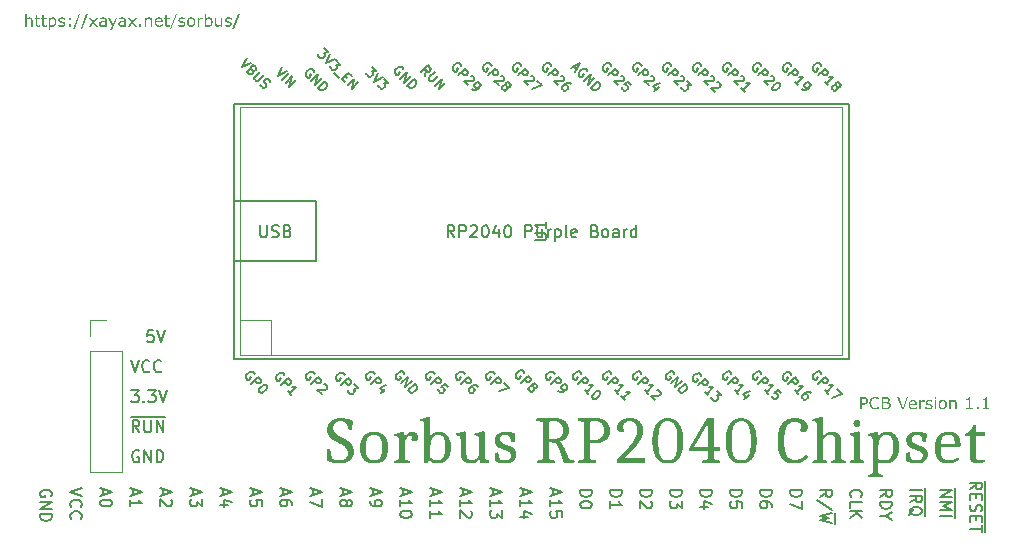
<source format=gbr>
%TF.GenerationSoftware,KiCad,Pcbnew,7.0.5*%
%TF.CreationDate,2023-08-13T15:56:35+02:00*%
%TF.ProjectId,Sorbus-Chipset-PurplePico,536f7262-7573-42d4-9368-69707365742d,rev?*%
%TF.SameCoordinates,Original*%
%TF.FileFunction,Legend,Top*%
%TF.FilePolarity,Positive*%
%FSLAX46Y46*%
G04 Gerber Fmt 4.6, Leading zero omitted, Abs format (unit mm)*
G04 Created by KiCad (PCBNEW 7.0.5) date 2023-08-13 15:56:35*
%MOMM*%
%LPD*%
G01*
G04 APERTURE LIST*
%ADD10C,0.150000*%
%ADD11C,0.125000*%
%ADD12C,0.120000*%
G04 APERTURE END LIST*
D10*
X43815000Y-34290000D02*
X50800000Y-34290000D01*
X50800000Y-39370000D01*
X43815000Y-39370000D01*
X43815000Y-34290000D01*
X43815000Y-26035000D02*
X95885000Y-26035000D01*
X95885000Y-47625000D01*
X43815000Y-47625000D01*
X43815000Y-26035000D01*
X35340895Y-58709160D02*
X35340895Y-59185350D01*
X35055180Y-58613922D02*
X36055180Y-58947255D01*
X36055180Y-58947255D02*
X35055180Y-59280588D01*
X35055180Y-60137731D02*
X35055180Y-59566303D01*
X35055180Y-59852017D02*
X36055180Y-59852017D01*
X36055180Y-59852017D02*
X35912323Y-59756779D01*
X35912323Y-59756779D02*
X35817085Y-59661541D01*
X35817085Y-59661541D02*
X35769466Y-59566303D01*
X32800895Y-58709160D02*
X32800895Y-59185350D01*
X32515180Y-58613922D02*
X33515180Y-58947255D01*
X33515180Y-58947255D02*
X32515180Y-59280588D01*
X33515180Y-59804398D02*
X33515180Y-59899636D01*
X33515180Y-59899636D02*
X33467561Y-59994874D01*
X33467561Y-59994874D02*
X33419942Y-60042493D01*
X33419942Y-60042493D02*
X33324704Y-60090112D01*
X33324704Y-60090112D02*
X33134228Y-60137731D01*
X33134228Y-60137731D02*
X32896133Y-60137731D01*
X32896133Y-60137731D02*
X32705657Y-60090112D01*
X32705657Y-60090112D02*
X32610419Y-60042493D01*
X32610419Y-60042493D02*
X32562800Y-59994874D01*
X32562800Y-59994874D02*
X32515180Y-59899636D01*
X32515180Y-59899636D02*
X32515180Y-59804398D01*
X32515180Y-59804398D02*
X32562800Y-59709160D01*
X32562800Y-59709160D02*
X32610419Y-59661541D01*
X32610419Y-59661541D02*
X32705657Y-59613922D01*
X32705657Y-59613922D02*
X32896133Y-59566303D01*
X32896133Y-59566303D02*
X33134228Y-59566303D01*
X33134228Y-59566303D02*
X33324704Y-59613922D01*
X33324704Y-59613922D02*
X33419942Y-59661541D01*
X33419942Y-59661541D02*
X33467561Y-59709160D01*
X33467561Y-59709160D02*
X33515180Y-59804398D01*
X58200895Y-58709160D02*
X58200895Y-59185350D01*
X57915180Y-58613922D02*
X58915180Y-58947255D01*
X58915180Y-58947255D02*
X57915180Y-59280588D01*
X57915180Y-60137731D02*
X57915180Y-59566303D01*
X57915180Y-59852017D02*
X58915180Y-59852017D01*
X58915180Y-59852017D02*
X58772323Y-59756779D01*
X58772323Y-59756779D02*
X58677085Y-59661541D01*
X58677085Y-59661541D02*
X58629466Y-59566303D01*
X58915180Y-60756779D02*
X58915180Y-60852017D01*
X58915180Y-60852017D02*
X58867561Y-60947255D01*
X58867561Y-60947255D02*
X58819942Y-60994874D01*
X58819942Y-60994874D02*
X58724704Y-61042493D01*
X58724704Y-61042493D02*
X58534228Y-61090112D01*
X58534228Y-61090112D02*
X58296133Y-61090112D01*
X58296133Y-61090112D02*
X58105657Y-61042493D01*
X58105657Y-61042493D02*
X58010419Y-60994874D01*
X58010419Y-60994874D02*
X57962800Y-60947255D01*
X57962800Y-60947255D02*
X57915180Y-60852017D01*
X57915180Y-60852017D02*
X57915180Y-60756779D01*
X57915180Y-60756779D02*
X57962800Y-60661541D01*
X57962800Y-60661541D02*
X58010419Y-60613922D01*
X58010419Y-60613922D02*
X58105657Y-60566303D01*
X58105657Y-60566303D02*
X58296133Y-60518684D01*
X58296133Y-60518684D02*
X58534228Y-60518684D01*
X58534228Y-60518684D02*
X58724704Y-60566303D01*
X58724704Y-60566303D02*
X58819942Y-60613922D01*
X58819942Y-60613922D02*
X58867561Y-60661541D01*
X58867561Y-60661541D02*
X58915180Y-60756779D01*
X35118922Y-47764819D02*
X35452255Y-48764819D01*
X35452255Y-48764819D02*
X35785588Y-47764819D01*
X36690350Y-48669580D02*
X36642731Y-48717200D01*
X36642731Y-48717200D02*
X36499874Y-48764819D01*
X36499874Y-48764819D02*
X36404636Y-48764819D01*
X36404636Y-48764819D02*
X36261779Y-48717200D01*
X36261779Y-48717200D02*
X36166541Y-48621961D01*
X36166541Y-48621961D02*
X36118922Y-48526723D01*
X36118922Y-48526723D02*
X36071303Y-48336247D01*
X36071303Y-48336247D02*
X36071303Y-48193390D01*
X36071303Y-48193390D02*
X36118922Y-48002914D01*
X36118922Y-48002914D02*
X36166541Y-47907676D01*
X36166541Y-47907676D02*
X36261779Y-47812438D01*
X36261779Y-47812438D02*
X36404636Y-47764819D01*
X36404636Y-47764819D02*
X36499874Y-47764819D01*
X36499874Y-47764819D02*
X36642731Y-47812438D01*
X36642731Y-47812438D02*
X36690350Y-47860057D01*
X37690350Y-48669580D02*
X37642731Y-48717200D01*
X37642731Y-48717200D02*
X37499874Y-48764819D01*
X37499874Y-48764819D02*
X37404636Y-48764819D01*
X37404636Y-48764819D02*
X37261779Y-48717200D01*
X37261779Y-48717200D02*
X37166541Y-48621961D01*
X37166541Y-48621961D02*
X37118922Y-48526723D01*
X37118922Y-48526723D02*
X37071303Y-48336247D01*
X37071303Y-48336247D02*
X37071303Y-48193390D01*
X37071303Y-48193390D02*
X37118922Y-48002914D01*
X37118922Y-48002914D02*
X37166541Y-47907676D01*
X37166541Y-47907676D02*
X37261779Y-47812438D01*
X37261779Y-47812438D02*
X37404636Y-47764819D01*
X37404636Y-47764819D02*
X37499874Y-47764819D01*
X37499874Y-47764819D02*
X37642731Y-47812438D01*
X37642731Y-47812438D02*
X37690350Y-47860057D01*
X60740895Y-58709160D02*
X60740895Y-59185350D01*
X60455180Y-58613922D02*
X61455180Y-58947255D01*
X61455180Y-58947255D02*
X60455180Y-59280588D01*
X60455180Y-60137731D02*
X60455180Y-59566303D01*
X60455180Y-59852017D02*
X61455180Y-59852017D01*
X61455180Y-59852017D02*
X61312323Y-59756779D01*
X61312323Y-59756779D02*
X61217085Y-59661541D01*
X61217085Y-59661541D02*
X61169466Y-59566303D01*
X60455180Y-61090112D02*
X60455180Y-60518684D01*
X60455180Y-60804398D02*
X61455180Y-60804398D01*
X61455180Y-60804398D02*
X61312323Y-60709160D01*
X61312323Y-60709160D02*
X61217085Y-60613922D01*
X61217085Y-60613922D02*
X61169466Y-60518684D01*
X70900895Y-58709160D02*
X70900895Y-59185350D01*
X70615180Y-58613922D02*
X71615180Y-58947255D01*
X71615180Y-58947255D02*
X70615180Y-59280588D01*
X70615180Y-60137731D02*
X70615180Y-59566303D01*
X70615180Y-59852017D02*
X71615180Y-59852017D01*
X71615180Y-59852017D02*
X71472323Y-59756779D01*
X71472323Y-59756779D02*
X71377085Y-59661541D01*
X71377085Y-59661541D02*
X71329466Y-59566303D01*
X71615180Y-61042493D02*
X71615180Y-60566303D01*
X71615180Y-60566303D02*
X71138990Y-60518684D01*
X71138990Y-60518684D02*
X71186609Y-60566303D01*
X71186609Y-60566303D02*
X71234228Y-60661541D01*
X71234228Y-60661541D02*
X71234228Y-60899636D01*
X71234228Y-60899636D02*
X71186609Y-60994874D01*
X71186609Y-60994874D02*
X71138990Y-61042493D01*
X71138990Y-61042493D02*
X71043752Y-61090112D01*
X71043752Y-61090112D02*
X70805657Y-61090112D01*
X70805657Y-61090112D02*
X70710419Y-61042493D01*
X70710419Y-61042493D02*
X70662800Y-60994874D01*
X70662800Y-60994874D02*
X70615180Y-60899636D01*
X70615180Y-60899636D02*
X70615180Y-60661541D01*
X70615180Y-60661541D02*
X70662800Y-60566303D01*
X70662800Y-60566303D02*
X70710419Y-60518684D01*
X63280895Y-58709160D02*
X63280895Y-59185350D01*
X62995180Y-58613922D02*
X63995180Y-58947255D01*
X63995180Y-58947255D02*
X62995180Y-59280588D01*
X62995180Y-60137731D02*
X62995180Y-59566303D01*
X62995180Y-59852017D02*
X63995180Y-59852017D01*
X63995180Y-59852017D02*
X63852323Y-59756779D01*
X63852323Y-59756779D02*
X63757085Y-59661541D01*
X63757085Y-59661541D02*
X63709466Y-59566303D01*
X63899942Y-60518684D02*
X63947561Y-60566303D01*
X63947561Y-60566303D02*
X63995180Y-60661541D01*
X63995180Y-60661541D02*
X63995180Y-60899636D01*
X63995180Y-60899636D02*
X63947561Y-60994874D01*
X63947561Y-60994874D02*
X63899942Y-61042493D01*
X63899942Y-61042493D02*
X63804704Y-61090112D01*
X63804704Y-61090112D02*
X63709466Y-61090112D01*
X63709466Y-61090112D02*
X63566609Y-61042493D01*
X63566609Y-61042493D02*
X62995180Y-60471065D01*
X62995180Y-60471065D02*
X62995180Y-61090112D01*
X68360895Y-58709160D02*
X68360895Y-59185350D01*
X68075180Y-58613922D02*
X69075180Y-58947255D01*
X69075180Y-58947255D02*
X68075180Y-59280588D01*
X68075180Y-60137731D02*
X68075180Y-59566303D01*
X68075180Y-59852017D02*
X69075180Y-59852017D01*
X69075180Y-59852017D02*
X68932323Y-59756779D01*
X68932323Y-59756779D02*
X68837085Y-59661541D01*
X68837085Y-59661541D02*
X68789466Y-59566303D01*
X68741847Y-60994874D02*
X68075180Y-60994874D01*
X69122800Y-60756779D02*
X68408514Y-60518684D01*
X68408514Y-60518684D02*
X68408514Y-61137731D01*
X98555180Y-59328207D02*
X99031371Y-58994874D01*
X98555180Y-58756779D02*
X99555180Y-58756779D01*
X99555180Y-58756779D02*
X99555180Y-59137731D01*
X99555180Y-59137731D02*
X99507561Y-59232969D01*
X99507561Y-59232969D02*
X99459942Y-59280588D01*
X99459942Y-59280588D02*
X99364704Y-59328207D01*
X99364704Y-59328207D02*
X99221847Y-59328207D01*
X99221847Y-59328207D02*
X99126609Y-59280588D01*
X99126609Y-59280588D02*
X99078990Y-59232969D01*
X99078990Y-59232969D02*
X99031371Y-59137731D01*
X99031371Y-59137731D02*
X99031371Y-58756779D01*
X98555180Y-59756779D02*
X99555180Y-59756779D01*
X99555180Y-59756779D02*
X99555180Y-59994874D01*
X99555180Y-59994874D02*
X99507561Y-60137731D01*
X99507561Y-60137731D02*
X99412323Y-60232969D01*
X99412323Y-60232969D02*
X99317085Y-60280588D01*
X99317085Y-60280588D02*
X99126609Y-60328207D01*
X99126609Y-60328207D02*
X98983752Y-60328207D01*
X98983752Y-60328207D02*
X98793276Y-60280588D01*
X98793276Y-60280588D02*
X98698038Y-60232969D01*
X98698038Y-60232969D02*
X98602800Y-60137731D01*
X98602800Y-60137731D02*
X98555180Y-59994874D01*
X98555180Y-59994874D02*
X98555180Y-59756779D01*
X99031371Y-60947255D02*
X98555180Y-60947255D01*
X99555180Y-60613922D02*
X99031371Y-60947255D01*
X99031371Y-60947255D02*
X99555180Y-61280588D01*
G36*
X26803632Y-19515000D02*
G01*
X26674427Y-19515000D01*
X26674427Y-19084155D01*
X26674328Y-19071191D01*
X26674030Y-19058433D01*
X26673534Y-19045882D01*
X26672840Y-19033536D01*
X26671947Y-19021396D01*
X26670855Y-19009463D01*
X26669565Y-18997735D01*
X26668077Y-18986214D01*
X26666390Y-18975105D01*
X26664383Y-18964614D01*
X26662055Y-18954741D01*
X26658694Y-18943269D01*
X26654833Y-18932764D01*
X26650470Y-18923224D01*
X26645607Y-18914651D01*
X26639888Y-18906149D01*
X26633418Y-18898350D01*
X26626197Y-18891256D01*
X26618225Y-18884864D01*
X26609501Y-18879177D01*
X26600026Y-18874193D01*
X26596025Y-18872397D01*
X26585479Y-18868386D01*
X26573991Y-18865055D01*
X26564122Y-18862880D01*
X26553650Y-18861139D01*
X26542575Y-18859834D01*
X26530897Y-18858964D01*
X26518617Y-18858529D01*
X26512250Y-18858475D01*
X26502315Y-18858702D01*
X26492295Y-18859385D01*
X26482188Y-18860523D01*
X26471996Y-18862115D01*
X26461718Y-18864163D01*
X26451353Y-18866666D01*
X26440903Y-18869625D01*
X26430368Y-18873038D01*
X26419746Y-18876906D01*
X26409038Y-18881229D01*
X26401852Y-18884364D01*
X26391085Y-18889298D01*
X26380400Y-18894480D01*
X26369796Y-18899911D01*
X26359274Y-18905591D01*
X26348833Y-18911520D01*
X26338474Y-18917698D01*
X26328197Y-18924125D01*
X26318001Y-18930801D01*
X26307886Y-18937726D01*
X26297853Y-18944900D01*
X26291210Y-18949822D01*
X26291210Y-19515000D01*
X26162006Y-19515000D01*
X26162006Y-18452055D01*
X26291210Y-18452055D01*
X26291210Y-18838935D01*
X26302558Y-18829830D01*
X26313979Y-18821107D01*
X26325473Y-18812765D01*
X26337040Y-18804806D01*
X26348680Y-18797229D01*
X26360393Y-18790034D01*
X26372179Y-18783221D01*
X26384038Y-18776791D01*
X26395970Y-18770742D01*
X26407975Y-18765076D01*
X26416018Y-18761510D01*
X26428184Y-18756491D01*
X26440410Y-18751965D01*
X26452696Y-18747933D01*
X26465042Y-18744394D01*
X26477449Y-18741350D01*
X26489915Y-18738799D01*
X26502442Y-18736741D01*
X26515028Y-18735178D01*
X26527675Y-18734108D01*
X26540382Y-18733532D01*
X26548886Y-18733422D01*
X26564196Y-18733712D01*
X26579043Y-18734583D01*
X26593428Y-18736033D01*
X26607352Y-18738063D01*
X26620814Y-18740673D01*
X26633814Y-18743864D01*
X26646353Y-18747634D01*
X26658429Y-18751985D01*
X26670044Y-18756915D01*
X26681197Y-18762426D01*
X26691889Y-18768517D01*
X26702118Y-18775188D01*
X26711886Y-18782439D01*
X26721192Y-18790270D01*
X26730036Y-18798681D01*
X26738419Y-18807672D01*
X26746316Y-18817208D01*
X26753703Y-18827254D01*
X26760581Y-18837809D01*
X26766950Y-18848873D01*
X26772808Y-18860447D01*
X26778158Y-18872530D01*
X26782998Y-18885123D01*
X26787329Y-18898225D01*
X26791150Y-18911837D01*
X26794461Y-18925958D01*
X26797263Y-18940589D01*
X26799556Y-18955729D01*
X26801339Y-18971379D01*
X26802613Y-18987538D01*
X26803377Y-19004207D01*
X26803632Y-19021385D01*
X26803632Y-19515000D01*
G37*
G36*
X27445746Y-19508161D02*
G01*
X27434213Y-19511130D01*
X27422357Y-19513933D01*
X27412641Y-19516055D01*
X27402718Y-19518070D01*
X27392590Y-19519978D01*
X27382255Y-19521779D01*
X27371715Y-19523474D01*
X27366367Y-19524281D01*
X27355769Y-19525769D01*
X27345469Y-19527059D01*
X27335467Y-19528150D01*
X27323382Y-19529236D01*
X27311763Y-19530011D01*
X27300608Y-19530476D01*
X27289919Y-19530631D01*
X27275454Y-19530385D01*
X27261427Y-19529646D01*
X27247839Y-19528416D01*
X27234690Y-19526693D01*
X27221980Y-19524477D01*
X27209708Y-19521770D01*
X27197876Y-19518570D01*
X27186482Y-19514877D01*
X27175528Y-19510693D01*
X27165012Y-19506016D01*
X27154935Y-19500847D01*
X27145297Y-19495185D01*
X27136098Y-19489032D01*
X27127337Y-19482385D01*
X27119016Y-19475247D01*
X27111133Y-19467616D01*
X27103739Y-19459442D01*
X27096822Y-19450672D01*
X27090382Y-19441307D01*
X27084419Y-19431346D01*
X27078933Y-19420790D01*
X27073925Y-19409639D01*
X27069393Y-19397893D01*
X27065338Y-19385551D01*
X27061760Y-19372614D01*
X27058659Y-19359081D01*
X27056036Y-19344953D01*
X27053889Y-19330230D01*
X27052219Y-19314911D01*
X27051027Y-19298997D01*
X27050311Y-19282488D01*
X27050073Y-19265383D01*
X27050073Y-18858475D01*
X26962634Y-18858475D01*
X26962634Y-18749054D01*
X27050073Y-18749054D01*
X27050073Y-18530212D01*
X27179033Y-18530212D01*
X27179033Y-18749054D01*
X27445746Y-18749054D01*
X27445746Y-18858475D01*
X27179033Y-18858475D01*
X27179033Y-19209452D01*
X27179057Y-19220621D01*
X27179127Y-19231322D01*
X27179246Y-19241555D01*
X27179476Y-19254471D01*
X27179791Y-19266556D01*
X27180190Y-19277808D01*
X27180673Y-19288228D01*
X27181394Y-19300084D01*
X27181720Y-19304462D01*
X27182964Y-19314970D01*
X27184863Y-19325275D01*
X27187419Y-19335378D01*
X27190631Y-19345277D01*
X27194498Y-19354974D01*
X27199022Y-19364469D01*
X27201015Y-19368210D01*
X27207088Y-19378036D01*
X27213952Y-19386814D01*
X27221606Y-19394545D01*
X27230049Y-19401228D01*
X27239283Y-19406864D01*
X27242536Y-19408510D01*
X27253490Y-19412826D01*
X27264100Y-19415741D01*
X27276058Y-19418035D01*
X27286595Y-19419424D01*
X27297995Y-19420416D01*
X27310256Y-19421012D01*
X27323381Y-19421210D01*
X27333298Y-19420924D01*
X27343359Y-19420065D01*
X27353563Y-19418634D01*
X27363910Y-19416631D01*
X27374400Y-19414055D01*
X27385033Y-19410906D01*
X27389326Y-19409487D01*
X27399617Y-19405918D01*
X27408966Y-19402541D01*
X27418941Y-19398740D01*
X27428863Y-19394653D01*
X27437942Y-19390439D01*
X27438907Y-19389947D01*
X27445746Y-19389947D01*
X27445746Y-19508161D01*
G37*
G36*
X27996758Y-19508161D02*
G01*
X27985224Y-19511130D01*
X27973369Y-19513933D01*
X27963653Y-19516055D01*
X27953730Y-19518070D01*
X27943602Y-19519978D01*
X27933267Y-19521779D01*
X27922727Y-19523474D01*
X27917379Y-19524281D01*
X27906781Y-19525769D01*
X27896481Y-19527059D01*
X27886479Y-19528150D01*
X27874394Y-19529236D01*
X27862775Y-19530011D01*
X27851620Y-19530476D01*
X27840931Y-19530631D01*
X27826465Y-19530385D01*
X27812439Y-19529646D01*
X27798851Y-19528416D01*
X27785702Y-19526693D01*
X27772992Y-19524477D01*
X27760720Y-19521770D01*
X27748888Y-19518570D01*
X27737494Y-19514877D01*
X27726540Y-19510693D01*
X27716024Y-19506016D01*
X27705947Y-19500847D01*
X27696309Y-19495185D01*
X27687110Y-19489032D01*
X27678349Y-19482385D01*
X27670028Y-19475247D01*
X27662145Y-19467616D01*
X27654751Y-19459442D01*
X27647834Y-19450672D01*
X27641394Y-19441307D01*
X27635431Y-19431346D01*
X27629945Y-19420790D01*
X27624936Y-19409639D01*
X27620405Y-19397893D01*
X27616350Y-19385551D01*
X27612772Y-19372614D01*
X27609671Y-19359081D01*
X27607048Y-19344953D01*
X27604901Y-19330230D01*
X27603231Y-19314911D01*
X27602039Y-19298997D01*
X27601323Y-19282488D01*
X27601085Y-19265383D01*
X27601085Y-18858475D01*
X27513646Y-18858475D01*
X27513646Y-18749054D01*
X27601085Y-18749054D01*
X27601085Y-18530212D01*
X27730045Y-18530212D01*
X27730045Y-18749054D01*
X27996758Y-18749054D01*
X27996758Y-18858475D01*
X27730045Y-18858475D01*
X27730045Y-19209452D01*
X27730068Y-19220621D01*
X27730139Y-19231322D01*
X27730257Y-19241555D01*
X27730488Y-19254471D01*
X27730803Y-19266556D01*
X27731202Y-19277808D01*
X27731685Y-19288228D01*
X27732406Y-19300084D01*
X27732732Y-19304462D01*
X27733975Y-19314970D01*
X27735875Y-19325275D01*
X27738431Y-19335378D01*
X27741643Y-19345277D01*
X27745510Y-19354974D01*
X27750034Y-19364469D01*
X27752027Y-19368210D01*
X27758100Y-19378036D01*
X27764964Y-19386814D01*
X27772618Y-19394545D01*
X27781061Y-19401228D01*
X27790295Y-19406864D01*
X27793548Y-19408510D01*
X27804502Y-19412826D01*
X27815112Y-19415741D01*
X27827070Y-19418035D01*
X27837607Y-19419424D01*
X27849006Y-19420416D01*
X27861268Y-19421012D01*
X27874392Y-19421210D01*
X27884310Y-19420924D01*
X27894371Y-19420065D01*
X27904575Y-19418634D01*
X27914921Y-19416631D01*
X27925411Y-19414055D01*
X27936045Y-19410906D01*
X27940338Y-19409487D01*
X27950629Y-19405918D01*
X27959978Y-19402541D01*
X27969952Y-19398740D01*
X27979875Y-19394653D01*
X27988954Y-19390439D01*
X27989919Y-19389947D01*
X27996758Y-19389947D01*
X27996758Y-19508161D01*
G37*
G36*
X28548262Y-18733829D02*
G01*
X28564882Y-18735048D01*
X28581021Y-18737080D01*
X28596680Y-18739925D01*
X28611857Y-18743583D01*
X28626553Y-18748054D01*
X28640769Y-18753338D01*
X28654504Y-18759434D01*
X28667758Y-18766344D01*
X28680531Y-18774066D01*
X28692823Y-18782601D01*
X28704635Y-18791949D01*
X28715965Y-18802110D01*
X28726815Y-18813084D01*
X28737184Y-18824870D01*
X28747072Y-18837470D01*
X28756448Y-18850761D01*
X28765219Y-18864684D01*
X28773384Y-18879238D01*
X28780946Y-18894424D01*
X28787902Y-18910242D01*
X28794253Y-18926691D01*
X28799999Y-18943772D01*
X28805141Y-18961484D01*
X28809677Y-18979828D01*
X28813609Y-18998804D01*
X28815348Y-19008528D01*
X28816936Y-19018411D01*
X28818373Y-19028451D01*
X28819658Y-19038650D01*
X28820792Y-19049006D01*
X28821775Y-19059520D01*
X28822607Y-19070192D01*
X28823287Y-19081022D01*
X28823817Y-19092010D01*
X28824195Y-19103155D01*
X28824421Y-19114459D01*
X28824497Y-19125921D01*
X28824392Y-19137430D01*
X28824077Y-19148815D01*
X28823553Y-19160076D01*
X28822818Y-19171212D01*
X28821873Y-19182225D01*
X28820719Y-19193114D01*
X28819355Y-19203879D01*
X28817780Y-19214520D01*
X28815996Y-19225036D01*
X28814002Y-19235429D01*
X28811798Y-19245698D01*
X28809385Y-19255843D01*
X28806761Y-19265863D01*
X28803927Y-19275760D01*
X28800884Y-19285532D01*
X28797630Y-19295181D01*
X28794216Y-19304676D01*
X28790627Y-19313988D01*
X28786866Y-19323116D01*
X28782930Y-19332062D01*
X28776701Y-19345136D01*
X28770081Y-19357799D01*
X28763071Y-19370049D01*
X28755670Y-19381887D01*
X28747879Y-19393313D01*
X28739696Y-19404327D01*
X28731123Y-19414929D01*
X28722159Y-19425118D01*
X28713500Y-19434352D01*
X28704557Y-19443187D01*
X28695330Y-19451623D01*
X28685821Y-19459659D01*
X28676027Y-19467297D01*
X28665951Y-19474534D01*
X28655591Y-19481373D01*
X28644948Y-19487812D01*
X28634022Y-19493852D01*
X28622812Y-19499493D01*
X28615181Y-19503032D01*
X28603622Y-19507964D01*
X28591934Y-19512411D01*
X28580117Y-19516373D01*
X28568172Y-19519850D01*
X28556098Y-19522842D01*
X28543894Y-19525348D01*
X28531563Y-19527370D01*
X28519102Y-19528906D01*
X28506512Y-19529957D01*
X28493794Y-19530523D01*
X28485244Y-19530631D01*
X28474123Y-19530517D01*
X28463199Y-19530176D01*
X28452473Y-19529607D01*
X28441944Y-19528811D01*
X28431613Y-19527787D01*
X28421479Y-19526535D01*
X28411543Y-19525056D01*
X28401804Y-19523350D01*
X28389127Y-19520720D01*
X28376800Y-19517686D01*
X28364683Y-19514225D01*
X28352513Y-19510313D01*
X28340289Y-19505951D01*
X28331087Y-19502384D01*
X28321854Y-19498564D01*
X28312591Y-19494490D01*
X28303298Y-19490163D01*
X28293975Y-19485583D01*
X28284622Y-19480749D01*
X28278370Y-19477386D01*
X28278370Y-19796367D01*
X28149166Y-19796367D01*
X28149166Y-19378712D01*
X28278370Y-19378712D01*
X28288537Y-19383200D01*
X28298428Y-19387413D01*
X28308046Y-19391352D01*
X28317388Y-19395015D01*
X28329417Y-19399473D01*
X28340957Y-19403442D01*
X28352009Y-19406922D01*
X28362573Y-19409914D01*
X28372648Y-19412418D01*
X28382708Y-19414478D01*
X28393103Y-19416264D01*
X28403835Y-19417776D01*
X28414902Y-19419012D01*
X28426305Y-19419974D01*
X28438044Y-19420661D01*
X28450119Y-19421073D01*
X28462529Y-19421210D01*
X28475808Y-19420927D01*
X28488717Y-19420077D01*
X28501255Y-19418660D01*
X28513423Y-19416676D01*
X28525221Y-19414126D01*
X28536649Y-19411009D01*
X28547707Y-19407326D01*
X28558394Y-19403075D01*
X28568712Y-19398258D01*
X28578659Y-19392874D01*
X28588236Y-19386924D01*
X28597443Y-19380406D01*
X28606279Y-19373322D01*
X28614746Y-19365672D01*
X28622842Y-19357454D01*
X28630568Y-19348670D01*
X28637903Y-19339330D01*
X28644765Y-19329444D01*
X28651153Y-19319012D01*
X28657069Y-19308034D01*
X28662511Y-19296511D01*
X28667479Y-19284442D01*
X28671975Y-19271827D01*
X28675997Y-19258667D01*
X28679547Y-19244960D01*
X28682622Y-19230708D01*
X28685225Y-19215911D01*
X28687355Y-19200567D01*
X28689011Y-19184678D01*
X28690194Y-19168243D01*
X28690904Y-19151263D01*
X28691140Y-19133736D01*
X28690955Y-19116729D01*
X28690400Y-19100268D01*
X28689475Y-19084352D01*
X28688179Y-19068982D01*
X28686513Y-19054157D01*
X28684477Y-19039878D01*
X28682071Y-19026146D01*
X28679295Y-19012958D01*
X28676148Y-19000317D01*
X28672631Y-18988221D01*
X28668745Y-18976671D01*
X28664487Y-18965667D01*
X28659860Y-18955208D01*
X28654863Y-18945295D01*
X28649495Y-18935928D01*
X28643757Y-18927107D01*
X28637636Y-18918796D01*
X28631118Y-18911021D01*
X28624203Y-18903783D01*
X28616891Y-18897080D01*
X28609182Y-18890914D01*
X28601076Y-18885284D01*
X28592573Y-18880190D01*
X28583674Y-18875633D01*
X28574377Y-18871611D01*
X28564684Y-18868126D01*
X28554593Y-18865177D01*
X28544106Y-18862764D01*
X28533222Y-18860888D01*
X28521941Y-18859547D01*
X28510263Y-18858743D01*
X28498189Y-18858475D01*
X28487741Y-18858685D01*
X28477280Y-18859316D01*
X28466807Y-18860368D01*
X28456320Y-18861841D01*
X28445821Y-18863734D01*
X28435308Y-18866048D01*
X28424783Y-18868783D01*
X28414245Y-18871939D01*
X28403695Y-18875515D01*
X28393131Y-18879512D01*
X28386081Y-18882411D01*
X28375589Y-18887032D01*
X28365178Y-18891919D01*
X28354849Y-18897072D01*
X28344602Y-18902492D01*
X28334436Y-18908178D01*
X28324352Y-18914130D01*
X28314349Y-18920348D01*
X28304428Y-18926832D01*
X28294588Y-18933583D01*
X28284830Y-18940599D01*
X28278370Y-18945425D01*
X28278370Y-19378712D01*
X28149166Y-19378712D01*
X28149166Y-18749054D01*
X28278370Y-18749054D01*
X28278370Y-18834295D01*
X28288145Y-18826359D01*
X28298142Y-18818673D01*
X28308363Y-18811235D01*
X28318808Y-18804047D01*
X28329475Y-18797107D01*
X28340366Y-18790417D01*
X28351480Y-18783975D01*
X28362817Y-18777783D01*
X28374378Y-18771840D01*
X28386161Y-18766145D01*
X28394141Y-18762487D01*
X28406261Y-18757293D01*
X28418530Y-18752610D01*
X28430950Y-18748437D01*
X28443520Y-18744776D01*
X28456241Y-18741625D01*
X28469111Y-18738986D01*
X28482132Y-18736857D01*
X28495303Y-18735239D01*
X28508625Y-18734132D01*
X28522097Y-18733536D01*
X28531161Y-18733422D01*
X28548262Y-18733829D01*
G37*
G36*
X29568949Y-19292983D02*
G01*
X29568610Y-19305872D01*
X29567591Y-19318468D01*
X29565892Y-19330770D01*
X29563515Y-19342778D01*
X29560458Y-19354492D01*
X29556722Y-19365912D01*
X29552306Y-19377039D01*
X29547212Y-19387871D01*
X29541438Y-19398410D01*
X29534984Y-19408655D01*
X29527852Y-19418606D01*
X29520040Y-19428263D01*
X29511548Y-19437626D01*
X29502378Y-19446695D01*
X29492528Y-19455471D01*
X29481999Y-19463953D01*
X29470882Y-19472027D01*
X29459269Y-19479580D01*
X29447160Y-19486613D01*
X29434555Y-19493125D01*
X29421453Y-19499115D01*
X29407856Y-19504585D01*
X29393762Y-19509534D01*
X29379173Y-19513961D01*
X29364087Y-19517868D01*
X29348505Y-19521254D01*
X29332427Y-19524119D01*
X29315853Y-19526464D01*
X29298782Y-19528287D01*
X29281216Y-19529589D01*
X29263153Y-19530371D01*
X29244595Y-19530631D01*
X29233995Y-19530555D01*
X29223506Y-19530326D01*
X29213127Y-19529944D01*
X29202860Y-19529410D01*
X29192703Y-19528723D01*
X29182656Y-19527883D01*
X29172721Y-19526891D01*
X29162896Y-19525746D01*
X29153181Y-19524449D01*
X29138817Y-19522216D01*
X29124702Y-19519640D01*
X29110836Y-19516721D01*
X29097219Y-19513458D01*
X29088279Y-19511092D01*
X29075155Y-19507352D01*
X29062433Y-19503553D01*
X29050116Y-19499693D01*
X29038202Y-19495773D01*
X29026691Y-19491793D01*
X29015585Y-19487753D01*
X29004881Y-19483653D01*
X28994582Y-19479493D01*
X28984686Y-19475272D01*
X28975193Y-19470992D01*
X28969089Y-19468105D01*
X28969089Y-19327421D01*
X28975928Y-19327421D01*
X28987540Y-19335326D01*
X28999389Y-19342923D01*
X29011474Y-19350210D01*
X29023795Y-19357188D01*
X29036353Y-19363857D01*
X29049146Y-19370217D01*
X29062176Y-19376268D01*
X29075441Y-19382009D01*
X29088943Y-19387442D01*
X29102681Y-19392565D01*
X29111971Y-19395809D01*
X29121319Y-19398885D01*
X29135248Y-19403127D01*
X29149065Y-19406922D01*
X29162771Y-19410271D01*
X29176365Y-19413173D01*
X29189848Y-19415629D01*
X29203218Y-19417638D01*
X29216478Y-19419201D01*
X29229625Y-19420317D01*
X29242661Y-19420987D01*
X29255586Y-19421210D01*
X29266096Y-19421105D01*
X29276316Y-19420790D01*
X29286246Y-19420266D01*
X29300597Y-19419085D01*
X29314296Y-19417432D01*
X29327342Y-19415307D01*
X29339735Y-19412709D01*
X29351476Y-19409640D01*
X29362564Y-19406098D01*
X29373000Y-19402083D01*
X29382783Y-19397597D01*
X29388942Y-19394344D01*
X29397541Y-19388990D01*
X29407691Y-19381010D01*
X29416336Y-19372068D01*
X29423479Y-19362165D01*
X29429117Y-19351300D01*
X29433252Y-19339473D01*
X29435883Y-19326685D01*
X29436870Y-19316463D01*
X29437058Y-19309347D01*
X29436650Y-19298452D01*
X29435425Y-19288235D01*
X29432745Y-19276420D01*
X29428789Y-19265667D01*
X29423557Y-19255974D01*
X29417049Y-19247344D01*
X29410924Y-19241203D01*
X29401583Y-19234119D01*
X29392418Y-19228693D01*
X29381749Y-19223479D01*
X29369577Y-19218480D01*
X29359461Y-19214871D01*
X29348500Y-19211382D01*
X29336692Y-19208013D01*
X29324039Y-19204764D01*
X29310540Y-19201636D01*
X29299681Y-19199277D01*
X29289713Y-19197207D01*
X29278911Y-19195041D01*
X29267274Y-19192780D01*
X29257363Y-19190903D01*
X29246917Y-19188964D01*
X29238733Y-19187470D01*
X29227803Y-19185375D01*
X29217117Y-19183241D01*
X29206676Y-19181070D01*
X29196479Y-19178860D01*
X29186526Y-19176612D01*
X29176817Y-19174327D01*
X29165025Y-19171415D01*
X29158133Y-19169640D01*
X29145723Y-19166246D01*
X29133773Y-19162656D01*
X29122283Y-19158872D01*
X29111253Y-19154894D01*
X29100683Y-19150721D01*
X29090573Y-19146353D01*
X29080922Y-19141791D01*
X29071732Y-19137034D01*
X29063001Y-19132082D01*
X29050767Y-19124290D01*
X29039568Y-19116059D01*
X29029404Y-19107391D01*
X29020274Y-19098285D01*
X29014762Y-19091971D01*
X29007211Y-19082102D01*
X29000402Y-19071821D01*
X28994337Y-19061128D01*
X28989014Y-19050022D01*
X28984433Y-19038505D01*
X28980596Y-19026575D01*
X28977501Y-19014233D01*
X28975149Y-19001479D01*
X28973540Y-18988313D01*
X28972673Y-18974734D01*
X28972508Y-18965453D01*
X28972814Y-18953813D01*
X28973729Y-18942342D01*
X28975256Y-18931038D01*
X28977393Y-18919902D01*
X28980141Y-18908934D01*
X28983499Y-18898134D01*
X28987468Y-18887501D01*
X28992048Y-18877037D01*
X28997253Y-18866794D01*
X29003100Y-18856826D01*
X29009587Y-18847133D01*
X29016716Y-18837714D01*
X29024486Y-18828570D01*
X29032897Y-18819701D01*
X29041950Y-18811107D01*
X29051643Y-18802787D01*
X29061558Y-18794998D01*
X29072129Y-18787629D01*
X29080488Y-18782378D01*
X29089216Y-18777362D01*
X29098314Y-18772583D01*
X29107781Y-18768040D01*
X29117617Y-18763733D01*
X29127822Y-18759662D01*
X29138396Y-18755828D01*
X29149340Y-18752229D01*
X29160637Y-18748868D01*
X29172178Y-18745838D01*
X29183964Y-18743138D01*
X29195994Y-18740769D01*
X29208270Y-18738730D01*
X29220790Y-18737022D01*
X29233554Y-18735645D01*
X29246564Y-18734598D01*
X29259818Y-18733882D01*
X29273317Y-18733496D01*
X29282452Y-18733422D01*
X29295336Y-18733577D01*
X29308250Y-18734041D01*
X29321193Y-18734813D01*
X29334167Y-18735895D01*
X29347171Y-18737286D01*
X29360205Y-18738987D01*
X29373269Y-18740996D01*
X29386362Y-18743314D01*
X29399486Y-18745942D01*
X29412641Y-18748878D01*
X29421427Y-18751008D01*
X29434451Y-18754326D01*
X29447055Y-18757777D01*
X29459238Y-18761361D01*
X29471000Y-18765079D01*
X29482342Y-18768929D01*
X29493263Y-18772912D01*
X29503763Y-18777029D01*
X29513842Y-18781279D01*
X29523501Y-18785661D01*
X29532738Y-18790177D01*
X29538663Y-18793262D01*
X29538663Y-18936632D01*
X29531824Y-18936632D01*
X29522341Y-18929323D01*
X29512484Y-18922233D01*
X29502254Y-18915361D01*
X29491650Y-18908709D01*
X29480673Y-18902275D01*
X29469322Y-18896060D01*
X29457598Y-18890065D01*
X29445500Y-18884288D01*
X29433028Y-18878730D01*
X29420183Y-18873392D01*
X29411413Y-18869954D01*
X29398199Y-18865109D01*
X29385029Y-18860741D01*
X29371901Y-18856849D01*
X29358816Y-18853433D01*
X29345775Y-18850495D01*
X29332776Y-18848032D01*
X29319820Y-18846047D01*
X29306907Y-18844538D01*
X29294037Y-18843505D01*
X29281210Y-18842949D01*
X29272683Y-18842843D01*
X29259595Y-18843077D01*
X29246894Y-18843779D01*
X29234579Y-18844949D01*
X29222651Y-18846587D01*
X29211109Y-18848693D01*
X29199954Y-18851267D01*
X29189185Y-18854309D01*
X29178802Y-18857818D01*
X29168806Y-18861796D01*
X29159196Y-18866242D01*
X29153004Y-18869466D01*
X29144318Y-18874685D01*
X29134065Y-18882352D01*
X29125331Y-18890828D01*
X29118117Y-18900113D01*
X29112421Y-18910207D01*
X29108244Y-18921110D01*
X29105586Y-18932822D01*
X29104447Y-18945344D01*
X29104399Y-18948600D01*
X29104861Y-18959965D01*
X29106246Y-18970613D01*
X29108555Y-18980543D01*
X29112740Y-18991946D01*
X29118368Y-19002229D01*
X29125439Y-19011390D01*
X29133953Y-19019431D01*
X29143836Y-19026626D01*
X29153004Y-19032081D01*
X29163295Y-19037269D01*
X29174708Y-19042190D01*
X29184003Y-19045706D01*
X29193930Y-19049071D01*
X29204488Y-19052286D01*
X29215677Y-19055351D01*
X29227498Y-19058265D01*
X29238850Y-19060790D01*
X29250620Y-19063327D01*
X29260336Y-19065365D01*
X29270319Y-19067410D01*
X29280570Y-19069463D01*
X29291088Y-19071524D01*
X29301873Y-19073593D01*
X29307365Y-19074630D01*
X29318245Y-19076626D01*
X29328660Y-19078583D01*
X29338609Y-19080503D01*
X29350391Y-19082849D01*
X29361445Y-19085135D01*
X29371772Y-19087362D01*
X29381371Y-19089528D01*
X29392446Y-19092178D01*
X29403200Y-19095058D01*
X29413634Y-19098170D01*
X29423747Y-19101512D01*
X29433539Y-19105085D01*
X29443012Y-19108889D01*
X29452163Y-19112923D01*
X29460994Y-19117189D01*
X29473639Y-19124020D01*
X29485563Y-19131371D01*
X29496766Y-19139242D01*
X29507247Y-19147632D01*
X29517008Y-19156541D01*
X29520101Y-19159626D01*
X29528830Y-19169348D01*
X29536702Y-19179645D01*
X29543714Y-19190517D01*
X29549868Y-19201964D01*
X29555163Y-19213987D01*
X29559599Y-19226585D01*
X29563177Y-19239758D01*
X29565896Y-19253507D01*
X29567757Y-19267831D01*
X29568520Y-19277700D01*
X29568902Y-19287825D01*
X29568949Y-19292983D01*
G37*
G36*
X30024218Y-18952264D02*
G01*
X29860087Y-18952264D01*
X29860087Y-18749054D01*
X30024218Y-18749054D01*
X30024218Y-18952264D01*
G37*
G36*
X30024218Y-19515000D02*
G01*
X29860087Y-19515000D01*
X29860087Y-19311789D01*
X30024218Y-19311789D01*
X30024218Y-19515000D01*
G37*
G36*
X30848293Y-18452055D02*
G01*
X30355900Y-19718210D01*
X30236953Y-19718210D01*
X30727393Y-18452055D01*
X30848293Y-18452055D01*
G37*
G36*
X31483325Y-18452055D02*
G01*
X30990931Y-19718210D01*
X30871985Y-19718210D01*
X31362424Y-18452055D01*
X31483325Y-18452055D01*
G37*
G36*
X32318879Y-19515000D02*
G01*
X32155969Y-19515000D01*
X31938349Y-19220931D01*
X31719263Y-19515000D01*
X31568810Y-19515000D01*
X31868251Y-19133004D01*
X31571496Y-18749054D01*
X31734406Y-18749054D01*
X31950806Y-19038482D01*
X32167693Y-18749054D01*
X32318879Y-18749054D01*
X32017240Y-19126165D01*
X32318879Y-19515000D01*
G37*
G36*
X32755626Y-18733475D02*
G01*
X32765516Y-18733632D01*
X32780043Y-18734065D01*
X32794201Y-18734734D01*
X32807990Y-18735639D01*
X32821409Y-18736781D01*
X32834459Y-18738158D01*
X32847140Y-18739772D01*
X32859452Y-18741621D01*
X32871395Y-18743707D01*
X32882968Y-18746029D01*
X32886744Y-18746856D01*
X32897868Y-18749496D01*
X32908709Y-18752471D01*
X32919266Y-18755782D01*
X32929540Y-18759427D01*
X32939531Y-18763407D01*
X32949238Y-18767721D01*
X32958662Y-18772371D01*
X32967802Y-18777356D01*
X32976659Y-18782675D01*
X32985233Y-18788329D01*
X32990792Y-18792285D01*
X32998717Y-18798312D01*
X33006282Y-18804670D01*
X33013486Y-18811358D01*
X33020330Y-18818377D01*
X33026813Y-18825726D01*
X33032935Y-18833406D01*
X33038697Y-18841417D01*
X33044098Y-18849758D01*
X33049138Y-18858430D01*
X33053818Y-18867433D01*
X33056737Y-18873618D01*
X33060796Y-18883170D01*
X33064457Y-18893144D01*
X33067717Y-18903538D01*
X33070579Y-18914353D01*
X33073041Y-18925589D01*
X33075104Y-18937245D01*
X33076768Y-18949322D01*
X33078032Y-18961820D01*
X33078897Y-18974739D01*
X33079363Y-18988078D01*
X33079452Y-18997205D01*
X33079452Y-19515000D01*
X32950980Y-19515000D01*
X32950980Y-19430003D01*
X32941668Y-19436308D01*
X32932268Y-19442751D01*
X32923281Y-19448962D01*
X32915135Y-19454623D01*
X32906394Y-19460725D01*
X32904574Y-19461999D01*
X32895527Y-19468137D01*
X32886551Y-19473882D01*
X32877647Y-19479233D01*
X32868815Y-19484191D01*
X32860054Y-19488755D01*
X32849636Y-19493712D01*
X32847909Y-19494483D01*
X32837596Y-19499166D01*
X32826805Y-19503599D01*
X32815538Y-19507782D01*
X32806180Y-19510947D01*
X32796517Y-19513953D01*
X32786549Y-19516798D01*
X32776276Y-19519482D01*
X32773660Y-19520129D01*
X32762989Y-19522590D01*
X32751861Y-19524723D01*
X32740275Y-19526529D01*
X32728230Y-19528005D01*
X32715728Y-19529154D01*
X32702768Y-19529975D01*
X32692748Y-19530375D01*
X32682469Y-19530590D01*
X32675474Y-19530631D01*
X32662651Y-19530370D01*
X32650073Y-19529585D01*
X32637739Y-19528278D01*
X32625648Y-19526448D01*
X32613803Y-19524096D01*
X32602201Y-19521220D01*
X32590844Y-19517822D01*
X32579731Y-19513900D01*
X32568862Y-19509456D01*
X32558237Y-19504489D01*
X32547857Y-19499000D01*
X32537721Y-19492987D01*
X32527829Y-19486452D01*
X32518182Y-19479393D01*
X32508778Y-19471812D01*
X32499619Y-19463709D01*
X32490894Y-19455169D01*
X32482732Y-19446341D01*
X32475133Y-19437224D01*
X32468097Y-19427820D01*
X32461623Y-19418128D01*
X32455713Y-19408147D01*
X32450365Y-19397878D01*
X32445580Y-19387322D01*
X32441359Y-19376477D01*
X32437700Y-19365344D01*
X32434604Y-19353922D01*
X32432071Y-19342213D01*
X32430101Y-19330215D01*
X32428693Y-19317930D01*
X32427849Y-19305356D01*
X32427568Y-19292494D01*
X32427703Y-19282725D01*
X32560680Y-19282725D01*
X32561030Y-19293909D01*
X32562080Y-19304566D01*
X32563829Y-19314695D01*
X32566278Y-19324295D01*
X32570633Y-19336275D01*
X32576231Y-19347315D01*
X32583074Y-19357417D01*
X32591161Y-19366580D01*
X32600491Y-19374804D01*
X32611101Y-19382017D01*
X32619919Y-19386795D01*
X32629476Y-19391033D01*
X32639772Y-19394729D01*
X32650806Y-19397885D01*
X32662578Y-19400500D01*
X32675089Y-19402573D01*
X32688338Y-19404106D01*
X32702325Y-19405098D01*
X32717052Y-19405549D01*
X32722124Y-19405579D01*
X32734796Y-19405364D01*
X32747258Y-19404720D01*
X32759509Y-19403647D01*
X32771549Y-19402144D01*
X32783380Y-19400212D01*
X32794999Y-19397851D01*
X32806409Y-19395060D01*
X32817608Y-19391840D01*
X32828597Y-19388191D01*
X32839375Y-19384112D01*
X32846444Y-19381154D01*
X32856950Y-19376445D01*
X32867310Y-19371569D01*
X32877523Y-19366525D01*
X32887591Y-19361314D01*
X32897513Y-19355935D01*
X32907289Y-19350388D01*
X32916919Y-19344675D01*
X32926403Y-19338794D01*
X32935741Y-19332745D01*
X32944933Y-19326529D01*
X32950980Y-19322292D01*
X32950980Y-19124211D01*
X32939713Y-19124834D01*
X32928076Y-19125513D01*
X32916071Y-19126248D01*
X32903696Y-19127039D01*
X32890952Y-19127885D01*
X32877839Y-19128788D01*
X32864356Y-19129746D01*
X32850505Y-19130760D01*
X32836284Y-19131829D01*
X32821693Y-19132955D01*
X32811762Y-19133736D01*
X32801907Y-19134553D01*
X32787608Y-19135864D01*
X32773889Y-19137278D01*
X32760749Y-19138795D01*
X32748189Y-19140415D01*
X32736208Y-19142138D01*
X32724807Y-19143964D01*
X32713986Y-19145893D01*
X32703744Y-19147925D01*
X32694082Y-19150061D01*
X32685000Y-19152299D01*
X32674745Y-19155188D01*
X32664864Y-19158361D01*
X32655356Y-19161817D01*
X32646222Y-19165557D01*
X32634624Y-19170983D01*
X32623691Y-19176914D01*
X32613421Y-19183348D01*
X32603815Y-19190286D01*
X32594874Y-19197728D01*
X32586860Y-19205788D01*
X32579914Y-19214581D01*
X32574037Y-19224106D01*
X32569228Y-19234364D01*
X32565488Y-19245355D01*
X32562817Y-19257079D01*
X32561214Y-19269535D01*
X32560713Y-19279359D01*
X32560680Y-19282725D01*
X32427703Y-19282725D01*
X32427714Y-19281967D01*
X32428151Y-19271695D01*
X32428881Y-19261680D01*
X32429903Y-19251919D01*
X32431983Y-19237759D01*
X32434720Y-19224173D01*
X32438114Y-19211163D01*
X32442165Y-19198728D01*
X32446873Y-19186868D01*
X32452237Y-19175584D01*
X32458258Y-19164875D01*
X32464937Y-19154741D01*
X32472268Y-19145047D01*
X32480158Y-19135748D01*
X32488606Y-19126843D01*
X32497612Y-19118334D01*
X32507176Y-19110219D01*
X32517298Y-19102500D01*
X32527979Y-19095176D01*
X32539217Y-19088246D01*
X32551014Y-19081712D01*
X32563368Y-19075572D01*
X32571915Y-19071699D01*
X32585262Y-19066235D01*
X32594436Y-19062782D01*
X32603832Y-19059479D01*
X32613449Y-19056326D01*
X32623287Y-19053325D01*
X32633347Y-19050474D01*
X32643628Y-19047774D01*
X32654130Y-19045225D01*
X32664854Y-19042826D01*
X32675799Y-19040579D01*
X32686966Y-19038481D01*
X32698354Y-19036535D01*
X32709963Y-19034740D01*
X32721793Y-19033095D01*
X32733845Y-19031601D01*
X32739954Y-19030910D01*
X32752313Y-19029588D01*
X32764783Y-19028307D01*
X32777363Y-19027069D01*
X32790054Y-19025873D01*
X32802856Y-19024718D01*
X32815769Y-19023606D01*
X32828792Y-19022535D01*
X32841926Y-19021507D01*
X32855170Y-19020520D01*
X32868525Y-19019576D01*
X32881991Y-19018673D01*
X32895567Y-19017813D01*
X32909255Y-19016994D01*
X32923052Y-19016217D01*
X32936961Y-19015483D01*
X32950980Y-19014790D01*
X32950980Y-18994030D01*
X32950736Y-18982798D01*
X32950003Y-18972063D01*
X32948782Y-18961824D01*
X32947072Y-18952081D01*
X32944248Y-18940600D01*
X32940661Y-18929894D01*
X32936310Y-18919963D01*
X32935348Y-18918070D01*
X32930212Y-18908992D01*
X32924420Y-18900534D01*
X32917971Y-18892696D01*
X32910867Y-18885479D01*
X32903107Y-18878881D01*
X32894691Y-18872904D01*
X32891140Y-18870687D01*
X32882318Y-18865835D01*
X32872946Y-18861509D01*
X32863026Y-18857707D01*
X32852558Y-18854429D01*
X32841541Y-18851677D01*
X32829975Y-18849449D01*
X32825195Y-18848705D01*
X32813122Y-18847016D01*
X32803335Y-18845871D01*
X32793434Y-18844910D01*
X32783418Y-18844131D01*
X32773288Y-18843536D01*
X32763043Y-18843124D01*
X32752684Y-18842895D01*
X32744839Y-18842843D01*
X32731955Y-18843095D01*
X32722052Y-18843615D01*
X32711943Y-18844417D01*
X32701627Y-18845504D01*
X32691106Y-18846873D01*
X32680378Y-18848526D01*
X32669444Y-18850462D01*
X32658305Y-18852682D01*
X32646959Y-18855185D01*
X32635407Y-18857971D01*
X32631510Y-18858963D01*
X32619750Y-18862069D01*
X32607917Y-18865432D01*
X32596011Y-18869053D01*
X32584032Y-18872931D01*
X32571980Y-18877067D01*
X32559855Y-18881460D01*
X32547657Y-18886111D01*
X32535385Y-18891020D01*
X32523041Y-18896186D01*
X32510624Y-18901610D01*
X32502306Y-18905369D01*
X32495467Y-18905369D01*
X32495467Y-18769570D01*
X32505454Y-18766910D01*
X32516487Y-18764182D01*
X32528566Y-18761384D01*
X32538311Y-18759241D01*
X32548644Y-18757060D01*
X32559566Y-18754839D01*
X32571075Y-18752580D01*
X32583173Y-18750283D01*
X32595859Y-18747946D01*
X32604644Y-18746367D01*
X32618042Y-18744054D01*
X32631403Y-18741968D01*
X32644724Y-18740110D01*
X32658007Y-18738479D01*
X32671251Y-18737076D01*
X32684457Y-18735900D01*
X32697624Y-18734952D01*
X32710752Y-18734231D01*
X32723842Y-18733738D01*
X32736893Y-18733473D01*
X32745572Y-18733422D01*
X32755626Y-18733475D01*
G37*
G36*
X33976067Y-18749054D02*
G01*
X33528126Y-19796367D01*
X33390129Y-19796367D01*
X33533011Y-19477142D01*
X33227463Y-18749054D01*
X33367658Y-18749054D01*
X33603108Y-19317896D01*
X33840757Y-18749054D01*
X33976067Y-18749054D01*
G37*
G36*
X34386191Y-18733475D02*
G01*
X34396081Y-18733632D01*
X34410608Y-18734065D01*
X34424766Y-18734734D01*
X34438555Y-18735639D01*
X34451974Y-18736781D01*
X34465025Y-18738158D01*
X34477706Y-18739772D01*
X34490018Y-18741621D01*
X34501960Y-18743707D01*
X34513534Y-18746029D01*
X34517309Y-18746856D01*
X34528433Y-18749496D01*
X34539274Y-18752471D01*
X34549831Y-18755782D01*
X34560105Y-18759427D01*
X34570096Y-18763407D01*
X34579803Y-18767721D01*
X34589227Y-18772371D01*
X34598367Y-18777356D01*
X34607225Y-18782675D01*
X34615798Y-18788329D01*
X34621357Y-18792285D01*
X34629282Y-18798312D01*
X34636847Y-18804670D01*
X34644051Y-18811358D01*
X34650895Y-18818377D01*
X34657378Y-18825726D01*
X34663500Y-18833406D01*
X34669262Y-18841417D01*
X34674663Y-18849758D01*
X34679703Y-18858430D01*
X34684383Y-18867433D01*
X34687302Y-18873618D01*
X34691362Y-18883170D01*
X34695022Y-18893144D01*
X34698283Y-18903538D01*
X34701144Y-18914353D01*
X34703606Y-18925589D01*
X34705669Y-18937245D01*
X34707333Y-18949322D01*
X34708597Y-18961820D01*
X34709462Y-18974739D01*
X34709928Y-18988078D01*
X34710017Y-18997205D01*
X34710017Y-19515000D01*
X34581545Y-19515000D01*
X34581545Y-19430003D01*
X34572233Y-19436308D01*
X34562833Y-19442751D01*
X34553846Y-19448962D01*
X34545701Y-19454623D01*
X34536959Y-19460725D01*
X34535139Y-19461999D01*
X34526092Y-19468137D01*
X34517117Y-19473882D01*
X34508213Y-19479233D01*
X34499380Y-19484191D01*
X34490620Y-19488755D01*
X34480201Y-19493712D01*
X34478475Y-19494483D01*
X34468161Y-19499166D01*
X34457371Y-19503599D01*
X34446103Y-19507782D01*
X34436745Y-19510947D01*
X34427083Y-19513953D01*
X34417114Y-19516798D01*
X34406841Y-19519482D01*
X34404225Y-19520129D01*
X34393555Y-19522590D01*
X34382426Y-19524723D01*
X34370840Y-19526529D01*
X34358796Y-19528005D01*
X34346294Y-19529154D01*
X34333333Y-19529975D01*
X34323313Y-19530375D01*
X34313035Y-19530590D01*
X34306039Y-19530631D01*
X34293217Y-19530370D01*
X34280638Y-19529585D01*
X34268304Y-19528278D01*
X34256214Y-19526448D01*
X34244368Y-19524096D01*
X34232766Y-19521220D01*
X34221409Y-19517822D01*
X34210296Y-19513900D01*
X34199427Y-19509456D01*
X34188803Y-19504489D01*
X34178422Y-19499000D01*
X34168286Y-19492987D01*
X34158394Y-19486452D01*
X34148747Y-19479393D01*
X34139344Y-19471812D01*
X34130184Y-19463709D01*
X34121459Y-19455169D01*
X34113297Y-19446341D01*
X34105698Y-19437224D01*
X34098662Y-19427820D01*
X34092188Y-19418128D01*
X34086278Y-19408147D01*
X34080930Y-19397878D01*
X34076146Y-19387322D01*
X34071924Y-19376477D01*
X34068265Y-19365344D01*
X34065169Y-19353922D01*
X34062636Y-19342213D01*
X34060666Y-19330215D01*
X34059259Y-19317930D01*
X34058414Y-19305356D01*
X34058133Y-19292494D01*
X34058268Y-19282725D01*
X34191245Y-19282725D01*
X34191595Y-19293909D01*
X34192645Y-19304566D01*
X34194394Y-19314695D01*
X34196844Y-19324295D01*
X34201198Y-19336275D01*
X34206797Y-19347315D01*
X34213639Y-19357417D01*
X34221726Y-19366580D01*
X34231057Y-19374804D01*
X34241666Y-19382017D01*
X34250485Y-19386795D01*
X34260041Y-19391033D01*
X34270337Y-19394729D01*
X34281371Y-19397885D01*
X34293143Y-19400500D01*
X34305654Y-19402573D01*
X34318903Y-19404106D01*
X34332891Y-19405098D01*
X34347617Y-19405549D01*
X34352690Y-19405579D01*
X34365361Y-19405364D01*
X34377823Y-19404720D01*
X34390074Y-19403647D01*
X34402114Y-19402144D01*
X34413945Y-19400212D01*
X34425565Y-19397851D01*
X34436974Y-19395060D01*
X34448173Y-19391840D01*
X34459162Y-19388191D01*
X34469941Y-19384112D01*
X34477009Y-19381154D01*
X34487515Y-19376445D01*
X34497875Y-19371569D01*
X34508089Y-19366525D01*
X34518157Y-19361314D01*
X34528078Y-19355935D01*
X34537854Y-19350388D01*
X34547484Y-19344675D01*
X34556968Y-19338794D01*
X34566306Y-19332745D01*
X34575498Y-19326529D01*
X34581545Y-19322292D01*
X34581545Y-19124211D01*
X34570278Y-19124834D01*
X34558642Y-19125513D01*
X34546636Y-19126248D01*
X34534261Y-19127039D01*
X34521517Y-19127885D01*
X34508404Y-19128788D01*
X34494922Y-19129746D01*
X34481070Y-19130760D01*
X34466849Y-19131829D01*
X34452259Y-19132955D01*
X34442327Y-19133736D01*
X34432472Y-19134553D01*
X34418173Y-19135864D01*
X34404454Y-19137278D01*
X34391314Y-19138795D01*
X34378754Y-19140415D01*
X34366773Y-19142138D01*
X34355373Y-19143964D01*
X34344551Y-19145893D01*
X34334309Y-19147925D01*
X34324647Y-19150061D01*
X34315565Y-19152299D01*
X34305310Y-19155188D01*
X34295429Y-19158361D01*
X34285921Y-19161817D01*
X34276787Y-19165557D01*
X34265190Y-19170983D01*
X34254256Y-19176914D01*
X34243986Y-19183348D01*
X34234381Y-19190286D01*
X34225439Y-19197728D01*
X34217425Y-19205788D01*
X34210479Y-19214581D01*
X34204602Y-19224106D01*
X34199794Y-19234364D01*
X34196054Y-19245355D01*
X34193382Y-19257079D01*
X34191779Y-19269535D01*
X34191279Y-19279359D01*
X34191245Y-19282725D01*
X34058268Y-19282725D01*
X34058279Y-19281967D01*
X34058717Y-19271695D01*
X34059447Y-19261680D01*
X34060468Y-19251919D01*
X34062548Y-19237759D01*
X34065285Y-19224173D01*
X34068679Y-19211163D01*
X34072730Y-19198728D01*
X34077438Y-19186868D01*
X34082802Y-19175584D01*
X34088824Y-19164875D01*
X34095502Y-19154741D01*
X34102834Y-19145047D01*
X34110723Y-19135748D01*
X34119171Y-19126843D01*
X34128177Y-19118334D01*
X34137741Y-19110219D01*
X34147863Y-19102500D01*
X34158544Y-19095176D01*
X34169782Y-19088246D01*
X34181579Y-19081712D01*
X34193934Y-19075572D01*
X34202480Y-19071699D01*
X34215827Y-19066235D01*
X34225001Y-19062782D01*
X34234397Y-19059479D01*
X34244014Y-19056326D01*
X34253852Y-19053325D01*
X34263912Y-19050474D01*
X34274193Y-19047774D01*
X34284696Y-19045225D01*
X34295419Y-19042826D01*
X34306365Y-19040579D01*
X34317531Y-19038481D01*
X34328919Y-19036535D01*
X34340528Y-19034740D01*
X34352359Y-19033095D01*
X34364410Y-19031601D01*
X34370519Y-19030910D01*
X34382878Y-19029588D01*
X34395348Y-19028307D01*
X34407929Y-19027069D01*
X34420620Y-19025873D01*
X34433421Y-19024718D01*
X34446334Y-19023606D01*
X34459357Y-19022535D01*
X34472491Y-19021507D01*
X34485735Y-19020520D01*
X34499090Y-19019576D01*
X34512556Y-19018673D01*
X34526133Y-19017813D01*
X34539820Y-19016994D01*
X34553618Y-19016217D01*
X34567526Y-19015483D01*
X34581545Y-19014790D01*
X34581545Y-18994030D01*
X34581301Y-18982798D01*
X34580568Y-18972063D01*
X34579347Y-18961824D01*
X34577637Y-18952081D01*
X34574813Y-18940600D01*
X34571226Y-18929894D01*
X34566875Y-18919963D01*
X34565914Y-18918070D01*
X34560777Y-18908992D01*
X34554985Y-18900534D01*
X34548536Y-18892696D01*
X34541432Y-18885479D01*
X34533672Y-18878881D01*
X34525256Y-18872904D01*
X34521706Y-18870687D01*
X34512883Y-18865835D01*
X34503512Y-18861509D01*
X34493592Y-18857707D01*
X34483123Y-18854429D01*
X34472106Y-18851677D01*
X34460540Y-18849449D01*
X34455760Y-18848705D01*
X34443688Y-18847016D01*
X34433901Y-18845871D01*
X34423999Y-18844910D01*
X34413983Y-18844131D01*
X34403853Y-18843536D01*
X34393608Y-18843124D01*
X34383249Y-18842895D01*
X34375404Y-18842843D01*
X34362520Y-18843095D01*
X34352617Y-18843615D01*
X34342508Y-18844417D01*
X34332192Y-18845504D01*
X34321671Y-18846873D01*
X34310943Y-18848526D01*
X34300010Y-18850462D01*
X34288870Y-18852682D01*
X34277524Y-18855185D01*
X34265972Y-18857971D01*
X34262076Y-18858963D01*
X34250315Y-18862069D01*
X34238482Y-18865432D01*
X34226576Y-18869053D01*
X34214597Y-18872931D01*
X34202545Y-18877067D01*
X34190420Y-18881460D01*
X34178222Y-18886111D01*
X34165951Y-18891020D01*
X34153607Y-18896186D01*
X34141190Y-18901610D01*
X34132871Y-18905369D01*
X34126032Y-18905369D01*
X34126032Y-18769570D01*
X34136020Y-18766910D01*
X34147052Y-18764182D01*
X34159131Y-18761384D01*
X34168876Y-18759241D01*
X34179209Y-18757060D01*
X34190131Y-18754839D01*
X34201641Y-18752580D01*
X34213739Y-18750283D01*
X34226425Y-18747946D01*
X34235209Y-18746367D01*
X34248608Y-18744054D01*
X34261968Y-18741968D01*
X34275289Y-18740110D01*
X34288572Y-18738479D01*
X34301816Y-18737076D01*
X34315022Y-18735900D01*
X34328189Y-18734952D01*
X34341317Y-18734231D01*
X34354407Y-18733738D01*
X34367458Y-18733473D01*
X34376137Y-18733422D01*
X34386191Y-18733475D01*
G37*
G36*
X35618112Y-19515000D02*
G01*
X35455202Y-19515000D01*
X35237581Y-19220931D01*
X35018496Y-19515000D01*
X34868042Y-19515000D01*
X35167484Y-19133004D01*
X34870729Y-18749054D01*
X35033639Y-18749054D01*
X35250038Y-19038482D01*
X35466926Y-18749054D01*
X35618112Y-18749054D01*
X35316472Y-19126165D01*
X35618112Y-19515000D01*
G37*
G36*
X35993269Y-19515000D02*
G01*
X35829138Y-19515000D01*
X35829138Y-19311789D01*
X35993269Y-19311789D01*
X35993269Y-19515000D01*
G37*
G36*
X36932871Y-19515000D02*
G01*
X36803667Y-19515000D01*
X36803667Y-19084155D01*
X36803567Y-19071191D01*
X36803270Y-19058433D01*
X36802774Y-19045882D01*
X36802079Y-19033536D01*
X36801186Y-19021396D01*
X36800095Y-19009463D01*
X36798805Y-18997735D01*
X36797316Y-18986214D01*
X36795630Y-18975105D01*
X36793622Y-18964614D01*
X36791294Y-18954741D01*
X36787933Y-18943269D01*
X36784072Y-18932764D01*
X36779709Y-18923224D01*
X36774846Y-18914651D01*
X36769127Y-18906149D01*
X36762658Y-18898350D01*
X36755437Y-18891256D01*
X36747464Y-18884864D01*
X36738740Y-18879177D01*
X36729265Y-18874193D01*
X36725265Y-18872397D01*
X36714719Y-18868386D01*
X36703230Y-18865055D01*
X36693361Y-18862880D01*
X36682889Y-18861139D01*
X36671815Y-18859834D01*
X36660137Y-18858964D01*
X36647856Y-18858529D01*
X36641489Y-18858475D01*
X36631555Y-18858702D01*
X36621534Y-18859385D01*
X36611427Y-18860523D01*
X36601235Y-18862115D01*
X36590957Y-18864163D01*
X36580593Y-18866666D01*
X36570143Y-18869625D01*
X36559607Y-18873038D01*
X36548985Y-18876906D01*
X36538278Y-18881229D01*
X36531092Y-18884364D01*
X36520325Y-18889298D01*
X36509639Y-18894480D01*
X36499035Y-18899911D01*
X36488513Y-18905591D01*
X36478073Y-18911520D01*
X36467713Y-18917698D01*
X36457436Y-18924125D01*
X36447240Y-18930801D01*
X36437126Y-18937726D01*
X36427093Y-18944900D01*
X36420450Y-18949822D01*
X36420450Y-19515000D01*
X36291245Y-19515000D01*
X36291245Y-18749054D01*
X36420450Y-18749054D01*
X36420450Y-18838935D01*
X36431798Y-18829830D01*
X36443219Y-18821107D01*
X36454713Y-18812765D01*
X36466279Y-18804806D01*
X36477919Y-18797229D01*
X36489632Y-18790034D01*
X36501418Y-18783221D01*
X36513277Y-18776791D01*
X36525209Y-18770742D01*
X36537214Y-18765076D01*
X36545258Y-18761510D01*
X36557424Y-18756491D01*
X36569650Y-18751965D01*
X36581936Y-18747933D01*
X36594282Y-18744394D01*
X36606688Y-18741350D01*
X36619155Y-18738799D01*
X36631681Y-18736741D01*
X36644268Y-18735178D01*
X36656914Y-18734108D01*
X36669621Y-18733532D01*
X36678126Y-18733422D01*
X36693435Y-18733712D01*
X36708282Y-18734583D01*
X36722668Y-18736033D01*
X36736591Y-18738063D01*
X36750053Y-18740673D01*
X36763054Y-18743864D01*
X36775592Y-18747634D01*
X36787669Y-18751985D01*
X36799284Y-18756915D01*
X36810437Y-18762426D01*
X36821128Y-18768517D01*
X36831358Y-18775188D01*
X36841125Y-18782439D01*
X36850432Y-18790270D01*
X36859276Y-18798681D01*
X36867658Y-18807672D01*
X36875555Y-18817208D01*
X36882943Y-18827254D01*
X36889820Y-18837809D01*
X36896189Y-18848873D01*
X36902048Y-18860447D01*
X36907397Y-18872530D01*
X36912237Y-18885123D01*
X36916568Y-18898225D01*
X36920389Y-18911837D01*
X36923701Y-18925958D01*
X36926503Y-18940589D01*
X36928795Y-18955729D01*
X36930578Y-18971379D01*
X36931852Y-18987538D01*
X36932616Y-19004207D01*
X36932871Y-19021385D01*
X36932871Y-19515000D01*
G37*
G36*
X37514257Y-18733767D02*
G01*
X37532838Y-18734800D01*
X37550863Y-18736522D01*
X37568330Y-18738933D01*
X37585240Y-18742033D01*
X37601593Y-18745822D01*
X37617388Y-18750299D01*
X37632627Y-18755465D01*
X37647308Y-18761320D01*
X37661432Y-18767864D01*
X37674999Y-18775097D01*
X37688009Y-18783019D01*
X37700461Y-18791629D01*
X37712357Y-18800929D01*
X37723695Y-18810917D01*
X37734476Y-18821594D01*
X37744680Y-18832875D01*
X37754225Y-18844736D01*
X37763113Y-18857177D01*
X37771342Y-18870198D01*
X37778912Y-18883800D01*
X37785824Y-18897981D01*
X37792078Y-18912742D01*
X37797674Y-18928084D01*
X37802611Y-18944006D01*
X37806890Y-18960507D01*
X37810511Y-18977589D01*
X37813473Y-18995251D01*
X37815778Y-19013493D01*
X37817423Y-19032315D01*
X37818411Y-19051717D01*
X37818658Y-19061635D01*
X37818740Y-19071699D01*
X37818740Y-19139842D01*
X37253318Y-19139842D01*
X37253504Y-19153235D01*
X37254065Y-19166301D01*
X37254999Y-19179041D01*
X37256306Y-19191454D01*
X37257987Y-19203541D01*
X37260041Y-19215302D01*
X37262469Y-19226737D01*
X37265270Y-19237845D01*
X37268445Y-19248627D01*
X37271994Y-19259083D01*
X37274567Y-19265872D01*
X37278691Y-19275734D01*
X37283093Y-19285260D01*
X37287775Y-19294453D01*
X37292736Y-19303310D01*
X37297976Y-19311832D01*
X37303495Y-19320019D01*
X37311288Y-19330415D01*
X37319577Y-19340215D01*
X37328362Y-19349420D01*
X37332941Y-19353799D01*
X37342123Y-19361962D01*
X37351717Y-19369599D01*
X37361723Y-19376708D01*
X37372142Y-19383292D01*
X37382973Y-19389348D01*
X37394215Y-19394878D01*
X37405870Y-19399881D01*
X37417937Y-19404357D01*
X37430367Y-19408307D01*
X37439895Y-19410924D01*
X37449598Y-19413245D01*
X37459478Y-19415269D01*
X37469534Y-19416997D01*
X37479765Y-19418429D01*
X37490173Y-19419564D01*
X37500757Y-19420404D01*
X37511517Y-19420947D01*
X37522453Y-19421194D01*
X37526137Y-19421210D01*
X37535911Y-19421087D01*
X37545695Y-19420718D01*
X37555489Y-19420103D01*
X37565292Y-19419241D01*
X37575105Y-19418133D01*
X37584927Y-19416780D01*
X37594759Y-19415180D01*
X37604600Y-19413333D01*
X37614451Y-19411241D01*
X37624311Y-19408903D01*
X37634181Y-19406318D01*
X37644060Y-19403487D01*
X37653949Y-19400410D01*
X37663848Y-19397087D01*
X37673756Y-19393518D01*
X37683674Y-19389703D01*
X37693418Y-19385739D01*
X37702805Y-19381784D01*
X37711835Y-19377839D01*
X37724711Y-19371939D01*
X37736785Y-19366061D01*
X37748056Y-19360204D01*
X37758524Y-19354369D01*
X37768189Y-19348555D01*
X37777051Y-19342762D01*
X37785110Y-19336992D01*
X37794607Y-19329330D01*
X37796758Y-19327421D01*
X37803597Y-19327421D01*
X37803597Y-19466639D01*
X37791344Y-19471689D01*
X37779039Y-19476580D01*
X37766683Y-19481312D01*
X37754275Y-19485885D01*
X37741816Y-19490299D01*
X37729305Y-19494555D01*
X37716743Y-19498651D01*
X37704129Y-19502589D01*
X37691464Y-19506368D01*
X37678747Y-19509988D01*
X37670240Y-19512313D01*
X37657447Y-19515586D01*
X37644529Y-19518538D01*
X37631486Y-19521168D01*
X37618320Y-19523475D01*
X37605028Y-19525461D01*
X37591612Y-19527125D01*
X37578072Y-19528466D01*
X37564407Y-19529486D01*
X37550617Y-19530184D01*
X37536703Y-19530559D01*
X37527358Y-19530631D01*
X37515518Y-19530531D01*
X37503840Y-19530232D01*
X37492326Y-19529734D01*
X37480975Y-19529036D01*
X37469787Y-19528139D01*
X37458762Y-19527042D01*
X37447901Y-19525746D01*
X37437202Y-19524250D01*
X37426667Y-19522555D01*
X37416294Y-19520661D01*
X37406085Y-19518567D01*
X37396039Y-19516274D01*
X37386157Y-19513782D01*
X37376437Y-19511090D01*
X37366881Y-19508198D01*
X37357487Y-19505108D01*
X37348257Y-19501818D01*
X37330286Y-19494639D01*
X37312968Y-19486663D01*
X37296302Y-19477889D01*
X37280289Y-19468318D01*
X37264928Y-19457949D01*
X37250220Y-19446783D01*
X37236165Y-19434819D01*
X37229382Y-19428538D01*
X37216398Y-19415410D01*
X37204252Y-19401614D01*
X37192943Y-19387147D01*
X37182472Y-19372011D01*
X37172839Y-19356204D01*
X37164043Y-19339729D01*
X37156085Y-19322583D01*
X37148965Y-19304767D01*
X37142682Y-19286282D01*
X37139855Y-19276789D01*
X37137237Y-19267127D01*
X37134829Y-19257299D01*
X37132630Y-19247303D01*
X37130641Y-19237139D01*
X37128861Y-19226808D01*
X37127290Y-19216310D01*
X37125929Y-19205644D01*
X37124777Y-19194811D01*
X37123835Y-19183810D01*
X37123102Y-19172642D01*
X37122578Y-19161306D01*
X37122264Y-19149803D01*
X37122159Y-19138133D01*
X37122259Y-19126576D01*
X37122560Y-19115169D01*
X37123061Y-19103913D01*
X37123762Y-19092807D01*
X37124664Y-19081851D01*
X37125766Y-19071045D01*
X37127068Y-19060390D01*
X37128571Y-19049885D01*
X37129201Y-19046053D01*
X37253318Y-19046053D01*
X37692955Y-19046053D01*
X37692669Y-19034104D01*
X37691993Y-19022499D01*
X37690928Y-19011237D01*
X37689474Y-19000319D01*
X37687631Y-18989744D01*
X37685399Y-18979512D01*
X37682777Y-18969624D01*
X37679766Y-18960080D01*
X37676365Y-18950879D01*
X37670535Y-18937721D01*
X37663829Y-18925336D01*
X37656247Y-18913724D01*
X37647789Y-18902885D01*
X37641664Y-18896088D01*
X37631766Y-18886573D01*
X37620941Y-18877993D01*
X37609189Y-18870350D01*
X37596509Y-18863642D01*
X37587541Y-18859690D01*
X37578161Y-18856154D01*
X37568368Y-18853035D01*
X37558163Y-18850331D01*
X37547546Y-18848043D01*
X37536517Y-18846171D01*
X37525076Y-18844715D01*
X37513223Y-18843675D01*
X37500957Y-18843051D01*
X37488279Y-18842843D01*
X37475469Y-18843071D01*
X37462989Y-18843755D01*
X37450839Y-18844895D01*
X37439019Y-18846492D01*
X37427529Y-18848544D01*
X37416369Y-18851052D01*
X37405539Y-18854016D01*
X37395040Y-18857437D01*
X37384870Y-18861313D01*
X37375031Y-18865646D01*
X37365522Y-18870434D01*
X37356342Y-18875679D01*
X37347493Y-18881379D01*
X37338974Y-18887536D01*
X37330786Y-18894148D01*
X37322927Y-18901217D01*
X37315471Y-18908624D01*
X37308429Y-18916250D01*
X37301801Y-18924095D01*
X37295587Y-18932160D01*
X37289787Y-18940444D01*
X37284401Y-18948948D01*
X37279430Y-18957671D01*
X37274872Y-18966613D01*
X37270729Y-18975775D01*
X37266999Y-18985157D01*
X37263684Y-18994757D01*
X37260782Y-19004578D01*
X37258295Y-19014617D01*
X37256222Y-19024877D01*
X37254563Y-19035355D01*
X37253318Y-19046053D01*
X37129201Y-19046053D01*
X37130274Y-19039530D01*
X37132177Y-19029325D01*
X37134281Y-19019271D01*
X37136585Y-19009367D01*
X37139089Y-18999613D01*
X37141794Y-18990010D01*
X37144699Y-18980557D01*
X37147805Y-18971254D01*
X37154617Y-18953099D01*
X37162230Y-18935545D01*
X37170645Y-18918592D01*
X37179862Y-18902240D01*
X37189879Y-18886489D01*
X37200699Y-18871339D01*
X37212319Y-18856791D01*
X37224741Y-18842843D01*
X37237847Y-18829593D01*
X37251459Y-18817198D01*
X37265577Y-18805657D01*
X37280200Y-18794972D01*
X37295328Y-18785141D01*
X37310963Y-18776165D01*
X37327103Y-18768044D01*
X37343749Y-18760778D01*
X37360900Y-18754366D01*
X37378557Y-18748810D01*
X37396720Y-18744108D01*
X37415388Y-18740261D01*
X37434562Y-18737269D01*
X37444339Y-18736094D01*
X37454242Y-18735132D01*
X37464271Y-18734384D01*
X37474427Y-18733850D01*
X37484709Y-18733529D01*
X37495118Y-18733422D01*
X37514257Y-18733767D01*
G37*
G36*
X38408342Y-19508161D02*
G01*
X38396809Y-19511130D01*
X38384953Y-19513933D01*
X38375237Y-19516055D01*
X38365314Y-19518070D01*
X38355186Y-19519978D01*
X38344851Y-19521779D01*
X38334311Y-19523474D01*
X38328963Y-19524281D01*
X38318365Y-19525769D01*
X38308065Y-19527059D01*
X38298063Y-19528150D01*
X38285978Y-19529236D01*
X38274359Y-19530011D01*
X38263204Y-19530476D01*
X38252515Y-19530631D01*
X38238050Y-19530385D01*
X38224023Y-19529646D01*
X38210435Y-19528416D01*
X38197286Y-19526693D01*
X38184576Y-19524477D01*
X38172304Y-19521770D01*
X38160472Y-19518570D01*
X38149078Y-19514877D01*
X38138124Y-19510693D01*
X38127608Y-19506016D01*
X38117531Y-19500847D01*
X38107893Y-19495185D01*
X38098694Y-19489032D01*
X38089933Y-19482385D01*
X38081612Y-19475247D01*
X38073729Y-19467616D01*
X38066335Y-19459442D01*
X38059418Y-19450672D01*
X38052978Y-19441307D01*
X38047015Y-19431346D01*
X38041529Y-19420790D01*
X38036521Y-19409639D01*
X38031989Y-19397893D01*
X38027934Y-19385551D01*
X38024356Y-19372614D01*
X38021255Y-19359081D01*
X38018632Y-19344953D01*
X38016485Y-19330230D01*
X38014815Y-19314911D01*
X38013623Y-19298997D01*
X38012907Y-19282488D01*
X38012669Y-19265383D01*
X38012669Y-18858475D01*
X37925230Y-18858475D01*
X37925230Y-18749054D01*
X38012669Y-18749054D01*
X38012669Y-18530212D01*
X38141629Y-18530212D01*
X38141629Y-18749054D01*
X38408342Y-18749054D01*
X38408342Y-18858475D01*
X38141629Y-18858475D01*
X38141629Y-19209452D01*
X38141653Y-19220621D01*
X38141723Y-19231322D01*
X38141841Y-19241555D01*
X38142072Y-19254471D01*
X38142387Y-19266556D01*
X38142786Y-19277808D01*
X38143269Y-19288228D01*
X38143990Y-19300084D01*
X38144316Y-19304462D01*
X38145559Y-19314970D01*
X38147459Y-19325275D01*
X38150015Y-19335378D01*
X38153227Y-19345277D01*
X38157094Y-19354974D01*
X38161618Y-19364469D01*
X38163611Y-19368210D01*
X38169684Y-19378036D01*
X38176548Y-19386814D01*
X38184202Y-19394545D01*
X38192645Y-19401228D01*
X38201879Y-19406864D01*
X38205132Y-19408510D01*
X38216086Y-19412826D01*
X38226696Y-19415741D01*
X38238654Y-19418035D01*
X38249191Y-19419424D01*
X38260590Y-19420416D01*
X38272852Y-19421012D01*
X38285976Y-19421210D01*
X38295894Y-19420924D01*
X38305955Y-19420065D01*
X38316159Y-19418634D01*
X38326506Y-19416631D01*
X38336996Y-19414055D01*
X38347629Y-19410906D01*
X38351922Y-19409487D01*
X38362213Y-19405918D01*
X38371562Y-19402541D01*
X38381536Y-19398740D01*
X38391459Y-19394653D01*
X38400538Y-19390439D01*
X38401503Y-19389947D01*
X38408342Y-19389947D01*
X38408342Y-19508161D01*
G37*
G36*
X39024567Y-18452055D02*
G01*
X38532173Y-19718210D01*
X38413227Y-19718210D01*
X38903667Y-18452055D01*
X39024567Y-18452055D01*
G37*
G36*
X39744106Y-19292983D02*
G01*
X39743767Y-19305872D01*
X39742748Y-19318468D01*
X39741049Y-19330770D01*
X39738672Y-19342778D01*
X39735615Y-19354492D01*
X39731879Y-19365912D01*
X39727463Y-19377039D01*
X39722369Y-19387871D01*
X39716595Y-19398410D01*
X39710141Y-19408655D01*
X39703009Y-19418606D01*
X39695197Y-19428263D01*
X39686705Y-19437626D01*
X39677535Y-19446695D01*
X39667685Y-19455471D01*
X39657156Y-19463953D01*
X39646039Y-19472027D01*
X39634426Y-19479580D01*
X39622317Y-19486613D01*
X39609712Y-19493125D01*
X39596610Y-19499115D01*
X39583013Y-19504585D01*
X39568919Y-19509534D01*
X39554330Y-19513961D01*
X39539244Y-19517868D01*
X39523662Y-19521254D01*
X39507584Y-19524119D01*
X39491010Y-19526464D01*
X39473939Y-19528287D01*
X39456373Y-19529589D01*
X39438310Y-19530371D01*
X39419752Y-19530631D01*
X39409152Y-19530555D01*
X39398663Y-19530326D01*
X39388285Y-19529944D01*
X39378017Y-19529410D01*
X39367860Y-19528723D01*
X39357813Y-19527883D01*
X39347878Y-19526891D01*
X39338053Y-19525746D01*
X39328338Y-19524449D01*
X39313974Y-19522216D01*
X39299859Y-19519640D01*
X39285993Y-19516721D01*
X39272376Y-19513458D01*
X39263436Y-19511092D01*
X39250312Y-19507352D01*
X39237590Y-19503553D01*
X39225273Y-19499693D01*
X39213359Y-19495773D01*
X39201849Y-19491793D01*
X39190742Y-19487753D01*
X39180038Y-19483653D01*
X39169739Y-19479493D01*
X39159843Y-19475272D01*
X39150350Y-19470992D01*
X39144246Y-19468105D01*
X39144246Y-19327421D01*
X39151085Y-19327421D01*
X39162697Y-19335326D01*
X39174546Y-19342923D01*
X39186631Y-19350210D01*
X39198952Y-19357188D01*
X39211510Y-19363857D01*
X39224303Y-19370217D01*
X39237333Y-19376268D01*
X39250598Y-19382009D01*
X39264100Y-19387442D01*
X39277838Y-19392565D01*
X39287128Y-19395809D01*
X39296476Y-19398885D01*
X39310405Y-19403127D01*
X39324222Y-19406922D01*
X39337928Y-19410271D01*
X39351522Y-19413173D01*
X39365005Y-19415629D01*
X39378376Y-19417638D01*
X39391635Y-19419201D01*
X39404782Y-19420317D01*
X39417818Y-19420987D01*
X39430743Y-19421210D01*
X39441253Y-19421105D01*
X39451473Y-19420790D01*
X39461403Y-19420266D01*
X39475754Y-19419085D01*
X39489453Y-19417432D01*
X39502499Y-19415307D01*
X39514892Y-19412709D01*
X39526633Y-19409640D01*
X39537721Y-19406098D01*
X39548157Y-19402083D01*
X39557940Y-19397597D01*
X39564099Y-19394344D01*
X39572698Y-19388990D01*
X39582848Y-19381010D01*
X39591493Y-19372068D01*
X39598636Y-19362165D01*
X39604274Y-19351300D01*
X39608409Y-19339473D01*
X39611040Y-19326685D01*
X39612027Y-19316463D01*
X39612215Y-19309347D01*
X39611807Y-19298452D01*
X39610582Y-19288235D01*
X39607902Y-19276420D01*
X39603946Y-19265667D01*
X39598714Y-19255974D01*
X39592206Y-19247344D01*
X39586081Y-19241203D01*
X39576740Y-19234119D01*
X39567575Y-19228693D01*
X39556906Y-19223479D01*
X39544734Y-19218480D01*
X39534618Y-19214871D01*
X39523657Y-19211382D01*
X39511849Y-19208013D01*
X39499196Y-19204764D01*
X39485697Y-19201636D01*
X39474838Y-19199277D01*
X39464870Y-19197207D01*
X39454068Y-19195041D01*
X39442431Y-19192780D01*
X39432520Y-19190903D01*
X39422074Y-19188964D01*
X39413890Y-19187470D01*
X39402960Y-19185375D01*
X39392274Y-19183241D01*
X39381833Y-19181070D01*
X39371636Y-19178860D01*
X39361683Y-19176612D01*
X39351974Y-19174327D01*
X39340182Y-19171415D01*
X39333290Y-19169640D01*
X39320880Y-19166246D01*
X39308930Y-19162656D01*
X39297440Y-19158872D01*
X39286410Y-19154894D01*
X39275840Y-19150721D01*
X39265730Y-19146353D01*
X39256079Y-19141791D01*
X39246889Y-19137034D01*
X39238158Y-19132082D01*
X39225924Y-19124290D01*
X39214725Y-19116059D01*
X39204561Y-19107391D01*
X39195431Y-19098285D01*
X39189919Y-19091971D01*
X39182368Y-19082102D01*
X39175559Y-19071821D01*
X39169494Y-19061128D01*
X39164171Y-19050022D01*
X39159590Y-19038505D01*
X39155753Y-19026575D01*
X39152658Y-19014233D01*
X39150306Y-19001479D01*
X39148697Y-18988313D01*
X39147830Y-18974734D01*
X39147665Y-18965453D01*
X39147971Y-18953813D01*
X39148886Y-18942342D01*
X39150413Y-18931038D01*
X39152550Y-18919902D01*
X39155298Y-18908934D01*
X39158656Y-18898134D01*
X39162625Y-18887501D01*
X39167205Y-18877037D01*
X39172410Y-18866794D01*
X39178257Y-18856826D01*
X39184744Y-18847133D01*
X39191873Y-18837714D01*
X39199643Y-18828570D01*
X39208054Y-18819701D01*
X39217107Y-18811107D01*
X39226800Y-18802787D01*
X39236715Y-18794998D01*
X39247286Y-18787629D01*
X39255645Y-18782378D01*
X39264373Y-18777362D01*
X39273471Y-18772583D01*
X39282938Y-18768040D01*
X39292774Y-18763733D01*
X39302979Y-18759662D01*
X39313553Y-18755828D01*
X39324497Y-18752229D01*
X39335794Y-18748868D01*
X39347335Y-18745838D01*
X39359121Y-18743138D01*
X39371151Y-18740769D01*
X39383427Y-18738730D01*
X39395947Y-18737022D01*
X39408711Y-18735645D01*
X39421721Y-18734598D01*
X39434975Y-18733882D01*
X39448474Y-18733496D01*
X39457609Y-18733422D01*
X39470493Y-18733577D01*
X39483407Y-18734041D01*
X39496350Y-18734813D01*
X39509324Y-18735895D01*
X39522328Y-18737286D01*
X39535362Y-18738987D01*
X39548426Y-18740996D01*
X39561519Y-18743314D01*
X39574643Y-18745942D01*
X39587798Y-18748878D01*
X39596584Y-18751008D01*
X39609608Y-18754326D01*
X39622212Y-18757777D01*
X39634395Y-18761361D01*
X39646157Y-18765079D01*
X39657499Y-18768929D01*
X39668420Y-18772912D01*
X39678920Y-18777029D01*
X39688999Y-18781279D01*
X39698658Y-18785661D01*
X39707895Y-18790177D01*
X39713820Y-18793262D01*
X39713820Y-18936632D01*
X39706981Y-18936632D01*
X39697498Y-18929323D01*
X39687641Y-18922233D01*
X39677411Y-18915361D01*
X39666807Y-18908709D01*
X39655830Y-18902275D01*
X39644479Y-18896060D01*
X39632755Y-18890065D01*
X39620657Y-18884288D01*
X39608185Y-18878730D01*
X39595340Y-18873392D01*
X39586570Y-18869954D01*
X39573356Y-18865109D01*
X39560186Y-18860741D01*
X39547058Y-18856849D01*
X39533973Y-18853433D01*
X39520932Y-18850495D01*
X39507933Y-18848032D01*
X39494977Y-18846047D01*
X39482064Y-18844538D01*
X39469194Y-18843505D01*
X39456367Y-18842949D01*
X39447840Y-18842843D01*
X39434752Y-18843077D01*
X39422051Y-18843779D01*
X39409736Y-18844949D01*
X39397808Y-18846587D01*
X39386266Y-18848693D01*
X39375111Y-18851267D01*
X39364342Y-18854309D01*
X39353959Y-18857818D01*
X39343963Y-18861796D01*
X39334353Y-18866242D01*
X39328161Y-18869466D01*
X39319475Y-18874685D01*
X39309222Y-18882352D01*
X39300489Y-18890828D01*
X39293274Y-18900113D01*
X39287578Y-18910207D01*
X39283401Y-18921110D01*
X39280743Y-18932822D01*
X39279604Y-18945344D01*
X39279556Y-18948600D01*
X39280018Y-18959965D01*
X39281403Y-18970613D01*
X39283712Y-18980543D01*
X39287897Y-18991946D01*
X39293525Y-19002229D01*
X39300596Y-19011390D01*
X39309110Y-19019431D01*
X39318993Y-19026626D01*
X39328161Y-19032081D01*
X39338452Y-19037269D01*
X39349865Y-19042190D01*
X39359160Y-19045706D01*
X39369087Y-19049071D01*
X39379645Y-19052286D01*
X39390835Y-19055351D01*
X39402655Y-19058265D01*
X39414007Y-19060790D01*
X39425777Y-19063327D01*
X39435493Y-19065365D01*
X39445476Y-19067410D01*
X39455727Y-19069463D01*
X39466245Y-19071524D01*
X39477030Y-19073593D01*
X39482522Y-19074630D01*
X39493402Y-19076626D01*
X39503817Y-19078583D01*
X39513766Y-19080503D01*
X39525548Y-19082849D01*
X39536602Y-19085135D01*
X39546929Y-19087362D01*
X39556528Y-19089528D01*
X39567603Y-19092178D01*
X39578357Y-19095058D01*
X39588791Y-19098170D01*
X39598904Y-19101512D01*
X39608697Y-19105085D01*
X39618169Y-19108889D01*
X39627320Y-19112923D01*
X39636151Y-19117189D01*
X39648796Y-19124020D01*
X39660720Y-19131371D01*
X39671923Y-19139242D01*
X39682404Y-19147632D01*
X39692165Y-19156541D01*
X39695258Y-19159626D01*
X39703987Y-19169348D01*
X39711859Y-19179645D01*
X39718871Y-19190517D01*
X39725025Y-19201964D01*
X39730320Y-19213987D01*
X39734756Y-19226585D01*
X39738334Y-19239758D01*
X39741053Y-19253507D01*
X39742914Y-19267831D01*
X39743677Y-19277700D01*
X39744059Y-19287825D01*
X39744106Y-19292983D01*
G37*
G36*
X40234803Y-18733527D02*
G01*
X40244702Y-18733841D01*
X40254474Y-18734365D01*
X40273635Y-18736040D01*
X40292288Y-18738553D01*
X40310430Y-18741904D01*
X40328063Y-18746092D01*
X40345187Y-18751118D01*
X40361801Y-18756982D01*
X40377906Y-18763683D01*
X40393501Y-18771223D01*
X40408587Y-18779599D01*
X40423164Y-18788814D01*
X40437230Y-18798866D01*
X40450788Y-18809756D01*
X40463836Y-18821483D01*
X40476374Y-18834048D01*
X40482452Y-18840645D01*
X40494105Y-18854349D01*
X40505007Y-18868657D01*
X40515156Y-18883567D01*
X40524554Y-18899080D01*
X40533200Y-18915196D01*
X40541094Y-18931915D01*
X40548236Y-18949238D01*
X40554626Y-18967163D01*
X40560265Y-18985691D01*
X40562802Y-18995181D01*
X40565151Y-19004822D01*
X40567313Y-19014614D01*
X40569286Y-19024556D01*
X40571072Y-19034649D01*
X40572670Y-19044893D01*
X40574079Y-19055288D01*
X40575301Y-19065833D01*
X40576335Y-19076529D01*
X40577180Y-19087376D01*
X40577838Y-19098374D01*
X40578308Y-19109522D01*
X40578590Y-19120821D01*
X40578684Y-19132271D01*
X40578590Y-19143736D01*
X40578308Y-19155049D01*
X40577838Y-19166210D01*
X40577180Y-19177219D01*
X40576335Y-19188077D01*
X40575301Y-19198783D01*
X40574079Y-19209338D01*
X40572670Y-19219740D01*
X40571072Y-19229991D01*
X40569286Y-19240091D01*
X40567313Y-19250038D01*
X40565151Y-19259834D01*
X40562802Y-19269479D01*
X40560265Y-19278971D01*
X40554626Y-19297501D01*
X40548236Y-19315424D01*
X40541094Y-19332741D01*
X40533200Y-19349451D01*
X40524554Y-19365553D01*
X40515156Y-19381049D01*
X40505007Y-19395939D01*
X40494105Y-19410221D01*
X40482452Y-19423897D01*
X40470169Y-19436822D01*
X40457376Y-19448913D01*
X40444073Y-19460170D01*
X40430261Y-19470593D01*
X40415939Y-19480182D01*
X40401108Y-19488938D01*
X40385768Y-19496860D01*
X40369918Y-19503948D01*
X40353558Y-19510201D01*
X40336689Y-19515622D01*
X40319311Y-19520208D01*
X40301423Y-19523960D01*
X40283025Y-19526879D01*
X40264118Y-19528963D01*
X40244702Y-19530214D01*
X40234803Y-19530527D01*
X40224776Y-19530631D01*
X40214675Y-19530527D01*
X40204703Y-19530214D01*
X40194862Y-19529693D01*
X40175571Y-19528025D01*
X40156801Y-19525524D01*
X40138551Y-19522188D01*
X40120822Y-19518019D01*
X40103615Y-19513016D01*
X40086928Y-19507179D01*
X40070762Y-19500508D01*
X40055117Y-19493003D01*
X40039993Y-19484664D01*
X40025390Y-19475492D01*
X40011308Y-19465486D01*
X39997747Y-19454646D01*
X39984707Y-19442971D01*
X39972187Y-19430464D01*
X39966123Y-19423897D01*
X39954529Y-19410221D01*
X39943683Y-19395939D01*
X39933585Y-19381049D01*
X39924235Y-19365553D01*
X39915633Y-19349451D01*
X39907780Y-19332741D01*
X39900674Y-19315424D01*
X39894316Y-19297501D01*
X39888706Y-19278971D01*
X39886181Y-19269479D01*
X39883844Y-19259834D01*
X39881693Y-19250038D01*
X39879730Y-19240091D01*
X39877953Y-19229991D01*
X39876364Y-19219740D01*
X39874961Y-19209338D01*
X39873746Y-19198783D01*
X39872717Y-19188077D01*
X39871876Y-19177219D01*
X39871221Y-19166210D01*
X39870754Y-19155049D01*
X39870473Y-19143736D01*
X39870380Y-19132271D01*
X40003736Y-19132271D01*
X40003964Y-19149772D01*
X40004649Y-19166736D01*
X40005789Y-19183164D01*
X40007385Y-19199056D01*
X40009437Y-19214412D01*
X40011945Y-19229232D01*
X40014910Y-19243515D01*
X40018330Y-19257262D01*
X40022206Y-19270473D01*
X40026539Y-19283148D01*
X40031327Y-19295287D01*
X40036572Y-19306889D01*
X40042272Y-19317956D01*
X40048429Y-19328486D01*
X40055042Y-19338480D01*
X40062110Y-19347937D01*
X40069587Y-19356810D01*
X40077421Y-19365111D01*
X40085615Y-19372839D01*
X40094167Y-19379994D01*
X40103078Y-19386577D01*
X40112348Y-19392588D01*
X40121977Y-19398026D01*
X40131964Y-19402892D01*
X40142310Y-19407185D01*
X40153015Y-19410906D01*
X40164078Y-19414055D01*
X40175500Y-19416631D01*
X40187281Y-19418634D01*
X40199421Y-19420065D01*
X40211919Y-19420924D01*
X40224776Y-19421210D01*
X40237486Y-19420927D01*
X40249849Y-19420077D01*
X40261865Y-19418660D01*
X40273533Y-19416676D01*
X40284854Y-19414126D01*
X40295828Y-19411009D01*
X40306454Y-19407326D01*
X40316734Y-19403075D01*
X40326666Y-19398258D01*
X40336250Y-19392874D01*
X40345487Y-19386924D01*
X40354378Y-19380406D01*
X40362920Y-19373322D01*
X40371116Y-19365672D01*
X40378964Y-19357454D01*
X40386465Y-19348670D01*
X40393593Y-19339295D01*
X40400261Y-19329367D01*
X40406469Y-19318886D01*
X40412217Y-19307851D01*
X40417506Y-19296263D01*
X40422334Y-19284121D01*
X40426703Y-19271426D01*
X40430612Y-19258178D01*
X40434061Y-19244377D01*
X40437050Y-19230022D01*
X40439579Y-19215113D01*
X40441649Y-19199651D01*
X40443258Y-19183636D01*
X40444408Y-19167068D01*
X40445098Y-19149946D01*
X40445327Y-19132271D01*
X40445099Y-19114217D01*
X40444415Y-19096753D01*
X40443275Y-19079878D01*
X40441679Y-19063593D01*
X40439627Y-19047897D01*
X40437119Y-19032792D01*
X40434154Y-19018275D01*
X40430734Y-19004349D01*
X40426858Y-18991012D01*
X40422525Y-18978264D01*
X40417737Y-18966107D01*
X40412492Y-18954538D01*
X40406791Y-18943560D01*
X40400635Y-18933171D01*
X40394022Y-18923372D01*
X40386953Y-18914162D01*
X40379479Y-18905526D01*
X40371650Y-18897447D01*
X40363466Y-18889925D01*
X40354927Y-18882960D01*
X40346033Y-18876553D01*
X40336784Y-18870702D01*
X40327181Y-18865409D01*
X40317222Y-18860673D01*
X40306909Y-18856494D01*
X40296240Y-18852872D01*
X40285217Y-18849808D01*
X40273838Y-18847301D01*
X40262105Y-18845350D01*
X40250017Y-18843958D01*
X40237574Y-18843122D01*
X40224776Y-18842843D01*
X40211831Y-18843122D01*
X40199253Y-18843958D01*
X40187041Y-18845350D01*
X40175195Y-18847301D01*
X40163715Y-18849808D01*
X40152602Y-18852872D01*
X40141856Y-18856494D01*
X40131475Y-18860673D01*
X40121461Y-18865409D01*
X40111814Y-18870702D01*
X40102533Y-18876553D01*
X40093618Y-18882960D01*
X40085069Y-18889925D01*
X40076887Y-18897447D01*
X40069071Y-18905526D01*
X40061622Y-18914162D01*
X40054612Y-18923372D01*
X40048055Y-18933171D01*
X40041950Y-18943560D01*
X40036297Y-18954538D01*
X40031096Y-18966107D01*
X40026348Y-18978264D01*
X40022052Y-18991012D01*
X40018208Y-19004349D01*
X40014816Y-19018275D01*
X40011877Y-19032792D01*
X40009389Y-19047897D01*
X40007354Y-19063593D01*
X40005771Y-19079878D01*
X40004641Y-19096753D01*
X40003963Y-19114217D01*
X40003736Y-19132271D01*
X39870380Y-19132271D01*
X39870473Y-19120821D01*
X39870754Y-19109522D01*
X39871221Y-19098374D01*
X39871876Y-19087376D01*
X39872717Y-19076529D01*
X39873746Y-19065833D01*
X39874961Y-19055288D01*
X39876364Y-19044893D01*
X39877953Y-19034649D01*
X39879730Y-19024556D01*
X39881693Y-19014614D01*
X39883844Y-19004822D01*
X39886181Y-18995181D01*
X39888706Y-18985691D01*
X39894316Y-18967163D01*
X39900674Y-18949238D01*
X39907780Y-18931915D01*
X39915633Y-18915196D01*
X39924235Y-18899080D01*
X39933585Y-18883567D01*
X39943683Y-18868657D01*
X39954529Y-18854349D01*
X39966123Y-18840645D01*
X39978382Y-18827661D01*
X39991162Y-18815515D01*
X40004462Y-18804206D01*
X40018284Y-18793735D01*
X40032627Y-18784102D01*
X40047490Y-18775306D01*
X40062875Y-18767348D01*
X40078780Y-18760228D01*
X40095206Y-18753945D01*
X40112154Y-18748501D01*
X40129622Y-18743893D01*
X40147611Y-18740124D01*
X40166121Y-18737192D01*
X40185152Y-18735098D01*
X40204703Y-18733841D01*
X40214675Y-18733527D01*
X40224776Y-18733422D01*
X40234803Y-18733527D01*
G37*
G36*
X41252550Y-18889738D02*
G01*
X41245711Y-18889738D01*
X41234955Y-18886787D01*
X41224302Y-18884162D01*
X41213752Y-18881864D01*
X41203305Y-18879892D01*
X41192961Y-18878246D01*
X41189535Y-18877770D01*
X41179025Y-18876525D01*
X41167828Y-18875537D01*
X41157973Y-18874911D01*
X41147640Y-18874464D01*
X41136831Y-18874196D01*
X41125544Y-18874106D01*
X41114360Y-18874340D01*
X41103250Y-18875042D01*
X41092213Y-18876212D01*
X41081248Y-18877850D01*
X41070357Y-18879956D01*
X41059538Y-18882530D01*
X41048793Y-18885572D01*
X41038120Y-18889081D01*
X41027521Y-18893059D01*
X41016994Y-18897505D01*
X41010017Y-18900729D01*
X40999612Y-18905812D01*
X40989280Y-18911170D01*
X40979021Y-18916803D01*
X40968835Y-18922711D01*
X40958722Y-18928893D01*
X40948682Y-18935350D01*
X40938715Y-18942082D01*
X40928821Y-18949089D01*
X40919000Y-18956370D01*
X40909252Y-18963927D01*
X40902794Y-18969117D01*
X40902794Y-19515000D01*
X40773590Y-19515000D01*
X40773590Y-18749054D01*
X40902794Y-18749054D01*
X40902794Y-18862138D01*
X40912340Y-18854555D01*
X40921742Y-18847255D01*
X40931002Y-18840237D01*
X40940118Y-18833501D01*
X40949091Y-18827048D01*
X40957921Y-18820877D01*
X40966608Y-18814988D01*
X40975151Y-18809382D01*
X40983552Y-18804058D01*
X40995884Y-18796602D01*
X41007895Y-18789781D01*
X41019584Y-18783596D01*
X41030950Y-18778046D01*
X41038349Y-18774699D01*
X41049407Y-18770116D01*
X41060508Y-18765984D01*
X41071652Y-18762302D01*
X41082839Y-18759072D01*
X41094069Y-18756292D01*
X41105342Y-18753963D01*
X41116658Y-18752084D01*
X41128017Y-18750657D01*
X41139418Y-18749680D01*
X41150863Y-18749154D01*
X41158517Y-18749054D01*
X41168526Y-18749096D01*
X41179357Y-18749256D01*
X41190365Y-18749595D01*
X41200798Y-18750183D01*
X41207121Y-18750764D01*
X41216837Y-18751976D01*
X41227484Y-18753476D01*
X41238353Y-18755114D01*
X41248823Y-18756760D01*
X41252550Y-18757358D01*
X41252550Y-18889738D01*
G37*
G36*
X41499724Y-18833562D02*
G01*
X41509951Y-18825458D01*
X41520297Y-18817634D01*
X41530765Y-18810088D01*
X41541352Y-18802822D01*
X41552060Y-18795834D01*
X41562887Y-18789126D01*
X41573835Y-18782697D01*
X41584904Y-18776547D01*
X41596092Y-18770675D01*
X41607401Y-18765083D01*
X41615006Y-18761510D01*
X41626632Y-18756491D01*
X41638520Y-18751965D01*
X41650669Y-18747933D01*
X41663080Y-18744394D01*
X41675754Y-18741350D01*
X41688689Y-18738799D01*
X41701886Y-18736741D01*
X41715344Y-18735178D01*
X41729065Y-18734108D01*
X41743048Y-18733532D01*
X41752515Y-18733422D01*
X41769296Y-18733824D01*
X41785629Y-18735029D01*
X41801514Y-18737037D01*
X41816950Y-18739849D01*
X41831937Y-18743464D01*
X41846476Y-18747882D01*
X41860567Y-18753104D01*
X41874209Y-18759129D01*
X41887403Y-18765957D01*
X41900149Y-18773589D01*
X41912446Y-18782024D01*
X41924294Y-18791262D01*
X41935694Y-18801304D01*
X41946646Y-18812149D01*
X41957150Y-18823797D01*
X41967205Y-18836249D01*
X41976728Y-18849431D01*
X41985637Y-18863272D01*
X41993932Y-18877771D01*
X42001612Y-18892928D01*
X42008678Y-18908744D01*
X42015130Y-18925218D01*
X42020967Y-18942350D01*
X42026189Y-18960141D01*
X42030797Y-18978590D01*
X42034791Y-18997697D01*
X42036558Y-19007497D01*
X42038171Y-19017463D01*
X42039630Y-19027592D01*
X42040935Y-19037886D01*
X42042088Y-19048345D01*
X42043086Y-19058969D01*
X42043931Y-19069756D01*
X42044622Y-19080709D01*
X42045160Y-19091826D01*
X42045544Y-19103108D01*
X42045774Y-19114554D01*
X42045851Y-19126165D01*
X42045745Y-19137936D01*
X42045427Y-19149559D01*
X42044898Y-19161032D01*
X42044156Y-19172357D01*
X42043203Y-19183533D01*
X42042038Y-19194561D01*
X42040662Y-19205439D01*
X42039073Y-19216168D01*
X42037273Y-19226749D01*
X42035261Y-19237181D01*
X42033037Y-19247464D01*
X42030601Y-19257598D01*
X42027953Y-19267583D01*
X42025094Y-19277420D01*
X42022023Y-19287108D01*
X42018740Y-19296646D01*
X42015277Y-19306016D01*
X42011664Y-19315197D01*
X42005967Y-19328615D01*
X41999935Y-19341607D01*
X41993568Y-19354174D01*
X41986866Y-19366317D01*
X41979829Y-19378034D01*
X41972458Y-19389326D01*
X41964751Y-19400193D01*
X41956710Y-19410635D01*
X41948334Y-19420652D01*
X41945467Y-19423897D01*
X41936268Y-19433649D01*
X41926897Y-19442936D01*
X41917354Y-19451761D01*
X41907640Y-19460121D01*
X41897754Y-19468018D01*
X41887696Y-19475451D01*
X41877466Y-19482421D01*
X41867065Y-19488927D01*
X41856492Y-19494969D01*
X41845747Y-19500547D01*
X41838489Y-19504009D01*
X41827441Y-19508766D01*
X41816186Y-19513056D01*
X41804726Y-19516878D01*
X41793060Y-19520232D01*
X41781187Y-19523117D01*
X41769108Y-19525535D01*
X41756824Y-19527485D01*
X41744333Y-19528967D01*
X41731636Y-19529981D01*
X41718733Y-19530527D01*
X41710017Y-19530631D01*
X41697890Y-19530496D01*
X41686054Y-19530090D01*
X41674511Y-19529414D01*
X41663260Y-19528467D01*
X41652300Y-19527250D01*
X41641633Y-19525762D01*
X41631257Y-19524004D01*
X41621174Y-19521976D01*
X41611382Y-19519677D01*
X41601882Y-19517107D01*
X41595711Y-19515244D01*
X41583579Y-19511294D01*
X41571485Y-19507016D01*
X41559430Y-19502410D01*
X41547412Y-19497475D01*
X41538424Y-19493559D01*
X41529458Y-19489458D01*
X41520512Y-19485173D01*
X41511589Y-19480702D01*
X41502686Y-19476048D01*
X41499724Y-19474455D01*
X41491420Y-19515000D01*
X41370519Y-19515000D01*
X41370519Y-19377979D01*
X41499724Y-19377979D01*
X41509890Y-19382384D01*
X41519782Y-19386532D01*
X41529399Y-19390421D01*
X41538742Y-19394053D01*
X41550771Y-19398496D01*
X41562311Y-19402480D01*
X41573363Y-19406006D01*
X41583927Y-19409074D01*
X41594002Y-19411685D01*
X41604061Y-19413917D01*
X41614457Y-19415852D01*
X41625188Y-19417489D01*
X41636256Y-19418829D01*
X41647659Y-19419871D01*
X41659398Y-19420615D01*
X41671472Y-19421061D01*
X41683883Y-19421210D01*
X41697075Y-19420939D01*
X41709906Y-19420126D01*
X41722377Y-19418772D01*
X41734487Y-19416875D01*
X41746236Y-19414436D01*
X41757625Y-19411456D01*
X41768653Y-19407933D01*
X41779321Y-19403869D01*
X41789628Y-19399263D01*
X41799574Y-19394115D01*
X41809160Y-19388424D01*
X41818384Y-19382192D01*
X41827249Y-19375419D01*
X41835752Y-19368103D01*
X41843895Y-19360245D01*
X41851678Y-19351845D01*
X41859042Y-19342866D01*
X41865932Y-19333268D01*
X41872346Y-19323051D01*
X41878285Y-19312217D01*
X41883749Y-19300764D01*
X41888738Y-19288693D01*
X41893252Y-19276004D01*
X41897290Y-19262697D01*
X41900854Y-19248771D01*
X41903942Y-19234227D01*
X41906555Y-19219065D01*
X41908693Y-19203285D01*
X41910356Y-19186886D01*
X41911544Y-19169869D01*
X41912257Y-19152234D01*
X41912494Y-19133981D01*
X41912317Y-19117322D01*
X41911784Y-19101172D01*
X41910897Y-19085532D01*
X41909655Y-19070401D01*
X41908058Y-19055780D01*
X41906106Y-19041668D01*
X41903799Y-19028066D01*
X41901137Y-19014973D01*
X41898120Y-19002390D01*
X41894748Y-18990316D01*
X41891022Y-18978752D01*
X41886940Y-18967697D01*
X41882504Y-18957152D01*
X41877713Y-18947116D01*
X41872566Y-18937589D01*
X41867065Y-18928572D01*
X41861198Y-18920084D01*
X41854895Y-18912143D01*
X41848154Y-18904750D01*
X41840977Y-18897905D01*
X41833362Y-18891607D01*
X41825311Y-18885857D01*
X41816823Y-18880654D01*
X41807897Y-18875999D01*
X41798535Y-18871892D01*
X41788736Y-18868332D01*
X41778499Y-18865320D01*
X41767826Y-18862856D01*
X41756716Y-18860939D01*
X41745169Y-18859570D01*
X41733185Y-18858749D01*
X41720764Y-18858475D01*
X41710216Y-18858687D01*
X41699638Y-18859325D01*
X41689029Y-18860387D01*
X41678391Y-18861875D01*
X41667723Y-18863788D01*
X41657025Y-18866125D01*
X41646297Y-18868888D01*
X41635538Y-18872076D01*
X41624750Y-18875689D01*
X41613931Y-18879727D01*
X41606702Y-18882655D01*
X41595967Y-18887265D01*
X41585379Y-18892120D01*
X41574936Y-18897220D01*
X41564639Y-18902564D01*
X41554488Y-18908154D01*
X41544483Y-18913988D01*
X41534624Y-18920066D01*
X41524911Y-18926390D01*
X41515344Y-18932958D01*
X41505923Y-18939770D01*
X41499724Y-18944448D01*
X41499724Y-19377979D01*
X41370519Y-19377979D01*
X41370519Y-18452055D01*
X41499724Y-18452055D01*
X41499724Y-18833562D01*
G37*
G36*
X42878230Y-19515000D02*
G01*
X42749026Y-19515000D01*
X42749026Y-19425118D01*
X42740895Y-19431406D01*
X42732807Y-19437510D01*
X42724760Y-19443428D01*
X42716755Y-19449161D01*
X42704827Y-19457413D01*
X42692993Y-19465249D01*
X42681254Y-19472669D01*
X42669609Y-19479672D01*
X42658058Y-19486259D01*
X42646602Y-19492429D01*
X42635241Y-19498183D01*
X42623974Y-19503520D01*
X42612646Y-19508365D01*
X42601105Y-19512734D01*
X42589348Y-19516625D01*
X42577377Y-19520041D01*
X42565191Y-19522980D01*
X42552790Y-19525442D01*
X42540175Y-19527428D01*
X42527345Y-19528937D01*
X42514301Y-19529969D01*
X42501041Y-19530525D01*
X42492083Y-19530631D01*
X42477179Y-19530346D01*
X42462693Y-19529490D01*
X42448625Y-19528064D01*
X42434976Y-19526067D01*
X42421743Y-19523499D01*
X42408929Y-19520361D01*
X42396533Y-19516653D01*
X42384555Y-19512374D01*
X42372994Y-19507524D01*
X42361851Y-19502104D01*
X42351127Y-19496114D01*
X42340820Y-19489552D01*
X42330931Y-19482421D01*
X42321460Y-19474719D01*
X42312407Y-19466446D01*
X42303771Y-19457602D01*
X42295638Y-19448176D01*
X42288029Y-19438216D01*
X42280945Y-19427721D01*
X42274386Y-19416692D01*
X42268351Y-19405128D01*
X42262842Y-19393031D01*
X42257857Y-19380399D01*
X42253396Y-19367233D01*
X42249461Y-19353532D01*
X42246050Y-19339297D01*
X42243164Y-19324528D01*
X42240802Y-19309225D01*
X42238966Y-19293387D01*
X42237654Y-19277015D01*
X42236867Y-19260109D01*
X42236605Y-19242669D01*
X42236605Y-18749054D01*
X42365809Y-18749054D01*
X42365809Y-19179898D01*
X42365856Y-19190560D01*
X42365998Y-19200930D01*
X42366234Y-19211008D01*
X42366565Y-19220794D01*
X42367152Y-19233387D01*
X42367908Y-19245462D01*
X42368831Y-19257018D01*
X42369923Y-19268055D01*
X42371182Y-19278572D01*
X42372778Y-19288644D01*
X42374754Y-19298341D01*
X42377762Y-19309936D01*
X42381366Y-19320948D01*
X42385566Y-19331374D01*
X42390363Y-19341217D01*
X42394630Y-19348670D01*
X42400699Y-19357588D01*
X42407305Y-19365719D01*
X42414447Y-19373063D01*
X42422126Y-19379620D01*
X42430342Y-19385390D01*
X42439094Y-19390373D01*
X42442745Y-19392145D01*
X42452631Y-19396015D01*
X42463816Y-19399229D01*
X42473700Y-19401328D01*
X42484417Y-19403007D01*
X42495965Y-19404267D01*
X42508345Y-19405106D01*
X42518176Y-19405461D01*
X42528475Y-19405579D01*
X42541194Y-19405178D01*
X42554197Y-19403976D01*
X42564133Y-19402548D01*
X42574229Y-19400670D01*
X42584484Y-19398341D01*
X42594897Y-19395561D01*
X42605470Y-19392330D01*
X42616201Y-19388649D01*
X42627091Y-19384516D01*
X42638140Y-19379933D01*
X42649199Y-19374957D01*
X42660122Y-19369735D01*
X42670906Y-19364269D01*
X42681554Y-19358558D01*
X42692064Y-19352603D01*
X42702437Y-19346402D01*
X42712672Y-19339957D01*
X42722770Y-19333268D01*
X42732730Y-19326333D01*
X42742554Y-19319154D01*
X42749026Y-19314232D01*
X42749026Y-18749054D01*
X42878230Y-18749054D01*
X42878230Y-19515000D01*
G37*
G36*
X43675439Y-19292983D02*
G01*
X43675099Y-19305872D01*
X43674081Y-19318468D01*
X43672382Y-19330770D01*
X43670005Y-19342778D01*
X43666948Y-19354492D01*
X43663212Y-19365912D01*
X43658796Y-19377039D01*
X43653702Y-19387871D01*
X43647927Y-19398410D01*
X43641474Y-19408655D01*
X43634341Y-19418606D01*
X43626530Y-19428263D01*
X43618038Y-19437626D01*
X43608868Y-19446695D01*
X43599018Y-19455471D01*
X43588489Y-19463953D01*
X43577372Y-19472027D01*
X43565759Y-19479580D01*
X43553650Y-19486613D01*
X43541045Y-19493125D01*
X43527943Y-19499115D01*
X43514346Y-19504585D01*
X43500252Y-19509534D01*
X43485662Y-19513961D01*
X43470577Y-19517868D01*
X43454995Y-19521254D01*
X43438917Y-19524119D01*
X43422342Y-19526464D01*
X43405272Y-19528287D01*
X43387706Y-19529589D01*
X43369643Y-19530371D01*
X43351085Y-19530631D01*
X43340485Y-19530555D01*
X43329996Y-19530326D01*
X43319617Y-19529944D01*
X43309350Y-19529410D01*
X43299193Y-19528723D01*
X43289146Y-19527883D01*
X43279210Y-19526891D01*
X43269385Y-19525746D01*
X43259671Y-19524449D01*
X43245307Y-19522216D01*
X43231192Y-19519640D01*
X43217326Y-19516721D01*
X43203709Y-19513458D01*
X43194769Y-19511092D01*
X43181645Y-19507352D01*
X43168923Y-19503553D01*
X43156606Y-19499693D01*
X43144692Y-19495773D01*
X43133181Y-19491793D01*
X43122075Y-19487753D01*
X43111371Y-19483653D01*
X43101072Y-19479493D01*
X43091175Y-19475272D01*
X43081683Y-19470992D01*
X43075579Y-19468105D01*
X43075579Y-19327421D01*
X43082418Y-19327421D01*
X43094030Y-19335326D01*
X43105879Y-19342923D01*
X43117964Y-19350210D01*
X43130285Y-19357188D01*
X43142843Y-19363857D01*
X43155636Y-19370217D01*
X43168666Y-19376268D01*
X43181931Y-19382009D01*
X43195433Y-19387442D01*
X43209171Y-19392565D01*
X43218461Y-19395809D01*
X43227809Y-19398885D01*
X43241738Y-19403127D01*
X43255555Y-19406922D01*
X43269261Y-19410271D01*
X43282855Y-19413173D01*
X43296338Y-19415629D01*
X43309708Y-19417638D01*
X43322968Y-19419201D01*
X43336115Y-19420317D01*
X43349151Y-19420987D01*
X43362076Y-19421210D01*
X43372586Y-19421105D01*
X43382806Y-19420790D01*
X43392736Y-19420266D01*
X43407087Y-19419085D01*
X43420785Y-19417432D01*
X43433831Y-19415307D01*
X43446225Y-19412709D01*
X43457966Y-19409640D01*
X43469054Y-19406098D01*
X43479490Y-19402083D01*
X43489273Y-19397597D01*
X43495432Y-19394344D01*
X43504031Y-19388990D01*
X43514180Y-19381010D01*
X43522826Y-19372068D01*
X43529968Y-19362165D01*
X43535607Y-19351300D01*
X43539742Y-19339473D01*
X43542373Y-19326685D01*
X43543360Y-19316463D01*
X43543548Y-19309347D01*
X43543140Y-19298452D01*
X43541915Y-19288235D01*
X43539235Y-19276420D01*
X43535279Y-19265667D01*
X43530047Y-19255974D01*
X43523539Y-19247344D01*
X43517414Y-19241203D01*
X43508072Y-19234119D01*
X43498908Y-19228693D01*
X43488239Y-19223479D01*
X43476067Y-19218480D01*
X43465951Y-19214871D01*
X43454990Y-19211382D01*
X43443182Y-19208013D01*
X43430529Y-19204764D01*
X43417030Y-19201636D01*
X43406171Y-19199277D01*
X43396203Y-19197207D01*
X43385401Y-19195041D01*
X43373763Y-19192780D01*
X43363853Y-19190903D01*
X43353407Y-19188964D01*
X43345223Y-19187470D01*
X43334293Y-19185375D01*
X43323607Y-19183241D01*
X43313166Y-19181070D01*
X43302969Y-19178860D01*
X43293016Y-19176612D01*
X43283307Y-19174327D01*
X43271515Y-19171415D01*
X43264623Y-19169640D01*
X43252213Y-19166246D01*
X43240263Y-19162656D01*
X43228773Y-19158872D01*
X43217743Y-19154894D01*
X43207173Y-19150721D01*
X43197063Y-19146353D01*
X43187412Y-19141791D01*
X43178222Y-19137034D01*
X43169491Y-19132082D01*
X43157257Y-19124290D01*
X43146058Y-19116059D01*
X43135894Y-19107391D01*
X43126764Y-19098285D01*
X43121252Y-19091971D01*
X43113701Y-19082102D01*
X43106892Y-19071821D01*
X43100827Y-19061128D01*
X43095504Y-19050022D01*
X43090923Y-19038505D01*
X43087086Y-19026575D01*
X43083991Y-19014233D01*
X43081639Y-19001479D01*
X43080030Y-18988313D01*
X43079163Y-18974734D01*
X43078998Y-18965453D01*
X43079303Y-18953813D01*
X43080219Y-18942342D01*
X43081746Y-18931038D01*
X43083883Y-18919902D01*
X43086631Y-18908934D01*
X43089989Y-18898134D01*
X43093958Y-18887501D01*
X43098538Y-18877037D01*
X43103743Y-18866794D01*
X43109590Y-18856826D01*
X43116077Y-18847133D01*
X43123206Y-18837714D01*
X43130976Y-18828570D01*
X43139387Y-18819701D01*
X43148439Y-18811107D01*
X43158133Y-18802787D01*
X43168048Y-18794998D01*
X43178619Y-18787629D01*
X43186978Y-18782378D01*
X43195706Y-18777362D01*
X43204804Y-18772583D01*
X43214270Y-18768040D01*
X43224107Y-18763733D01*
X43234312Y-18759662D01*
X43244886Y-18755828D01*
X43255830Y-18752229D01*
X43267126Y-18748868D01*
X43278668Y-18745838D01*
X43290453Y-18743138D01*
X43302484Y-18740769D01*
X43314759Y-18738730D01*
X43327280Y-18737022D01*
X43340044Y-18735645D01*
X43353054Y-18734598D01*
X43366308Y-18733882D01*
X43379807Y-18733496D01*
X43388942Y-18733422D01*
X43401826Y-18733577D01*
X43414739Y-18734041D01*
X43427683Y-18734813D01*
X43440657Y-18735895D01*
X43453661Y-18737286D01*
X43466695Y-18738987D01*
X43479758Y-18740996D01*
X43492852Y-18743314D01*
X43505976Y-18745942D01*
X43519130Y-18748878D01*
X43527916Y-18751008D01*
X43540941Y-18754326D01*
X43553545Y-18757777D01*
X43565728Y-18761361D01*
X43577490Y-18765079D01*
X43588832Y-18768929D01*
X43599752Y-18772912D01*
X43610253Y-18777029D01*
X43620332Y-18781279D01*
X43629990Y-18785661D01*
X43639228Y-18790177D01*
X43645153Y-18793262D01*
X43645153Y-18936632D01*
X43638314Y-18936632D01*
X43628831Y-18929323D01*
X43618974Y-18922233D01*
X43608744Y-18915361D01*
X43598140Y-18908709D01*
X43587163Y-18902275D01*
X43575812Y-18896060D01*
X43564088Y-18890065D01*
X43551990Y-18884288D01*
X43539518Y-18878730D01*
X43526673Y-18873392D01*
X43517903Y-18869954D01*
X43504689Y-18865109D01*
X43491519Y-18860741D01*
X43478391Y-18856849D01*
X43465306Y-18853433D01*
X43452265Y-18850495D01*
X43439266Y-18848032D01*
X43426310Y-18846047D01*
X43413397Y-18844538D01*
X43400527Y-18843505D01*
X43387700Y-18842949D01*
X43379173Y-18842843D01*
X43366085Y-18843077D01*
X43353384Y-18843779D01*
X43341069Y-18844949D01*
X43329141Y-18846587D01*
X43317599Y-18848693D01*
X43306444Y-18851267D01*
X43295674Y-18854309D01*
X43285292Y-18857818D01*
X43275295Y-18861796D01*
X43265686Y-18866242D01*
X43259494Y-18869466D01*
X43250807Y-18874685D01*
X43240555Y-18882352D01*
X43231821Y-18890828D01*
X43224607Y-18900113D01*
X43218911Y-18910207D01*
X43214734Y-18921110D01*
X43212076Y-18932822D01*
X43210937Y-18945344D01*
X43210889Y-18948600D01*
X43211351Y-18959965D01*
X43212736Y-18970613D01*
X43215045Y-18980543D01*
X43219230Y-18991946D01*
X43224858Y-19002229D01*
X43231929Y-19011390D01*
X43240443Y-19019431D01*
X43250326Y-19026626D01*
X43259494Y-19032081D01*
X43269785Y-19037269D01*
X43281198Y-19042190D01*
X43290493Y-19045706D01*
X43300420Y-19049071D01*
X43310978Y-19052286D01*
X43322167Y-19055351D01*
X43333988Y-19058265D01*
X43345340Y-19060790D01*
X43357110Y-19063327D01*
X43366826Y-19065365D01*
X43376809Y-19067410D01*
X43387060Y-19069463D01*
X43397578Y-19071524D01*
X43408362Y-19073593D01*
X43413855Y-19074630D01*
X43424735Y-19076626D01*
X43435150Y-19078583D01*
X43445099Y-19080503D01*
X43456881Y-19082849D01*
X43467935Y-19085135D01*
X43478261Y-19087362D01*
X43487861Y-19089528D01*
X43498936Y-19092178D01*
X43509690Y-19095058D01*
X43520124Y-19098170D01*
X43530237Y-19101512D01*
X43540029Y-19105085D01*
X43549501Y-19108889D01*
X43558653Y-19112923D01*
X43567484Y-19117189D01*
X43580129Y-19124020D01*
X43592053Y-19131371D01*
X43603256Y-19139242D01*
X43613737Y-19147632D01*
X43623497Y-19156541D01*
X43626591Y-19159626D01*
X43635320Y-19169348D01*
X43643191Y-19179645D01*
X43650204Y-19190517D01*
X43656358Y-19201964D01*
X43661653Y-19213987D01*
X43666089Y-19226585D01*
X43669667Y-19239758D01*
X43672386Y-19253507D01*
X43674247Y-19267831D01*
X43675010Y-19277700D01*
X43675391Y-19287825D01*
X43675439Y-19292983D01*
G37*
G36*
X44319752Y-18452055D02*
G01*
X43827358Y-19718210D01*
X43708412Y-19718210D01*
X44198852Y-18452055D01*
X44319752Y-18452055D01*
G37*
X90935180Y-58756779D02*
X91935180Y-58756779D01*
X91935180Y-58756779D02*
X91935180Y-58994874D01*
X91935180Y-58994874D02*
X91887561Y-59137731D01*
X91887561Y-59137731D02*
X91792323Y-59232969D01*
X91792323Y-59232969D02*
X91697085Y-59280588D01*
X91697085Y-59280588D02*
X91506609Y-59328207D01*
X91506609Y-59328207D02*
X91363752Y-59328207D01*
X91363752Y-59328207D02*
X91173276Y-59280588D01*
X91173276Y-59280588D02*
X91078038Y-59232969D01*
X91078038Y-59232969D02*
X90982800Y-59137731D01*
X90982800Y-59137731D02*
X90935180Y-58994874D01*
X90935180Y-58994874D02*
X90935180Y-58756779D01*
X91935180Y-59661541D02*
X91935180Y-60328207D01*
X91935180Y-60328207D02*
X90935180Y-59899636D01*
G36*
X97158782Y-50884009D02*
G01*
X97169960Y-50884190D01*
X97180917Y-50884490D01*
X97191652Y-50884911D01*
X97202166Y-50885452D01*
X97212459Y-50886113D01*
X97222530Y-50886894D01*
X97232380Y-50887796D01*
X97246739Y-50889374D01*
X97260601Y-50891222D01*
X97273965Y-50893341D01*
X97286830Y-50895730D01*
X97299198Y-50898390D01*
X97303210Y-50899337D01*
X97315080Y-50902376D01*
X97326692Y-50905725D01*
X97338046Y-50909383D01*
X97349143Y-50913350D01*
X97359982Y-50917626D01*
X97370564Y-50922211D01*
X97380888Y-50927106D01*
X97390954Y-50932309D01*
X97400763Y-50937822D01*
X97410314Y-50943644D01*
X97416539Y-50947697D01*
X97427252Y-50955194D01*
X97437502Y-50963030D01*
X97447288Y-50971205D01*
X97456610Y-50979719D01*
X97465468Y-50988573D01*
X97473863Y-50997765D01*
X97481794Y-51007297D01*
X97489262Y-51017168D01*
X97496266Y-51027379D01*
X97502806Y-51037928D01*
X97506909Y-51045150D01*
X97512627Y-51056365D01*
X97517782Y-51068122D01*
X97522375Y-51080419D01*
X97526406Y-51093258D01*
X97529874Y-51106637D01*
X97532780Y-51120558D01*
X97535124Y-51135019D01*
X97536373Y-51144960D01*
X97537373Y-51155142D01*
X97538123Y-51165565D01*
X97538623Y-51176227D01*
X97538873Y-51187130D01*
X97538904Y-51192672D01*
X97538696Y-51205318D01*
X97538071Y-51217791D01*
X97537030Y-51230093D01*
X97535573Y-51242223D01*
X97533699Y-51254181D01*
X97531408Y-51265968D01*
X97528701Y-51277583D01*
X97525578Y-51289026D01*
X97522038Y-51300297D01*
X97518082Y-51311397D01*
X97515213Y-51318702D01*
X97510603Y-51329420D01*
X97505659Y-51339868D01*
X97500379Y-51350045D01*
X97494765Y-51359952D01*
X97488816Y-51369588D01*
X97482532Y-51378954D01*
X97475913Y-51388050D01*
X97468959Y-51396875D01*
X97461671Y-51405429D01*
X97454047Y-51413713D01*
X97448779Y-51419085D01*
X97438715Y-51428789D01*
X97428308Y-51438025D01*
X97417558Y-51446792D01*
X97406464Y-51455092D01*
X97395026Y-51462924D01*
X97383245Y-51470288D01*
X97371121Y-51477183D01*
X97358653Y-51483611D01*
X97345842Y-51489571D01*
X97332687Y-51495063D01*
X97323726Y-51498464D01*
X97309884Y-51503178D01*
X97300286Y-51506063D01*
X97290392Y-51508742D01*
X97280203Y-51511215D01*
X97269718Y-51513482D01*
X97258936Y-51515543D01*
X97247860Y-51517398D01*
X97236487Y-51519046D01*
X97224819Y-51520489D01*
X97212855Y-51521726D01*
X97200595Y-51522756D01*
X97188039Y-51523580D01*
X97175188Y-51524198D01*
X97162041Y-51524611D01*
X97148598Y-51524817D01*
X97141766Y-51524842D01*
X97005722Y-51524842D01*
X97005722Y-51900000D01*
X96869923Y-51900000D01*
X96869923Y-51009002D01*
X97005722Y-51009002D01*
X97005722Y-51399790D01*
X97120516Y-51399790D01*
X97130714Y-51399735D01*
X97140670Y-51399569D01*
X97155149Y-51399112D01*
X97169084Y-51398407D01*
X97182472Y-51397452D01*
X97195316Y-51396249D01*
X97207614Y-51394796D01*
X97219367Y-51393094D01*
X97230575Y-51391144D01*
X97241237Y-51388944D01*
X97251354Y-51386496D01*
X97254606Y-51385624D01*
X97264099Y-51382822D01*
X97276229Y-51378632D01*
X97287756Y-51373922D01*
X97298680Y-51368694D01*
X97309001Y-51362947D01*
X97318720Y-51356680D01*
X97327835Y-51349895D01*
X97336347Y-51342591D01*
X97338381Y-51340683D01*
X97346147Y-51332757D01*
X97353326Y-51324731D01*
X97359916Y-51316606D01*
X97365919Y-51308382D01*
X97371335Y-51300059D01*
X97377277Y-51289515D01*
X97382302Y-51278816D01*
X97384054Y-51274494D01*
X97387924Y-51263370D01*
X97391138Y-51251830D01*
X97393697Y-51239871D01*
X97395271Y-51230004D01*
X97396425Y-51219870D01*
X97397160Y-51209469D01*
X97397475Y-51198800D01*
X97397488Y-51196092D01*
X97397198Y-51183658D01*
X97396328Y-51171637D01*
X97394877Y-51160028D01*
X97392847Y-51148831D01*
X97390237Y-51138046D01*
X97387046Y-51127673D01*
X97383276Y-51117713D01*
X97378925Y-51108164D01*
X97373983Y-51099036D01*
X97368438Y-51090334D01*
X97362290Y-51082061D01*
X97355539Y-51074214D01*
X97348185Y-51066796D01*
X97340228Y-51059804D01*
X97331668Y-51053240D01*
X97322505Y-51047103D01*
X97311975Y-51041049D01*
X97303224Y-51036608D01*
X97294183Y-51032527D01*
X97284852Y-51028804D01*
X97275231Y-51025440D01*
X97265320Y-51022435D01*
X97255119Y-51019788D01*
X97247278Y-51018039D01*
X97236368Y-51015921D01*
X97224762Y-51014085D01*
X97212462Y-51012532D01*
X97199468Y-51011261D01*
X97189266Y-51010493D01*
X97178674Y-51009884D01*
X97167691Y-51009434D01*
X97156317Y-51009143D01*
X97144553Y-51009010D01*
X97140544Y-51009002D01*
X97005722Y-51009002D01*
X96869923Y-51009002D01*
X96869923Y-50883949D01*
X97147383Y-50883949D01*
X97158782Y-50884009D01*
G37*
G36*
X98503908Y-51823551D02*
G01*
X98494558Y-51827612D01*
X98485437Y-51831612D01*
X98474358Y-51836525D01*
X98463636Y-51841343D01*
X98453273Y-51846066D01*
X98443267Y-51850693D01*
X98435520Y-51854326D01*
X98425514Y-51858795D01*
X98414578Y-51863347D01*
X98405159Y-51867049D01*
X98395145Y-51870804D01*
X98384536Y-51874613D01*
X98373331Y-51878475D01*
X98361531Y-51882390D01*
X98355408Y-51884368D01*
X98344852Y-51887543D01*
X98334068Y-51890596D01*
X98323054Y-51893527D01*
X98311811Y-51896336D01*
X98300339Y-51899023D01*
X98288638Y-51901587D01*
X98276709Y-51904030D01*
X98264550Y-51906350D01*
X98252120Y-51908525D01*
X98239378Y-51910410D01*
X98229615Y-51911634D01*
X98219677Y-51912694D01*
X98209563Y-51913592D01*
X98199272Y-51914326D01*
X98188806Y-51914897D01*
X98178163Y-51915305D01*
X98167345Y-51915549D01*
X98156350Y-51915631D01*
X98142508Y-51915511D01*
X98128823Y-51915150D01*
X98115297Y-51914549D01*
X98101930Y-51913708D01*
X98088721Y-51912626D01*
X98075670Y-51911303D01*
X98062778Y-51909741D01*
X98050044Y-51907937D01*
X98037468Y-51905894D01*
X98025051Y-51903610D01*
X98012792Y-51901085D01*
X98000691Y-51898320D01*
X97988749Y-51895315D01*
X97976965Y-51892069D01*
X97965340Y-51888583D01*
X97953873Y-51884856D01*
X97942607Y-51880844D01*
X97931525Y-51876560D01*
X97920625Y-51872005D01*
X97909909Y-51867179D01*
X97899376Y-51862083D01*
X97889027Y-51856715D01*
X97878860Y-51851077D01*
X97868876Y-51845167D01*
X97859076Y-51838986D01*
X97849459Y-51832535D01*
X97840025Y-51825813D01*
X97830775Y-51818819D01*
X97821707Y-51811555D01*
X97812823Y-51804020D01*
X97804122Y-51796213D01*
X97795604Y-51788136D01*
X97787473Y-51779940D01*
X97779568Y-51771471D01*
X97771887Y-51762728D01*
X97764432Y-51753713D01*
X97757202Y-51744425D01*
X97750197Y-51734865D01*
X97743418Y-51725031D01*
X97736863Y-51714924D01*
X97730534Y-51704545D01*
X97724430Y-51693893D01*
X97718551Y-51682968D01*
X97712897Y-51671770D01*
X97707468Y-51660299D01*
X97702265Y-51648555D01*
X97697286Y-51636539D01*
X97692533Y-51624249D01*
X97688038Y-51611668D01*
X97683832Y-51598837D01*
X97679916Y-51585755D01*
X97676291Y-51572424D01*
X97672956Y-51558843D01*
X97669910Y-51545012D01*
X97667155Y-51530930D01*
X97664689Y-51516599D01*
X97662514Y-51502018D01*
X97660629Y-51487187D01*
X97659034Y-51472106D01*
X97657729Y-51456775D01*
X97656713Y-51441194D01*
X97655988Y-51425363D01*
X97655553Y-51409282D01*
X97655408Y-51392951D01*
X97655548Y-51377453D01*
X97655965Y-51362161D01*
X97656662Y-51347076D01*
X97657637Y-51332196D01*
X97658891Y-51317522D01*
X97660423Y-51303055D01*
X97662234Y-51288793D01*
X97664323Y-51274738D01*
X97666691Y-51260888D01*
X97669338Y-51247245D01*
X97672263Y-51233808D01*
X97675467Y-51220577D01*
X97678949Y-51207552D01*
X97682710Y-51194733D01*
X97686750Y-51182120D01*
X97691068Y-51169713D01*
X97695678Y-51157529D01*
X97700532Y-51145583D01*
X97705631Y-51133876D01*
X97710973Y-51122407D01*
X97716561Y-51111176D01*
X97722392Y-51100184D01*
X97728467Y-51089431D01*
X97734787Y-51078916D01*
X97741351Y-51068640D01*
X97748159Y-51058602D01*
X97755212Y-51048803D01*
X97762509Y-51039242D01*
X97770050Y-51029920D01*
X97777835Y-51020836D01*
X97785864Y-51011991D01*
X97794138Y-51003384D01*
X97802396Y-50995264D01*
X97810865Y-50987390D01*
X97819546Y-50979762D01*
X97828439Y-50972380D01*
X97837544Y-50965245D01*
X97846860Y-50958356D01*
X97856389Y-50951712D01*
X97866129Y-50945315D01*
X97876081Y-50939164D01*
X97886244Y-50933260D01*
X97896620Y-50927601D01*
X97907207Y-50922189D01*
X97918006Y-50917022D01*
X97929017Y-50912102D01*
X97940240Y-50907428D01*
X97951675Y-50903000D01*
X97963324Y-50898800D01*
X97975130Y-50894871D01*
X97987092Y-50891214D01*
X97999211Y-50887827D01*
X98011486Y-50884711D01*
X98023917Y-50881866D01*
X98036505Y-50879291D01*
X98049250Y-50876988D01*
X98062151Y-50874956D01*
X98075208Y-50873195D01*
X98088422Y-50871705D01*
X98101793Y-50870485D01*
X98115319Y-50869537D01*
X98129003Y-50868860D01*
X98142843Y-50868453D01*
X98156839Y-50868318D01*
X98167156Y-50868395D01*
X98177470Y-50868627D01*
X98187779Y-50869013D01*
X98198085Y-50869554D01*
X98208387Y-50870250D01*
X98218686Y-50871100D01*
X98228980Y-50872104D01*
X98239271Y-50873264D01*
X98249558Y-50874577D01*
X98259841Y-50876046D01*
X98270120Y-50877669D01*
X98280395Y-50879446D01*
X98290667Y-50881378D01*
X98300934Y-50883465D01*
X98311198Y-50885706D01*
X98321458Y-50888101D01*
X98331788Y-50890693D01*
X98342261Y-50893521D01*
X98352877Y-50896585D01*
X98363636Y-50899886D01*
X98374538Y-50903424D01*
X98385584Y-50907198D01*
X98396772Y-50911209D01*
X98408104Y-50915457D01*
X98419578Y-50919941D01*
X98431196Y-50924661D01*
X98442957Y-50929619D01*
X98454861Y-50934813D01*
X98466908Y-50940243D01*
X98479098Y-50945911D01*
X98491431Y-50951814D01*
X98503908Y-50957955D01*
X98503908Y-51118422D01*
X98493650Y-51118422D01*
X98483091Y-51110380D01*
X98472542Y-51102615D01*
X98462002Y-51095130D01*
X98451472Y-51087923D01*
X98440951Y-51080994D01*
X98430440Y-51074344D01*
X98419939Y-51067973D01*
X98409447Y-51061880D01*
X98398965Y-51056066D01*
X98388492Y-51050531D01*
X98378028Y-51045274D01*
X98367575Y-51040295D01*
X98357130Y-51035595D01*
X98346696Y-51031174D01*
X98336270Y-51027032D01*
X98325855Y-51023168D01*
X98315429Y-51019559D01*
X98304911Y-51016184D01*
X98294302Y-51013041D01*
X98283601Y-51010131D01*
X98272808Y-51007454D01*
X98261924Y-51005010D01*
X98250949Y-51002798D01*
X98239881Y-51000819D01*
X98228723Y-50999074D01*
X98217472Y-50997560D01*
X98206130Y-50996280D01*
X98194696Y-50995232D01*
X98183171Y-50994418D01*
X98171554Y-50993836D01*
X98159846Y-50993486D01*
X98148046Y-50993370D01*
X98133618Y-50993583D01*
X98119461Y-50994220D01*
X98105574Y-50995283D01*
X98091958Y-50996770D01*
X98078612Y-50998683D01*
X98065537Y-51001021D01*
X98052732Y-51003784D01*
X98040198Y-51006971D01*
X98027934Y-51010584D01*
X98015940Y-51014622D01*
X98008095Y-51017550D01*
X97996581Y-51022320D01*
X97985303Y-51027562D01*
X97974261Y-51033277D01*
X97963456Y-51039463D01*
X97952886Y-51046122D01*
X97942553Y-51053253D01*
X97932456Y-51060857D01*
X97922595Y-51068933D01*
X97912970Y-51077481D01*
X97903581Y-51086501D01*
X97897453Y-51092777D01*
X97888751Y-51102305D01*
X97880414Y-51112297D01*
X97872442Y-51122753D01*
X97864835Y-51133672D01*
X97857593Y-51145055D01*
X97850716Y-51156902D01*
X97844203Y-51169212D01*
X97838056Y-51181987D01*
X97832274Y-51195224D01*
X97828621Y-51204307D01*
X97825131Y-51213596D01*
X97823447Y-51218318D01*
X97820253Y-51227904D01*
X97817265Y-51237674D01*
X97814483Y-51247627D01*
X97811907Y-51257763D01*
X97809537Y-51268082D01*
X97807373Y-51278585D01*
X97805415Y-51289270D01*
X97803664Y-51300139D01*
X97802118Y-51311191D01*
X97800779Y-51322426D01*
X97799645Y-51333845D01*
X97798718Y-51345446D01*
X97797996Y-51357231D01*
X97797481Y-51369199D01*
X97797172Y-51381350D01*
X97797069Y-51393684D01*
X97797183Y-51406576D01*
X97797523Y-51419242D01*
X97798091Y-51431680D01*
X97798886Y-51443891D01*
X97799907Y-51455875D01*
X97801156Y-51467632D01*
X97802632Y-51479162D01*
X97804335Y-51490465D01*
X97806265Y-51501541D01*
X97808423Y-51512390D01*
X97810807Y-51523012D01*
X97813418Y-51533406D01*
X97816256Y-51543574D01*
X97819322Y-51553514D01*
X97822614Y-51563228D01*
X97826134Y-51572714D01*
X97829862Y-51581949D01*
X97833721Y-51590967D01*
X97839751Y-51604091D01*
X97846074Y-51616730D01*
X97852689Y-51628884D01*
X97859595Y-51640553D01*
X97866794Y-51651736D01*
X97874284Y-51662434D01*
X97882067Y-51672647D01*
X97890141Y-51682375D01*
X97898507Y-51691618D01*
X97901361Y-51694591D01*
X97910524Y-51703529D01*
X97919971Y-51712025D01*
X97929701Y-51720079D01*
X97939715Y-51727690D01*
X97950011Y-51734859D01*
X97960592Y-51741586D01*
X97971455Y-51747871D01*
X97982602Y-51753713D01*
X97994032Y-51759114D01*
X98005746Y-51764072D01*
X98013712Y-51767131D01*
X98025821Y-51771322D01*
X98038059Y-51775100D01*
X98050425Y-51778466D01*
X98062920Y-51781420D01*
X98075544Y-51783961D01*
X98088296Y-51786091D01*
X98101178Y-51787808D01*
X98114188Y-51789113D01*
X98127327Y-51790006D01*
X98140595Y-51790487D01*
X98149511Y-51790579D01*
X98161736Y-51790457D01*
X98173863Y-51790090D01*
X98185893Y-51789480D01*
X98197826Y-51788625D01*
X98209661Y-51787526D01*
X98221399Y-51786182D01*
X98233040Y-51784595D01*
X98244583Y-51782763D01*
X98256029Y-51780687D01*
X98267378Y-51778367D01*
X98278629Y-51775802D01*
X98289783Y-51772993D01*
X98300840Y-51769940D01*
X98311799Y-51766643D01*
X98322662Y-51763101D01*
X98333426Y-51759316D01*
X98344130Y-51755286D01*
X98354748Y-51751011D01*
X98365280Y-51746493D01*
X98375726Y-51741730D01*
X98386086Y-51736723D01*
X98396361Y-51731472D01*
X98406549Y-51725976D01*
X98416652Y-51720237D01*
X98426669Y-51714253D01*
X98436600Y-51708025D01*
X98446445Y-51701552D01*
X98456204Y-51694836D01*
X98465878Y-51687875D01*
X98475465Y-51680669D01*
X98484967Y-51673220D01*
X98494382Y-51665526D01*
X98503908Y-51665526D01*
X98503908Y-51823551D01*
G37*
G36*
X99007651Y-50883982D02*
G01*
X99021001Y-50884079D01*
X99033907Y-50884241D01*
X99046371Y-50884468D01*
X99058393Y-50884760D01*
X99069971Y-50885117D01*
X99081107Y-50885539D01*
X99091800Y-50886025D01*
X99102051Y-50886577D01*
X99111859Y-50887193D01*
X99125741Y-50888239D01*
X99138626Y-50889431D01*
X99150516Y-50890769D01*
X99161410Y-50892254D01*
X99171808Y-50893919D01*
X99182121Y-50895894D01*
X99192347Y-50898178D01*
X99202488Y-50900771D01*
X99212543Y-50903674D01*
X99222512Y-50906885D01*
X99232396Y-50910406D01*
X99242193Y-50914235D01*
X99251904Y-50918374D01*
X99261530Y-50922822D01*
X99267899Y-50925959D01*
X99278206Y-50931555D01*
X99287967Y-50937442D01*
X99297182Y-50943622D01*
X99305853Y-50950093D01*
X99313978Y-50956857D01*
X99321558Y-50963912D01*
X99328592Y-50971259D01*
X99335082Y-50978899D01*
X99341026Y-50986830D01*
X99346425Y-50995053D01*
X99349721Y-51000697D01*
X99354260Y-51009420D01*
X99358353Y-51018460D01*
X99362000Y-51027818D01*
X99365200Y-51037494D01*
X99367953Y-51047487D01*
X99370260Y-51057799D01*
X99372121Y-51068428D01*
X99373535Y-51079374D01*
X99374502Y-51090638D01*
X99375023Y-51102220D01*
X99375122Y-51110118D01*
X99374796Y-51123395D01*
X99373817Y-51136299D01*
X99372185Y-51148829D01*
X99369901Y-51160986D01*
X99366965Y-51172769D01*
X99363376Y-51184178D01*
X99359134Y-51195214D01*
X99354239Y-51205877D01*
X99348692Y-51216166D01*
X99342493Y-51226081D01*
X99337997Y-51232484D01*
X99330819Y-51241772D01*
X99323208Y-51250768D01*
X99315163Y-51259472D01*
X99306684Y-51267884D01*
X99297772Y-51276004D01*
X99288426Y-51283832D01*
X99278647Y-51291368D01*
X99268434Y-51298613D01*
X99257787Y-51305565D01*
X99246707Y-51312225D01*
X99239079Y-51316503D01*
X99239079Y-51321877D01*
X99251882Y-51324721D01*
X99264339Y-51327941D01*
X99276451Y-51331537D01*
X99288217Y-51335508D01*
X99299639Y-51339856D01*
X99310715Y-51344580D01*
X99321445Y-51349679D01*
X99331830Y-51355155D01*
X99341870Y-51361006D01*
X99351564Y-51367233D01*
X99360913Y-51373836D01*
X99369917Y-51380816D01*
X99378575Y-51388170D01*
X99386888Y-51395901D01*
X99394855Y-51404008D01*
X99402477Y-51412491D01*
X99409723Y-51421274D01*
X99416502Y-51430343D01*
X99422813Y-51439699D01*
X99428657Y-51449341D01*
X99434033Y-51459269D01*
X99438942Y-51469483D01*
X99443383Y-51479984D01*
X99447357Y-51490771D01*
X99450863Y-51501844D01*
X99453902Y-51513203D01*
X99456473Y-51524848D01*
X99458577Y-51536780D01*
X99460213Y-51548998D01*
X99461382Y-51561502D01*
X99462083Y-51574292D01*
X99462317Y-51587369D01*
X99462063Y-51601411D01*
X99461304Y-51615144D01*
X99460037Y-51628567D01*
X99458264Y-51641682D01*
X99455984Y-51654488D01*
X99453198Y-51666984D01*
X99449905Y-51679172D01*
X99446105Y-51691050D01*
X99441799Y-51702619D01*
X99436986Y-51713879D01*
X99433496Y-51721214D01*
X99427916Y-51731889D01*
X99421984Y-51742208D01*
X99415700Y-51752171D01*
X99409064Y-51761777D01*
X99402076Y-51771027D01*
X99394736Y-51779921D01*
X99387044Y-51788458D01*
X99378999Y-51796639D01*
X99370603Y-51804464D01*
X99361855Y-51811932D01*
X99355827Y-51816713D01*
X99344918Y-51824955D01*
X99333808Y-51832738D01*
X99322496Y-51840062D01*
X99310982Y-51846926D01*
X99299266Y-51853331D01*
X99287348Y-51859277D01*
X99275229Y-51864763D01*
X99262908Y-51869790D01*
X99250385Y-51874357D01*
X99237660Y-51878465D01*
X99229065Y-51880949D01*
X99215820Y-51884353D01*
X99201914Y-51887423D01*
X99192276Y-51889283D01*
X99182344Y-51890995D01*
X99172118Y-51892558D01*
X99161599Y-51893972D01*
X99150785Y-51895237D01*
X99139678Y-51896353D01*
X99128277Y-51897320D01*
X99116582Y-51898139D01*
X99104593Y-51898809D01*
X99092310Y-51899330D01*
X99079733Y-51899702D01*
X99066863Y-51899925D01*
X99053699Y-51900000D01*
X98690998Y-51900000D01*
X98690998Y-51415422D01*
X98826797Y-51415422D01*
X98826797Y-51774947D01*
X99006804Y-51774947D01*
X99017851Y-51774913D01*
X99028645Y-51774810D01*
X99039184Y-51774638D01*
X99049470Y-51774398D01*
X99059502Y-51774088D01*
X99069280Y-51773711D01*
X99083472Y-51773015D01*
X99097093Y-51772165D01*
X99110142Y-51771160D01*
X99122621Y-51770001D01*
X99134528Y-51768687D01*
X99145865Y-51767219D01*
X99153105Y-51766154D01*
X99163639Y-51764379D01*
X99173808Y-51762351D01*
X99183612Y-51760069D01*
X99193051Y-51757533D01*
X99205068Y-51753759D01*
X99216437Y-51749534D01*
X99227157Y-51744859D01*
X99237228Y-51739734D01*
X99246650Y-51734159D01*
X99255974Y-51727698D01*
X99264648Y-51721015D01*
X99272674Y-51714112D01*
X99280051Y-51706987D01*
X99286779Y-51699640D01*
X99294277Y-51690146D01*
X99300761Y-51680306D01*
X99303070Y-51676273D01*
X99308207Y-51665663D01*
X99311689Y-51656513D01*
X99314615Y-51646776D01*
X99316983Y-51636451D01*
X99318793Y-51625538D01*
X99320047Y-51614038D01*
X99320743Y-51601950D01*
X99320900Y-51592498D01*
X99320737Y-51581765D01*
X99320248Y-51571458D01*
X99319432Y-51561575D01*
X99317837Y-51549059D01*
X99315661Y-51537300D01*
X99312906Y-51526295D01*
X99309571Y-51516047D01*
X99305655Y-51506554D01*
X99302338Y-51499930D01*
X99297224Y-51491480D01*
X99291164Y-51483352D01*
X99284157Y-51475544D01*
X99276204Y-51468056D01*
X99267304Y-51460889D01*
X99257458Y-51454043D01*
X99246666Y-51447517D01*
X99237950Y-51442833D01*
X99234927Y-51441311D01*
X99224277Y-51436548D01*
X99212935Y-51432334D01*
X99203364Y-51429357D01*
X99193350Y-51426731D01*
X99182893Y-51424457D01*
X99171994Y-51422533D01*
X99160652Y-51420961D01*
X99154815Y-51420307D01*
X99142771Y-51419162D01*
X99130085Y-51418169D01*
X99120151Y-51417525D01*
X99109855Y-51416967D01*
X99099199Y-51416495D01*
X99088183Y-51416109D01*
X99076805Y-51415808D01*
X99065067Y-51415593D01*
X99052969Y-51415465D01*
X99040509Y-51415422D01*
X98826797Y-51415422D01*
X98690998Y-51415422D01*
X98690998Y-51009002D01*
X98826797Y-51009002D01*
X98826797Y-51290369D01*
X99002652Y-51290369D01*
X99014418Y-51290316D01*
X99025721Y-51290155D01*
X99036560Y-51289886D01*
X99046936Y-51289511D01*
X99056848Y-51289028D01*
X99069342Y-51288217D01*
X99081013Y-51287215D01*
X99091859Y-51286022D01*
X99101880Y-51284639D01*
X99104257Y-51284263D01*
X99115950Y-51281957D01*
X99127369Y-51279006D01*
X99138514Y-51275412D01*
X99149384Y-51271173D01*
X99159981Y-51266291D01*
X99170303Y-51260764D01*
X99174354Y-51258374D01*
X99183970Y-51251917D01*
X99192668Y-51244912D01*
X99200447Y-51237358D01*
X99207308Y-51229255D01*
X99213251Y-51220604D01*
X99218275Y-51211404D01*
X99220028Y-51207571D01*
X99223898Y-51197597D01*
X99227112Y-51187063D01*
X99229670Y-51175969D01*
X99231572Y-51164313D01*
X99232622Y-51154586D01*
X99233251Y-51144499D01*
X99233461Y-51134054D01*
X99233157Y-51123261D01*
X99232245Y-51113017D01*
X99230724Y-51103321D01*
X99228097Y-51092410D01*
X99224593Y-51082289D01*
X99221005Y-51074459D01*
X99215884Y-51065709D01*
X99209682Y-51057594D01*
X99202398Y-51050115D01*
X99194031Y-51043272D01*
X99184583Y-51037064D01*
X99181193Y-51035136D01*
X99170778Y-51029968D01*
X99159684Y-51025457D01*
X99150319Y-51022320D01*
X99140518Y-51019602D01*
X99130283Y-51017305D01*
X99119613Y-51015427D01*
X99108507Y-51013969D01*
X99102791Y-51013398D01*
X99090968Y-51012368D01*
X99078459Y-51011475D01*
X99068625Y-51010895D01*
X99058406Y-51010393D01*
X99047800Y-51009968D01*
X99036808Y-51009620D01*
X99025429Y-51009349D01*
X99013664Y-51009156D01*
X99001512Y-51009040D01*
X98988974Y-51009002D01*
X98826797Y-51009002D01*
X98690998Y-51009002D01*
X98690998Y-50883949D01*
X98993859Y-50883949D01*
X99007651Y-50883982D01*
G37*
G36*
X100948046Y-50883949D02*
G01*
X100575820Y-51900000D01*
X100394592Y-51900000D01*
X100022121Y-50883949D01*
X100167690Y-50883949D01*
X100488625Y-51777878D01*
X100809316Y-50883949D01*
X100948046Y-50883949D01*
G37*
G36*
X101357241Y-51118767D02*
G01*
X101375822Y-51119800D01*
X101393846Y-51121522D01*
X101411314Y-51123933D01*
X101428224Y-51127033D01*
X101444576Y-51130822D01*
X101460372Y-51135299D01*
X101475611Y-51140465D01*
X101490292Y-51146320D01*
X101504416Y-51152864D01*
X101517983Y-51160097D01*
X101530993Y-51168019D01*
X101543445Y-51176629D01*
X101555341Y-51185929D01*
X101566679Y-51195917D01*
X101577460Y-51206594D01*
X101587664Y-51217875D01*
X101597209Y-51229736D01*
X101606096Y-51242177D01*
X101614325Y-51255198D01*
X101621896Y-51268800D01*
X101628808Y-51282981D01*
X101635062Y-51297742D01*
X101640658Y-51313084D01*
X101645595Y-51329006D01*
X101649874Y-51345507D01*
X101653495Y-51362589D01*
X101656457Y-51380251D01*
X101658761Y-51398493D01*
X101660407Y-51417315D01*
X101661394Y-51436717D01*
X101661641Y-51446635D01*
X101661724Y-51456699D01*
X101661724Y-51524842D01*
X101096301Y-51524842D01*
X101096488Y-51538235D01*
X101097048Y-51551301D01*
X101097982Y-51564041D01*
X101099290Y-51576454D01*
X101100970Y-51588541D01*
X101103025Y-51600302D01*
X101105453Y-51611737D01*
X101108254Y-51622845D01*
X101111429Y-51633627D01*
X101114977Y-51644083D01*
X101117551Y-51650872D01*
X101121674Y-51660734D01*
X101126077Y-51670260D01*
X101130759Y-51679453D01*
X101135720Y-51688310D01*
X101140960Y-51696832D01*
X101146479Y-51705019D01*
X101154272Y-51715415D01*
X101162561Y-51725215D01*
X101171346Y-51734420D01*
X101175925Y-51738799D01*
X101185107Y-51746962D01*
X101194701Y-51754599D01*
X101204707Y-51761708D01*
X101215126Y-51768292D01*
X101225956Y-51774348D01*
X101237199Y-51779878D01*
X101248854Y-51784881D01*
X101260921Y-51789357D01*
X101273351Y-51793307D01*
X101282878Y-51795924D01*
X101292582Y-51798245D01*
X101302462Y-51800269D01*
X101312517Y-51801997D01*
X101322749Y-51803429D01*
X101333157Y-51804564D01*
X101343741Y-51805404D01*
X101354500Y-51805947D01*
X101365436Y-51806194D01*
X101369121Y-51806210D01*
X101378895Y-51806087D01*
X101388679Y-51805718D01*
X101398473Y-51805103D01*
X101408276Y-51804241D01*
X101418089Y-51803133D01*
X101427911Y-51801780D01*
X101437742Y-51800180D01*
X101447584Y-51798333D01*
X101457435Y-51796241D01*
X101467295Y-51793903D01*
X101477165Y-51791318D01*
X101487044Y-51788487D01*
X101496933Y-51785410D01*
X101506832Y-51782087D01*
X101516740Y-51778518D01*
X101526657Y-51774703D01*
X101536401Y-51770739D01*
X101545788Y-51766784D01*
X101554819Y-51762839D01*
X101567695Y-51756939D01*
X101579769Y-51751061D01*
X101591039Y-51745204D01*
X101601507Y-51739369D01*
X101611172Y-51733555D01*
X101620034Y-51727762D01*
X101628094Y-51721992D01*
X101637591Y-51714330D01*
X101639742Y-51712421D01*
X101646581Y-51712421D01*
X101646581Y-51851639D01*
X101634327Y-51856689D01*
X101622023Y-51861580D01*
X101609667Y-51866312D01*
X101597259Y-51870885D01*
X101584800Y-51875299D01*
X101572289Y-51879555D01*
X101559726Y-51883651D01*
X101547113Y-51887589D01*
X101534447Y-51891368D01*
X101521731Y-51894988D01*
X101513224Y-51897313D01*
X101500431Y-51900586D01*
X101487513Y-51903538D01*
X101474470Y-51906168D01*
X101461303Y-51908475D01*
X101448012Y-51910461D01*
X101434596Y-51912125D01*
X101421055Y-51913466D01*
X101407391Y-51914486D01*
X101393601Y-51915184D01*
X101379687Y-51915559D01*
X101370342Y-51915631D01*
X101358501Y-51915531D01*
X101346824Y-51915232D01*
X101335310Y-51914734D01*
X101323959Y-51914036D01*
X101312771Y-51913139D01*
X101301746Y-51912042D01*
X101290884Y-51910746D01*
X101280186Y-51909250D01*
X101269650Y-51907555D01*
X101259278Y-51905661D01*
X101249069Y-51903567D01*
X101239023Y-51901274D01*
X101229140Y-51898782D01*
X101219421Y-51896090D01*
X101209864Y-51893198D01*
X101200471Y-51890108D01*
X101191241Y-51886818D01*
X101173270Y-51879639D01*
X101155952Y-51871663D01*
X101139286Y-51862889D01*
X101123273Y-51853318D01*
X101107912Y-51842949D01*
X101093204Y-51831783D01*
X101079149Y-51819819D01*
X101072366Y-51813538D01*
X101059382Y-51800410D01*
X101047235Y-51786614D01*
X101035927Y-51772147D01*
X101025456Y-51757011D01*
X101015822Y-51741204D01*
X101007027Y-51724729D01*
X100999069Y-51707583D01*
X100991949Y-51689767D01*
X100985666Y-51671282D01*
X100982839Y-51661789D01*
X100980221Y-51652127D01*
X100977813Y-51642299D01*
X100975614Y-51632303D01*
X100973625Y-51622139D01*
X100971844Y-51611808D01*
X100970274Y-51601310D01*
X100968913Y-51590644D01*
X100967761Y-51579811D01*
X100966818Y-51568810D01*
X100966085Y-51557642D01*
X100965562Y-51546306D01*
X100965248Y-51534803D01*
X100965143Y-51523133D01*
X100965243Y-51511576D01*
X100965544Y-51500169D01*
X100966045Y-51488913D01*
X100966746Y-51477807D01*
X100967647Y-51466851D01*
X100968749Y-51456045D01*
X100970052Y-51445390D01*
X100971554Y-51434885D01*
X100972184Y-51431053D01*
X101096301Y-51431053D01*
X101535939Y-51431053D01*
X101535652Y-51419104D01*
X101534977Y-51407499D01*
X101533912Y-51396237D01*
X101532458Y-51385319D01*
X101530615Y-51374744D01*
X101528382Y-51364512D01*
X101525761Y-51354624D01*
X101522749Y-51345080D01*
X101519349Y-51335879D01*
X101513519Y-51322721D01*
X101506813Y-51310336D01*
X101499231Y-51298724D01*
X101490773Y-51287885D01*
X101484648Y-51281088D01*
X101474750Y-51271573D01*
X101463925Y-51262993D01*
X101452173Y-51255350D01*
X101439493Y-51248642D01*
X101430525Y-51244690D01*
X101421144Y-51241154D01*
X101411352Y-51238035D01*
X101401147Y-51235331D01*
X101390530Y-51233043D01*
X101379501Y-51231171D01*
X101368060Y-51229715D01*
X101356206Y-51228675D01*
X101343941Y-51228051D01*
X101331263Y-51227843D01*
X101318453Y-51228071D01*
X101305972Y-51228755D01*
X101293822Y-51229895D01*
X101282002Y-51231492D01*
X101270512Y-51233544D01*
X101259353Y-51236052D01*
X101248523Y-51239016D01*
X101238023Y-51242437D01*
X101227854Y-51246313D01*
X101218015Y-51250646D01*
X101208505Y-51255434D01*
X101199326Y-51260679D01*
X101190477Y-51266379D01*
X101181958Y-51272536D01*
X101173769Y-51279148D01*
X101165911Y-51286217D01*
X101158455Y-51293624D01*
X101151413Y-51301250D01*
X101144785Y-51309095D01*
X101138571Y-51317160D01*
X101132771Y-51325444D01*
X101127385Y-51333948D01*
X101122413Y-51342671D01*
X101117856Y-51351613D01*
X101113712Y-51360775D01*
X101109983Y-51370157D01*
X101106667Y-51379757D01*
X101103766Y-51389578D01*
X101101279Y-51399617D01*
X101099206Y-51409877D01*
X101097547Y-51420355D01*
X101096301Y-51431053D01*
X100972184Y-51431053D01*
X100973257Y-51424530D01*
X100975161Y-51414325D01*
X100977265Y-51404271D01*
X100979569Y-51394367D01*
X100982073Y-51384613D01*
X100984778Y-51375010D01*
X100987683Y-51365557D01*
X100990789Y-51356254D01*
X100997601Y-51338099D01*
X101005214Y-51320545D01*
X101013629Y-51303592D01*
X101022845Y-51287240D01*
X101032863Y-51271489D01*
X101043682Y-51256339D01*
X101055303Y-51241791D01*
X101067725Y-51227843D01*
X101080831Y-51214593D01*
X101094443Y-51202198D01*
X101108560Y-51190657D01*
X101123183Y-51179972D01*
X101138312Y-51170141D01*
X101153947Y-51161165D01*
X101170087Y-51153044D01*
X101186732Y-51145778D01*
X101203884Y-51139366D01*
X101221541Y-51133810D01*
X101239703Y-51129108D01*
X101258372Y-51125261D01*
X101277546Y-51122269D01*
X101287322Y-51121094D01*
X101297226Y-51120132D01*
X101307255Y-51119384D01*
X101317411Y-51118850D01*
X101327693Y-51118529D01*
X101338102Y-51118422D01*
X101357241Y-51118767D01*
G37*
G36*
X102331682Y-51274738D02*
G01*
X102324843Y-51274738D01*
X102314087Y-51271787D01*
X102303434Y-51269162D01*
X102292883Y-51266864D01*
X102282436Y-51264892D01*
X102272092Y-51263246D01*
X102268667Y-51262770D01*
X102258157Y-51261525D01*
X102246960Y-51260537D01*
X102237104Y-51259911D01*
X102226772Y-51259464D01*
X102215962Y-51259196D01*
X102204675Y-51259106D01*
X102193492Y-51259340D01*
X102182382Y-51260042D01*
X102171344Y-51261212D01*
X102160380Y-51262850D01*
X102149488Y-51264956D01*
X102138670Y-51267530D01*
X102127924Y-51270572D01*
X102117252Y-51274081D01*
X102106652Y-51278059D01*
X102096126Y-51282505D01*
X102089149Y-51285729D01*
X102078744Y-51290812D01*
X102068412Y-51296170D01*
X102058153Y-51301803D01*
X102047967Y-51307711D01*
X102037854Y-51313893D01*
X102027814Y-51320350D01*
X102017847Y-51327082D01*
X102007953Y-51334089D01*
X101998132Y-51341370D01*
X101988384Y-51348927D01*
X101981926Y-51354117D01*
X101981926Y-51900000D01*
X101852722Y-51900000D01*
X101852722Y-51134054D01*
X101981926Y-51134054D01*
X101981926Y-51247138D01*
X101991472Y-51239555D01*
X102000874Y-51232255D01*
X102010133Y-51225237D01*
X102019249Y-51218501D01*
X102028222Y-51212048D01*
X102037052Y-51205877D01*
X102045739Y-51199988D01*
X102054283Y-51194382D01*
X102062684Y-51189058D01*
X102075016Y-51181602D01*
X102087027Y-51174781D01*
X102098715Y-51168596D01*
X102110082Y-51163046D01*
X102117481Y-51159699D01*
X102128539Y-51155116D01*
X102139640Y-51150984D01*
X102150784Y-51147302D01*
X102161971Y-51144072D01*
X102173201Y-51141292D01*
X102184474Y-51138963D01*
X102195790Y-51137084D01*
X102207148Y-51135657D01*
X102218550Y-51134680D01*
X102229995Y-51134154D01*
X102237648Y-51134054D01*
X102247658Y-51134096D01*
X102258488Y-51134256D01*
X102269496Y-51134595D01*
X102279930Y-51135183D01*
X102286253Y-51135764D01*
X102295968Y-51136976D01*
X102306616Y-51138476D01*
X102317485Y-51140114D01*
X102327955Y-51141760D01*
X102331682Y-51142358D01*
X102331682Y-51274738D01*
G37*
G36*
X102997976Y-51677983D02*
G01*
X102997637Y-51690872D01*
X102996618Y-51703468D01*
X102994919Y-51715770D01*
X102992542Y-51727778D01*
X102989485Y-51739492D01*
X102985749Y-51750912D01*
X102981333Y-51762039D01*
X102976239Y-51772871D01*
X102970465Y-51783410D01*
X102964011Y-51793655D01*
X102956879Y-51803606D01*
X102949067Y-51813263D01*
X102940575Y-51822626D01*
X102931405Y-51831695D01*
X102921555Y-51840471D01*
X102911026Y-51848953D01*
X102899909Y-51857027D01*
X102888296Y-51864580D01*
X102876187Y-51871613D01*
X102863582Y-51878125D01*
X102850480Y-51884115D01*
X102836883Y-51889585D01*
X102822789Y-51894534D01*
X102808200Y-51898961D01*
X102793114Y-51902868D01*
X102777532Y-51906254D01*
X102761454Y-51909119D01*
X102744880Y-51911464D01*
X102727809Y-51913287D01*
X102710243Y-51914589D01*
X102692180Y-51915371D01*
X102673622Y-51915631D01*
X102663022Y-51915555D01*
X102652533Y-51915326D01*
X102642155Y-51914944D01*
X102631887Y-51914410D01*
X102621730Y-51913723D01*
X102611683Y-51912883D01*
X102601748Y-51911891D01*
X102591923Y-51910746D01*
X102582208Y-51909449D01*
X102567844Y-51907216D01*
X102553729Y-51904640D01*
X102539863Y-51901721D01*
X102526246Y-51898458D01*
X102517306Y-51896092D01*
X102504182Y-51892352D01*
X102491460Y-51888553D01*
X102479143Y-51884693D01*
X102467229Y-51880773D01*
X102455718Y-51876793D01*
X102444612Y-51872753D01*
X102433908Y-51868653D01*
X102423609Y-51864493D01*
X102413713Y-51860272D01*
X102404220Y-51855992D01*
X102398116Y-51853105D01*
X102398116Y-51712421D01*
X102404955Y-51712421D01*
X102416567Y-51720326D01*
X102428416Y-51727923D01*
X102440501Y-51735210D01*
X102452822Y-51742188D01*
X102465380Y-51748857D01*
X102478173Y-51755217D01*
X102491203Y-51761268D01*
X102504468Y-51767009D01*
X102517970Y-51772442D01*
X102531708Y-51777565D01*
X102540998Y-51780809D01*
X102550346Y-51783885D01*
X102564275Y-51788127D01*
X102578092Y-51791922D01*
X102591798Y-51795271D01*
X102605392Y-51798173D01*
X102618875Y-51800629D01*
X102632245Y-51802638D01*
X102645505Y-51804201D01*
X102658652Y-51805317D01*
X102671688Y-51805987D01*
X102684613Y-51806210D01*
X102695123Y-51806105D01*
X102705343Y-51805790D01*
X102715273Y-51805266D01*
X102729624Y-51804085D01*
X102743323Y-51802432D01*
X102756369Y-51800307D01*
X102768762Y-51797709D01*
X102780503Y-51794640D01*
X102791591Y-51791098D01*
X102802027Y-51787083D01*
X102811810Y-51782597D01*
X102817969Y-51779344D01*
X102826568Y-51773990D01*
X102836718Y-51766010D01*
X102845363Y-51757068D01*
X102852506Y-51747165D01*
X102858144Y-51736300D01*
X102862279Y-51724473D01*
X102864910Y-51711685D01*
X102865897Y-51701463D01*
X102866085Y-51694347D01*
X102865677Y-51683452D01*
X102864452Y-51673235D01*
X102861772Y-51661420D01*
X102857816Y-51650667D01*
X102852584Y-51640974D01*
X102846076Y-51632344D01*
X102839951Y-51626203D01*
X102830610Y-51619119D01*
X102821445Y-51613693D01*
X102810776Y-51608479D01*
X102798604Y-51603480D01*
X102788488Y-51599871D01*
X102777527Y-51596382D01*
X102765719Y-51593013D01*
X102753066Y-51589764D01*
X102739567Y-51586636D01*
X102728708Y-51584277D01*
X102718740Y-51582207D01*
X102707938Y-51580041D01*
X102696301Y-51577780D01*
X102686390Y-51575903D01*
X102675944Y-51573964D01*
X102667760Y-51572470D01*
X102656830Y-51570375D01*
X102646144Y-51568241D01*
X102635703Y-51566070D01*
X102625506Y-51563860D01*
X102615553Y-51561612D01*
X102605844Y-51559327D01*
X102594052Y-51556415D01*
X102587160Y-51554640D01*
X102574750Y-51551246D01*
X102562800Y-51547656D01*
X102551310Y-51543872D01*
X102540280Y-51539894D01*
X102529710Y-51535721D01*
X102519600Y-51531353D01*
X102509949Y-51526791D01*
X102500759Y-51522034D01*
X102492028Y-51517082D01*
X102479794Y-51509290D01*
X102468595Y-51501059D01*
X102458431Y-51492391D01*
X102449301Y-51483285D01*
X102443789Y-51476971D01*
X102436238Y-51467102D01*
X102429429Y-51456821D01*
X102423364Y-51446128D01*
X102418041Y-51435022D01*
X102413460Y-51423505D01*
X102409623Y-51411575D01*
X102406528Y-51399233D01*
X102404176Y-51386479D01*
X102402567Y-51373313D01*
X102401700Y-51359734D01*
X102401535Y-51350453D01*
X102401841Y-51338813D01*
X102402756Y-51327342D01*
X102404283Y-51316038D01*
X102406420Y-51304902D01*
X102409168Y-51293934D01*
X102412526Y-51283134D01*
X102416495Y-51272501D01*
X102421075Y-51262037D01*
X102426280Y-51251794D01*
X102432127Y-51241826D01*
X102438614Y-51232133D01*
X102445743Y-51222714D01*
X102453513Y-51213570D01*
X102461924Y-51204701D01*
X102470977Y-51196107D01*
X102480670Y-51187787D01*
X102490585Y-51179998D01*
X102501156Y-51172629D01*
X102509515Y-51167378D01*
X102518243Y-51162362D01*
X102527341Y-51157583D01*
X102536808Y-51153040D01*
X102546644Y-51148733D01*
X102556849Y-51144662D01*
X102567423Y-51140828D01*
X102578367Y-51137229D01*
X102589664Y-51133868D01*
X102601205Y-51130838D01*
X102612991Y-51128138D01*
X102625021Y-51125769D01*
X102637297Y-51123730D01*
X102649817Y-51122022D01*
X102662581Y-51120645D01*
X102675591Y-51119598D01*
X102688845Y-51118882D01*
X102702344Y-51118496D01*
X102711479Y-51118422D01*
X102724363Y-51118577D01*
X102737277Y-51119041D01*
X102750220Y-51119813D01*
X102763194Y-51120895D01*
X102776198Y-51122286D01*
X102789232Y-51123987D01*
X102802296Y-51125996D01*
X102815389Y-51128314D01*
X102828513Y-51130942D01*
X102841668Y-51133878D01*
X102850454Y-51136008D01*
X102863478Y-51139326D01*
X102876082Y-51142777D01*
X102888265Y-51146361D01*
X102900027Y-51150079D01*
X102911369Y-51153929D01*
X102922290Y-51157912D01*
X102932790Y-51162029D01*
X102942869Y-51166279D01*
X102952528Y-51170661D01*
X102961765Y-51175177D01*
X102967690Y-51178262D01*
X102967690Y-51321632D01*
X102960851Y-51321632D01*
X102951368Y-51314323D01*
X102941511Y-51307233D01*
X102931281Y-51300361D01*
X102920677Y-51293709D01*
X102909700Y-51287275D01*
X102898349Y-51281060D01*
X102886625Y-51275065D01*
X102874527Y-51269288D01*
X102862055Y-51263730D01*
X102849210Y-51258392D01*
X102840440Y-51254954D01*
X102827226Y-51250109D01*
X102814056Y-51245741D01*
X102800928Y-51241849D01*
X102787843Y-51238433D01*
X102774802Y-51235495D01*
X102761803Y-51233032D01*
X102748847Y-51231047D01*
X102735934Y-51229538D01*
X102723064Y-51228505D01*
X102710237Y-51227949D01*
X102701710Y-51227843D01*
X102688622Y-51228077D01*
X102675921Y-51228779D01*
X102663606Y-51229949D01*
X102651678Y-51231587D01*
X102640136Y-51233693D01*
X102628981Y-51236267D01*
X102618212Y-51239309D01*
X102607829Y-51242818D01*
X102597833Y-51246796D01*
X102588223Y-51251242D01*
X102582031Y-51254466D01*
X102573345Y-51259685D01*
X102563092Y-51267352D01*
X102554358Y-51275828D01*
X102547144Y-51285113D01*
X102541448Y-51295207D01*
X102537271Y-51306110D01*
X102534613Y-51317822D01*
X102533474Y-51330344D01*
X102533426Y-51333600D01*
X102533888Y-51344965D01*
X102535273Y-51355613D01*
X102537582Y-51365543D01*
X102541767Y-51376946D01*
X102547395Y-51387229D01*
X102554466Y-51396390D01*
X102562980Y-51404431D01*
X102572863Y-51411626D01*
X102582031Y-51417081D01*
X102592322Y-51422269D01*
X102603735Y-51427190D01*
X102613030Y-51430706D01*
X102622957Y-51434071D01*
X102633515Y-51437286D01*
X102644705Y-51440351D01*
X102656525Y-51443265D01*
X102667877Y-51445790D01*
X102679647Y-51448327D01*
X102689363Y-51450365D01*
X102699346Y-51452410D01*
X102709597Y-51454463D01*
X102720115Y-51456524D01*
X102730900Y-51458593D01*
X102736392Y-51459630D01*
X102747272Y-51461626D01*
X102757687Y-51463583D01*
X102767636Y-51465503D01*
X102779418Y-51467849D01*
X102790472Y-51470135D01*
X102800799Y-51472362D01*
X102810398Y-51474528D01*
X102821473Y-51477178D01*
X102832227Y-51480058D01*
X102842661Y-51483170D01*
X102852774Y-51486512D01*
X102862566Y-51490085D01*
X102872039Y-51493889D01*
X102881190Y-51497923D01*
X102890021Y-51502189D01*
X102902666Y-51509020D01*
X102914590Y-51516371D01*
X102925793Y-51524242D01*
X102936274Y-51532632D01*
X102946035Y-51541541D01*
X102949128Y-51544626D01*
X102957857Y-51554348D01*
X102965729Y-51564645D01*
X102972741Y-51575517D01*
X102978895Y-51586964D01*
X102984190Y-51598987D01*
X102988626Y-51611585D01*
X102992204Y-51624758D01*
X102994923Y-51638507D01*
X102996784Y-51652831D01*
X102997547Y-51662700D01*
X102997929Y-51672825D01*
X102997976Y-51677983D01*
G37*
G36*
X103317202Y-51024633D02*
G01*
X103171633Y-51024633D01*
X103171633Y-50883949D01*
X103317202Y-50883949D01*
X103317202Y-51024633D01*
G37*
G36*
X103309142Y-51900000D02*
G01*
X103179937Y-51900000D01*
X103179937Y-51134054D01*
X103309142Y-51134054D01*
X103309142Y-51900000D01*
G37*
G36*
X103872623Y-51118527D02*
G01*
X103882522Y-51118841D01*
X103892294Y-51119365D01*
X103911455Y-51121040D01*
X103930107Y-51123553D01*
X103948250Y-51126904D01*
X103965883Y-51131092D01*
X103983007Y-51136118D01*
X103999621Y-51141982D01*
X104015726Y-51148683D01*
X104031321Y-51156223D01*
X104046407Y-51164599D01*
X104060983Y-51173814D01*
X104075050Y-51183866D01*
X104088608Y-51194756D01*
X104101656Y-51206483D01*
X104114194Y-51219048D01*
X104120272Y-51225645D01*
X104131925Y-51239349D01*
X104142826Y-51253657D01*
X104152976Y-51268567D01*
X104162374Y-51284080D01*
X104171019Y-51300196D01*
X104178913Y-51316915D01*
X104186056Y-51334238D01*
X104192446Y-51352163D01*
X104198084Y-51370691D01*
X104200622Y-51380181D01*
X104202971Y-51389822D01*
X104205133Y-51399614D01*
X104207106Y-51409556D01*
X104208892Y-51419649D01*
X104210489Y-51429893D01*
X104211899Y-51440288D01*
X104213121Y-51450833D01*
X104214154Y-51461529D01*
X104215000Y-51472376D01*
X104215658Y-51483374D01*
X104216128Y-51494522D01*
X104216410Y-51505821D01*
X104216504Y-51517271D01*
X104216410Y-51528736D01*
X104216128Y-51540049D01*
X104215658Y-51551210D01*
X104215000Y-51562219D01*
X104214154Y-51573077D01*
X104213121Y-51583783D01*
X104211899Y-51594338D01*
X104210489Y-51604740D01*
X104208892Y-51614991D01*
X104207106Y-51625091D01*
X104205133Y-51635038D01*
X104202971Y-51644834D01*
X104200622Y-51654479D01*
X104198084Y-51663971D01*
X104192446Y-51682501D01*
X104186056Y-51700424D01*
X104178913Y-51717741D01*
X104171019Y-51734451D01*
X104162374Y-51750553D01*
X104152976Y-51766049D01*
X104142826Y-51780939D01*
X104131925Y-51795221D01*
X104120272Y-51808897D01*
X104107988Y-51821822D01*
X104095195Y-51833913D01*
X104081893Y-51845170D01*
X104068080Y-51855593D01*
X104053759Y-51865182D01*
X104038928Y-51873938D01*
X104023587Y-51881860D01*
X104007737Y-51888948D01*
X103991378Y-51895201D01*
X103974509Y-51900622D01*
X103957130Y-51905208D01*
X103939242Y-51908960D01*
X103920845Y-51911879D01*
X103901938Y-51913963D01*
X103882522Y-51915214D01*
X103872623Y-51915527D01*
X103862596Y-51915631D01*
X103852494Y-51915527D01*
X103842523Y-51915214D01*
X103832682Y-51914693D01*
X103813391Y-51913025D01*
X103794620Y-51910524D01*
X103776371Y-51907188D01*
X103758642Y-51903019D01*
X103741435Y-51898016D01*
X103724748Y-51892179D01*
X103708582Y-51885508D01*
X103692937Y-51878003D01*
X103677813Y-51869664D01*
X103663210Y-51860492D01*
X103649128Y-51850486D01*
X103635567Y-51839646D01*
X103622526Y-51827971D01*
X103610007Y-51815464D01*
X103603943Y-51808897D01*
X103592349Y-51795221D01*
X103581503Y-51780939D01*
X103571405Y-51766049D01*
X103562055Y-51750553D01*
X103553453Y-51734451D01*
X103545599Y-51717741D01*
X103538493Y-51700424D01*
X103532135Y-51682501D01*
X103526525Y-51663971D01*
X103524001Y-51654479D01*
X103521663Y-51644834D01*
X103519513Y-51635038D01*
X103517549Y-51625091D01*
X103515773Y-51614991D01*
X103514184Y-51604740D01*
X103512781Y-51594338D01*
X103511566Y-51583783D01*
X103510537Y-51573077D01*
X103509696Y-51562219D01*
X103509041Y-51551210D01*
X103508574Y-51540049D01*
X103508293Y-51528736D01*
X103508200Y-51517271D01*
X103641556Y-51517271D01*
X103641784Y-51534772D01*
X103642468Y-51551736D01*
X103643608Y-51568164D01*
X103645205Y-51584056D01*
X103647257Y-51599412D01*
X103649765Y-51614232D01*
X103652729Y-51628515D01*
X103656150Y-51642262D01*
X103660026Y-51655473D01*
X103664359Y-51668148D01*
X103669147Y-51680287D01*
X103674392Y-51691889D01*
X103680092Y-51702956D01*
X103686249Y-51713486D01*
X103692861Y-51723480D01*
X103699930Y-51732937D01*
X103707406Y-51741810D01*
X103715241Y-51750111D01*
X103723435Y-51757839D01*
X103731987Y-51764994D01*
X103740898Y-51771577D01*
X103750168Y-51777588D01*
X103759796Y-51783026D01*
X103769784Y-51787892D01*
X103780130Y-51792185D01*
X103790834Y-51795906D01*
X103801898Y-51799055D01*
X103813320Y-51801631D01*
X103825101Y-51803634D01*
X103837240Y-51805065D01*
X103849739Y-51805924D01*
X103862596Y-51806210D01*
X103875306Y-51805927D01*
X103887669Y-51805077D01*
X103899685Y-51803660D01*
X103911353Y-51801676D01*
X103922674Y-51799126D01*
X103933648Y-51796009D01*
X103944274Y-51792326D01*
X103954553Y-51788075D01*
X103964485Y-51783258D01*
X103974070Y-51777874D01*
X103983307Y-51771924D01*
X103992197Y-51765406D01*
X104000740Y-51758322D01*
X104008936Y-51750672D01*
X104016784Y-51742454D01*
X104024285Y-51733670D01*
X104031413Y-51724295D01*
X104038081Y-51714367D01*
X104044289Y-51703886D01*
X104050037Y-51692851D01*
X104055325Y-51681263D01*
X104060154Y-51669121D01*
X104064523Y-51656426D01*
X104068432Y-51643178D01*
X104071881Y-51629377D01*
X104074870Y-51615022D01*
X104077399Y-51600113D01*
X104079468Y-51584651D01*
X104081078Y-51568636D01*
X104082228Y-51552068D01*
X104082917Y-51534946D01*
X104083147Y-51517271D01*
X104082919Y-51499217D01*
X104082235Y-51481753D01*
X104081095Y-51464878D01*
X104079499Y-51448593D01*
X104077447Y-51432897D01*
X104074938Y-51417792D01*
X104071974Y-51403275D01*
X104068554Y-51389349D01*
X104064677Y-51376012D01*
X104060345Y-51363264D01*
X104055556Y-51351107D01*
X104050312Y-51339538D01*
X104044611Y-51328560D01*
X104038455Y-51318171D01*
X104031842Y-51308372D01*
X104024773Y-51299162D01*
X104017299Y-51290526D01*
X104009470Y-51282447D01*
X104001286Y-51274925D01*
X103992747Y-51267960D01*
X103983853Y-51261553D01*
X103974604Y-51255702D01*
X103965000Y-51250409D01*
X103955042Y-51245673D01*
X103944728Y-51241494D01*
X103934060Y-51237872D01*
X103923037Y-51234808D01*
X103911658Y-51232301D01*
X103899925Y-51230350D01*
X103887837Y-51228958D01*
X103875394Y-51228122D01*
X103862596Y-51227843D01*
X103849651Y-51228122D01*
X103837073Y-51228958D01*
X103824860Y-51230350D01*
X103813015Y-51232301D01*
X103801535Y-51234808D01*
X103790422Y-51237872D01*
X103779675Y-51241494D01*
X103769295Y-51245673D01*
X103759281Y-51250409D01*
X103749634Y-51255702D01*
X103740352Y-51261553D01*
X103731438Y-51267960D01*
X103722889Y-51274925D01*
X103714707Y-51282447D01*
X103706891Y-51290526D01*
X103699442Y-51299162D01*
X103692432Y-51308372D01*
X103685875Y-51318171D01*
X103679770Y-51328560D01*
X103674117Y-51339538D01*
X103668916Y-51351107D01*
X103664168Y-51363264D01*
X103659872Y-51376012D01*
X103656028Y-51389349D01*
X103652636Y-51403275D01*
X103649696Y-51417792D01*
X103647209Y-51432897D01*
X103645174Y-51448593D01*
X103643591Y-51464878D01*
X103642461Y-51481753D01*
X103641782Y-51499217D01*
X103641556Y-51517271D01*
X103508200Y-51517271D01*
X103508293Y-51505821D01*
X103508574Y-51494522D01*
X103509041Y-51483374D01*
X103509696Y-51472376D01*
X103510537Y-51461529D01*
X103511566Y-51450833D01*
X103512781Y-51440288D01*
X103514184Y-51429893D01*
X103515773Y-51419649D01*
X103517549Y-51409556D01*
X103519513Y-51399614D01*
X103521663Y-51389822D01*
X103524001Y-51380181D01*
X103526525Y-51370691D01*
X103532135Y-51352163D01*
X103538493Y-51334238D01*
X103545599Y-51316915D01*
X103553453Y-51300196D01*
X103562055Y-51284080D01*
X103571405Y-51268567D01*
X103581503Y-51253657D01*
X103592349Y-51239349D01*
X103603943Y-51225645D01*
X103616202Y-51212661D01*
X103628981Y-51200515D01*
X103642282Y-51189206D01*
X103656104Y-51178735D01*
X103670446Y-51169102D01*
X103685310Y-51160306D01*
X103700694Y-51152348D01*
X103716600Y-51145228D01*
X103733026Y-51138945D01*
X103749973Y-51133501D01*
X103767441Y-51128893D01*
X103785430Y-51125124D01*
X103803940Y-51122192D01*
X103822971Y-51120098D01*
X103842523Y-51118841D01*
X103852494Y-51118527D01*
X103862596Y-51118422D01*
X103872623Y-51118527D01*
G37*
G36*
X105053036Y-51900000D02*
G01*
X104923831Y-51900000D01*
X104923831Y-51469155D01*
X104923732Y-51456191D01*
X104923434Y-51443433D01*
X104922938Y-51430882D01*
X104922244Y-51418536D01*
X104921351Y-51406396D01*
X104920259Y-51394463D01*
X104918969Y-51382735D01*
X104917481Y-51371214D01*
X104915794Y-51360105D01*
X104913787Y-51349614D01*
X104911459Y-51339741D01*
X104908098Y-51328269D01*
X104904236Y-51317764D01*
X104899874Y-51308224D01*
X104895010Y-51299651D01*
X104889292Y-51291149D01*
X104882822Y-51283350D01*
X104875601Y-51276256D01*
X104867629Y-51269864D01*
X104858905Y-51264177D01*
X104849430Y-51259193D01*
X104845429Y-51257397D01*
X104834883Y-51253386D01*
X104823395Y-51250055D01*
X104813526Y-51247880D01*
X104803054Y-51246139D01*
X104791979Y-51244834D01*
X104780301Y-51243964D01*
X104768020Y-51243529D01*
X104761654Y-51243475D01*
X104751719Y-51243702D01*
X104741698Y-51244385D01*
X104731592Y-51245523D01*
X104721400Y-51247115D01*
X104711121Y-51249163D01*
X104700757Y-51251666D01*
X104690307Y-51254625D01*
X104679771Y-51258038D01*
X104669150Y-51261906D01*
X104658442Y-51266229D01*
X104651256Y-51269364D01*
X104640489Y-51274298D01*
X104629804Y-51279480D01*
X104619200Y-51284911D01*
X104608678Y-51290591D01*
X104598237Y-51296520D01*
X104587878Y-51302698D01*
X104577600Y-51309125D01*
X104567404Y-51315801D01*
X104557290Y-51322726D01*
X104547257Y-51329900D01*
X104540614Y-51334822D01*
X104540614Y-51900000D01*
X104411410Y-51900000D01*
X104411410Y-51134054D01*
X104540614Y-51134054D01*
X104540614Y-51223935D01*
X104551962Y-51214830D01*
X104563383Y-51206107D01*
X104574877Y-51197765D01*
X104586444Y-51189806D01*
X104598084Y-51182229D01*
X104609797Y-51175034D01*
X104621583Y-51168221D01*
X104633442Y-51161791D01*
X104645374Y-51155742D01*
X104657378Y-51150076D01*
X104665422Y-51146510D01*
X104677588Y-51141491D01*
X104689814Y-51136965D01*
X104702100Y-51132933D01*
X104714446Y-51129394D01*
X104726853Y-51126350D01*
X104739319Y-51123799D01*
X104751846Y-51121741D01*
X104764432Y-51120178D01*
X104777079Y-51119108D01*
X104789786Y-51118532D01*
X104798290Y-51118422D01*
X104813599Y-51118712D01*
X104828447Y-51119583D01*
X104842832Y-51121033D01*
X104856756Y-51123063D01*
X104870218Y-51125673D01*
X104883218Y-51128864D01*
X104895757Y-51132634D01*
X104907833Y-51136985D01*
X104919448Y-51141915D01*
X104930601Y-51147426D01*
X104941293Y-51153517D01*
X104951522Y-51160188D01*
X104961290Y-51167439D01*
X104970596Y-51175270D01*
X104979440Y-51183681D01*
X104987823Y-51192672D01*
X104995720Y-51202208D01*
X105003107Y-51212254D01*
X105009985Y-51222809D01*
X105016353Y-51233873D01*
X105022212Y-51245447D01*
X105027562Y-51257530D01*
X105032402Y-51270123D01*
X105036732Y-51283225D01*
X105040553Y-51296837D01*
X105043865Y-51310958D01*
X105046667Y-51325589D01*
X105048960Y-51340729D01*
X105050743Y-51356379D01*
X105052017Y-51372538D01*
X105052781Y-51389207D01*
X105053036Y-51406385D01*
X105053036Y-51900000D01*
G37*
G36*
X106405652Y-51900000D02*
G01*
X105851954Y-51900000D01*
X105851954Y-51790579D01*
X106064934Y-51790579D01*
X106064934Y-51118422D01*
X105851954Y-51118422D01*
X105851954Y-51024633D01*
X105862857Y-51024522D01*
X105873951Y-51024190D01*
X105885236Y-51023637D01*
X105896711Y-51022862D01*
X105908378Y-51021866D01*
X105920235Y-51020649D01*
X105932283Y-51019210D01*
X105944522Y-51017550D01*
X105956539Y-51015676D01*
X105967801Y-51013596D01*
X105978308Y-51011310D01*
X105988058Y-51008818D01*
X105999184Y-51005414D01*
X106009129Y-51001687D01*
X106019505Y-50996789D01*
X106029093Y-50991302D01*
X106038014Y-50985374D01*
X106046266Y-50979004D01*
X106053851Y-50972193D01*
X106060768Y-50964941D01*
X106067017Y-50957248D01*
X106069330Y-50954047D01*
X106074673Y-50945445D01*
X106079252Y-50935972D01*
X106083069Y-50925629D01*
X106086122Y-50914415D01*
X106088015Y-50904817D01*
X106089419Y-50894662D01*
X106090335Y-50883949D01*
X106196825Y-50883949D01*
X106196825Y-51790579D01*
X106405652Y-51790579D01*
X106405652Y-51900000D01*
G37*
G36*
X106889009Y-51900000D02*
G01*
X106724878Y-51900000D01*
X106724878Y-51696789D01*
X106889009Y-51696789D01*
X106889009Y-51900000D01*
G37*
G36*
X107804675Y-51900000D02*
G01*
X107250977Y-51900000D01*
X107250977Y-51790579D01*
X107463957Y-51790579D01*
X107463957Y-51118422D01*
X107250977Y-51118422D01*
X107250977Y-51024633D01*
X107261880Y-51024522D01*
X107272974Y-51024190D01*
X107284259Y-51023637D01*
X107295734Y-51022862D01*
X107307401Y-51021866D01*
X107319258Y-51020649D01*
X107331306Y-51019210D01*
X107343545Y-51017550D01*
X107355563Y-51015676D01*
X107366824Y-51013596D01*
X107377331Y-51011310D01*
X107387081Y-51008818D01*
X107398207Y-51005414D01*
X107408152Y-51001687D01*
X107418528Y-50996789D01*
X107428116Y-50991302D01*
X107437037Y-50985374D01*
X107445289Y-50979004D01*
X107452874Y-50972193D01*
X107459791Y-50964941D01*
X107466040Y-50957248D01*
X107468353Y-50954047D01*
X107473696Y-50945445D01*
X107478275Y-50935972D01*
X107482092Y-50925629D01*
X107485145Y-50914415D01*
X107487038Y-50904817D01*
X107488442Y-50894662D01*
X107489358Y-50883949D01*
X107595848Y-50883949D01*
X107595848Y-51790579D01*
X107804675Y-51790579D01*
X107804675Y-51900000D01*
G37*
X50580895Y-58709160D02*
X50580895Y-59185350D01*
X50295180Y-58613922D02*
X51295180Y-58947255D01*
X51295180Y-58947255D02*
X50295180Y-59280588D01*
X51295180Y-59518684D02*
X51295180Y-60185350D01*
X51295180Y-60185350D02*
X50295180Y-59756779D01*
X83315180Y-58756779D02*
X84315180Y-58756779D01*
X84315180Y-58756779D02*
X84315180Y-58994874D01*
X84315180Y-58994874D02*
X84267561Y-59137731D01*
X84267561Y-59137731D02*
X84172323Y-59232969D01*
X84172323Y-59232969D02*
X84077085Y-59280588D01*
X84077085Y-59280588D02*
X83886609Y-59328207D01*
X83886609Y-59328207D02*
X83743752Y-59328207D01*
X83743752Y-59328207D02*
X83553276Y-59280588D01*
X83553276Y-59280588D02*
X83458038Y-59232969D01*
X83458038Y-59232969D02*
X83362800Y-59137731D01*
X83362800Y-59137731D02*
X83315180Y-58994874D01*
X83315180Y-58994874D02*
X83315180Y-58756779D01*
X83981847Y-60185350D02*
X83315180Y-60185350D01*
X84362800Y-59947255D02*
X83648514Y-59709160D01*
X83648514Y-59709160D02*
X83648514Y-60328207D01*
X65820895Y-58709160D02*
X65820895Y-59185350D01*
X65535180Y-58613922D02*
X66535180Y-58947255D01*
X66535180Y-58947255D02*
X65535180Y-59280588D01*
X65535180Y-60137731D02*
X65535180Y-59566303D01*
X65535180Y-59852017D02*
X66535180Y-59852017D01*
X66535180Y-59852017D02*
X66392323Y-59756779D01*
X66392323Y-59756779D02*
X66297085Y-59661541D01*
X66297085Y-59661541D02*
X66249466Y-59566303D01*
X66535180Y-60471065D02*
X66535180Y-61090112D01*
X66535180Y-61090112D02*
X66154228Y-60756779D01*
X66154228Y-60756779D02*
X66154228Y-60899636D01*
X66154228Y-60899636D02*
X66106609Y-60994874D01*
X66106609Y-60994874D02*
X66058990Y-61042493D01*
X66058990Y-61042493D02*
X65963752Y-61090112D01*
X65963752Y-61090112D02*
X65725657Y-61090112D01*
X65725657Y-61090112D02*
X65630419Y-61042493D01*
X65630419Y-61042493D02*
X65582800Y-60994874D01*
X65582800Y-60994874D02*
X65535180Y-60899636D01*
X65535180Y-60899636D02*
X65535180Y-60613922D01*
X65535180Y-60613922D02*
X65582800Y-60518684D01*
X65582800Y-60518684D02*
X65630419Y-60471065D01*
X55660895Y-58709160D02*
X55660895Y-59185350D01*
X55375180Y-58613922D02*
X56375180Y-58947255D01*
X56375180Y-58947255D02*
X55375180Y-59280588D01*
X55375180Y-59661541D02*
X55375180Y-59852017D01*
X55375180Y-59852017D02*
X55422800Y-59947255D01*
X55422800Y-59947255D02*
X55470419Y-59994874D01*
X55470419Y-59994874D02*
X55613276Y-60090112D01*
X55613276Y-60090112D02*
X55803752Y-60137731D01*
X55803752Y-60137731D02*
X56184704Y-60137731D01*
X56184704Y-60137731D02*
X56279942Y-60090112D01*
X56279942Y-60090112D02*
X56327561Y-60042493D01*
X56327561Y-60042493D02*
X56375180Y-59947255D01*
X56375180Y-59947255D02*
X56375180Y-59756779D01*
X56375180Y-59756779D02*
X56327561Y-59661541D01*
X56327561Y-59661541D02*
X56279942Y-59613922D01*
X56279942Y-59613922D02*
X56184704Y-59566303D01*
X56184704Y-59566303D02*
X55946609Y-59566303D01*
X55946609Y-59566303D02*
X55851371Y-59613922D01*
X55851371Y-59613922D02*
X55803752Y-59661541D01*
X55803752Y-59661541D02*
X55756133Y-59756779D01*
X55756133Y-59756779D02*
X55756133Y-59947255D01*
X55756133Y-59947255D02*
X55803752Y-60042493D01*
X55803752Y-60042493D02*
X55851371Y-60090112D01*
X55851371Y-60090112D02*
X55946609Y-60137731D01*
X85855180Y-58756779D02*
X86855180Y-58756779D01*
X86855180Y-58756779D02*
X86855180Y-58994874D01*
X86855180Y-58994874D02*
X86807561Y-59137731D01*
X86807561Y-59137731D02*
X86712323Y-59232969D01*
X86712323Y-59232969D02*
X86617085Y-59280588D01*
X86617085Y-59280588D02*
X86426609Y-59328207D01*
X86426609Y-59328207D02*
X86283752Y-59328207D01*
X86283752Y-59328207D02*
X86093276Y-59280588D01*
X86093276Y-59280588D02*
X85998038Y-59232969D01*
X85998038Y-59232969D02*
X85902800Y-59137731D01*
X85902800Y-59137731D02*
X85855180Y-58994874D01*
X85855180Y-58994874D02*
X85855180Y-58756779D01*
X86855180Y-60232969D02*
X86855180Y-59756779D01*
X86855180Y-59756779D02*
X86378990Y-59709160D01*
X86378990Y-59709160D02*
X86426609Y-59756779D01*
X86426609Y-59756779D02*
X86474228Y-59852017D01*
X86474228Y-59852017D02*
X86474228Y-60090112D01*
X86474228Y-60090112D02*
X86426609Y-60185350D01*
X86426609Y-60185350D02*
X86378990Y-60232969D01*
X86378990Y-60232969D02*
X86283752Y-60280588D01*
X86283752Y-60280588D02*
X86045657Y-60280588D01*
X86045657Y-60280588D02*
X85950419Y-60232969D01*
X85950419Y-60232969D02*
X85902800Y-60185350D01*
X85902800Y-60185350D02*
X85855180Y-60090112D01*
X85855180Y-60090112D02*
X85855180Y-59852017D01*
X85855180Y-59852017D02*
X85902800Y-59756779D01*
X85902800Y-59756779D02*
X85950419Y-59709160D01*
X73155180Y-58756779D02*
X74155180Y-58756779D01*
X74155180Y-58756779D02*
X74155180Y-58994874D01*
X74155180Y-58994874D02*
X74107561Y-59137731D01*
X74107561Y-59137731D02*
X74012323Y-59232969D01*
X74012323Y-59232969D02*
X73917085Y-59280588D01*
X73917085Y-59280588D02*
X73726609Y-59328207D01*
X73726609Y-59328207D02*
X73583752Y-59328207D01*
X73583752Y-59328207D02*
X73393276Y-59280588D01*
X73393276Y-59280588D02*
X73298038Y-59232969D01*
X73298038Y-59232969D02*
X73202800Y-59137731D01*
X73202800Y-59137731D02*
X73155180Y-58994874D01*
X73155180Y-58994874D02*
X73155180Y-58756779D01*
X74155180Y-59947255D02*
X74155180Y-60042493D01*
X74155180Y-60042493D02*
X74107561Y-60137731D01*
X74107561Y-60137731D02*
X74059942Y-60185350D01*
X74059942Y-60185350D02*
X73964704Y-60232969D01*
X73964704Y-60232969D02*
X73774228Y-60280588D01*
X73774228Y-60280588D02*
X73536133Y-60280588D01*
X73536133Y-60280588D02*
X73345657Y-60232969D01*
X73345657Y-60232969D02*
X73250419Y-60185350D01*
X73250419Y-60185350D02*
X73202800Y-60137731D01*
X73202800Y-60137731D02*
X73155180Y-60042493D01*
X73155180Y-60042493D02*
X73155180Y-59947255D01*
X73155180Y-59947255D02*
X73202800Y-59852017D01*
X73202800Y-59852017D02*
X73250419Y-59804398D01*
X73250419Y-59804398D02*
X73345657Y-59756779D01*
X73345657Y-59756779D02*
X73536133Y-59709160D01*
X73536133Y-59709160D02*
X73774228Y-59709160D01*
X73774228Y-59709160D02*
X73964704Y-59756779D01*
X73964704Y-59756779D02*
X74059942Y-59804398D01*
X74059942Y-59804398D02*
X74107561Y-59852017D01*
X74107561Y-59852017D02*
X74155180Y-59947255D01*
X30975180Y-58613922D02*
X29975180Y-58947255D01*
X29975180Y-58947255D02*
X30975180Y-59280588D01*
X30070419Y-60185350D02*
X30022800Y-60137731D01*
X30022800Y-60137731D02*
X29975180Y-59994874D01*
X29975180Y-59994874D02*
X29975180Y-59899636D01*
X29975180Y-59899636D02*
X30022800Y-59756779D01*
X30022800Y-59756779D02*
X30118038Y-59661541D01*
X30118038Y-59661541D02*
X30213276Y-59613922D01*
X30213276Y-59613922D02*
X30403752Y-59566303D01*
X30403752Y-59566303D02*
X30546609Y-59566303D01*
X30546609Y-59566303D02*
X30737085Y-59613922D01*
X30737085Y-59613922D02*
X30832323Y-59661541D01*
X30832323Y-59661541D02*
X30927561Y-59756779D01*
X30927561Y-59756779D02*
X30975180Y-59899636D01*
X30975180Y-59899636D02*
X30975180Y-59994874D01*
X30975180Y-59994874D02*
X30927561Y-60137731D01*
X30927561Y-60137731D02*
X30879942Y-60185350D01*
X30070419Y-61185350D02*
X30022800Y-61137731D01*
X30022800Y-61137731D02*
X29975180Y-60994874D01*
X29975180Y-60994874D02*
X29975180Y-60899636D01*
X29975180Y-60899636D02*
X30022800Y-60756779D01*
X30022800Y-60756779D02*
X30118038Y-60661541D01*
X30118038Y-60661541D02*
X30213276Y-60613922D01*
X30213276Y-60613922D02*
X30403752Y-60566303D01*
X30403752Y-60566303D02*
X30546609Y-60566303D01*
X30546609Y-60566303D02*
X30737085Y-60613922D01*
X30737085Y-60613922D02*
X30832323Y-60661541D01*
X30832323Y-60661541D02*
X30927561Y-60756779D01*
X30927561Y-60756779D02*
X30975180Y-60899636D01*
X30975180Y-60899636D02*
X30975180Y-60994874D01*
X30975180Y-60994874D02*
X30927561Y-61137731D01*
X30927561Y-61137731D02*
X30879942Y-61185350D01*
X53120895Y-58709160D02*
X53120895Y-59185350D01*
X52835180Y-58613922D02*
X53835180Y-58947255D01*
X53835180Y-58947255D02*
X52835180Y-59280588D01*
X53406609Y-59756779D02*
X53454228Y-59661541D01*
X53454228Y-59661541D02*
X53501847Y-59613922D01*
X53501847Y-59613922D02*
X53597085Y-59566303D01*
X53597085Y-59566303D02*
X53644704Y-59566303D01*
X53644704Y-59566303D02*
X53739942Y-59613922D01*
X53739942Y-59613922D02*
X53787561Y-59661541D01*
X53787561Y-59661541D02*
X53835180Y-59756779D01*
X53835180Y-59756779D02*
X53835180Y-59947255D01*
X53835180Y-59947255D02*
X53787561Y-60042493D01*
X53787561Y-60042493D02*
X53739942Y-60090112D01*
X53739942Y-60090112D02*
X53644704Y-60137731D01*
X53644704Y-60137731D02*
X53597085Y-60137731D01*
X53597085Y-60137731D02*
X53501847Y-60090112D01*
X53501847Y-60090112D02*
X53454228Y-60042493D01*
X53454228Y-60042493D02*
X53406609Y-59947255D01*
X53406609Y-59947255D02*
X53406609Y-59756779D01*
X53406609Y-59756779D02*
X53358990Y-59661541D01*
X53358990Y-59661541D02*
X53311371Y-59613922D01*
X53311371Y-59613922D02*
X53216133Y-59566303D01*
X53216133Y-59566303D02*
X53025657Y-59566303D01*
X53025657Y-59566303D02*
X52930419Y-59613922D01*
X52930419Y-59613922D02*
X52882800Y-59661541D01*
X52882800Y-59661541D02*
X52835180Y-59756779D01*
X52835180Y-59756779D02*
X52835180Y-59947255D01*
X52835180Y-59947255D02*
X52882800Y-60042493D01*
X52882800Y-60042493D02*
X52930419Y-60090112D01*
X52930419Y-60090112D02*
X53025657Y-60137731D01*
X53025657Y-60137731D02*
X53216133Y-60137731D01*
X53216133Y-60137731D02*
X53311371Y-60090112D01*
X53311371Y-60090112D02*
X53358990Y-60042493D01*
X53358990Y-60042493D02*
X53406609Y-59947255D01*
X101095180Y-58756779D02*
X102095180Y-58756779D01*
X101095180Y-59804397D02*
X101571371Y-59471064D01*
X101095180Y-59232969D02*
X102095180Y-59232969D01*
X102095180Y-59232969D02*
X102095180Y-59613921D01*
X102095180Y-59613921D02*
X102047561Y-59709159D01*
X102047561Y-59709159D02*
X101999942Y-59756778D01*
X101999942Y-59756778D02*
X101904704Y-59804397D01*
X101904704Y-59804397D02*
X101761847Y-59804397D01*
X101761847Y-59804397D02*
X101666609Y-59756778D01*
X101666609Y-59756778D02*
X101618990Y-59709159D01*
X101618990Y-59709159D02*
X101571371Y-59613921D01*
X101571371Y-59613921D02*
X101571371Y-59232969D01*
X100999942Y-60899635D02*
X101047561Y-60804397D01*
X101047561Y-60804397D02*
X101142800Y-60709159D01*
X101142800Y-60709159D02*
X101285657Y-60566302D01*
X101285657Y-60566302D02*
X101333276Y-60471064D01*
X101333276Y-60471064D02*
X101333276Y-60375826D01*
X101095180Y-60423445D02*
X101142800Y-60328207D01*
X101142800Y-60328207D02*
X101238038Y-60232969D01*
X101238038Y-60232969D02*
X101428514Y-60185350D01*
X101428514Y-60185350D02*
X101761847Y-60185350D01*
X101761847Y-60185350D02*
X101952323Y-60232969D01*
X101952323Y-60232969D02*
X102047561Y-60328207D01*
X102047561Y-60328207D02*
X102095180Y-60423445D01*
X102095180Y-60423445D02*
X102095180Y-60613921D01*
X102095180Y-60613921D02*
X102047561Y-60709159D01*
X102047561Y-60709159D02*
X101952323Y-60804397D01*
X101952323Y-60804397D02*
X101761847Y-60852016D01*
X101761847Y-60852016D02*
X101428514Y-60852016D01*
X101428514Y-60852016D02*
X101238038Y-60804397D01*
X101238038Y-60804397D02*
X101142800Y-60709159D01*
X101142800Y-60709159D02*
X101095180Y-60613921D01*
X101095180Y-60613921D02*
X101095180Y-60423445D01*
X102372800Y-58618684D02*
X102372800Y-60942493D01*
D11*
G36*
X53570659Y-53647529D02*
G01*
X53560103Y-53598379D01*
X53548952Y-53551068D01*
X53537205Y-53505597D01*
X53524863Y-53461966D01*
X53511926Y-53420173D01*
X53498394Y-53380221D01*
X53484266Y-53342107D01*
X53469542Y-53305833D01*
X53446341Y-53254872D01*
X53421801Y-53208049D01*
X53395920Y-53165364D01*
X53368701Y-53126819D01*
X53340141Y-53092412D01*
X53330324Y-53081863D01*
X53299506Y-53052181D01*
X53266405Y-53025420D01*
X53231019Y-53001577D01*
X53193350Y-52980655D01*
X53153396Y-52962651D01*
X53111158Y-52947567D01*
X53066636Y-52935403D01*
X53019830Y-52926158D01*
X52970740Y-52919832D01*
X52919366Y-52916426D01*
X52883848Y-52915778D01*
X52830971Y-52917151D01*
X52780052Y-52921273D01*
X52731091Y-52928142D01*
X52684088Y-52937759D01*
X52639042Y-52950124D01*
X52595954Y-52965237D01*
X52554824Y-52983097D01*
X52515652Y-53003705D01*
X52478437Y-53027061D01*
X52443181Y-53053164D01*
X52420764Y-53072093D01*
X52389511Y-53102000D01*
X52361332Y-53133470D01*
X52336228Y-53166503D01*
X52314197Y-53201099D01*
X52295241Y-53237257D01*
X52279358Y-53274979D01*
X52266550Y-53314263D01*
X52256816Y-53355109D01*
X52250155Y-53397519D01*
X52246569Y-53441491D01*
X52245886Y-53471674D01*
X52247474Y-53516972D01*
X52252240Y-53561273D01*
X52260183Y-53604579D01*
X52271302Y-53646888D01*
X52285599Y-53688201D01*
X52303073Y-53728519D01*
X52323724Y-53767840D01*
X52347552Y-53806165D01*
X52374557Y-53843494D01*
X52404739Y-53879827D01*
X52426625Y-53903496D01*
X52461184Y-53938020D01*
X52497082Y-53971617D01*
X52534319Y-54004286D01*
X52572896Y-54036028D01*
X52612813Y-54066843D01*
X52654069Y-54096730D01*
X52696665Y-54125690D01*
X52740600Y-54153722D01*
X52785874Y-54180828D01*
X52832488Y-54207006D01*
X52864309Y-54223942D01*
X52912660Y-54248967D01*
X52960994Y-54274214D01*
X53009312Y-54299685D01*
X53057612Y-54325379D01*
X53105894Y-54351297D01*
X53154160Y-54377437D01*
X53202408Y-54403801D01*
X53250640Y-54430389D01*
X53298854Y-54457199D01*
X53347051Y-54484233D01*
X53379173Y-54502379D01*
X53426854Y-54530366D01*
X53473179Y-54560104D01*
X53518148Y-54591595D01*
X53561759Y-54624836D01*
X53604014Y-54659830D01*
X53644913Y-54696575D01*
X53684454Y-54735072D01*
X53722639Y-54775321D01*
X53759467Y-54817321D01*
X53794939Y-54861073D01*
X53817833Y-54891214D01*
X53850133Y-54937573D01*
X53879256Y-54985427D01*
X53905202Y-55034774D01*
X53927971Y-55085616D01*
X53947563Y-55137951D01*
X53963978Y-55191781D01*
X53977215Y-55247105D01*
X53987276Y-55303923D01*
X53994160Y-55362235D01*
X53996984Y-55401940D01*
X53998396Y-55442309D01*
X53998572Y-55462742D01*
X53997221Y-55521574D01*
X53993169Y-55578879D01*
X53986414Y-55634658D01*
X53976957Y-55688911D01*
X53964798Y-55741637D01*
X53949938Y-55792836D01*
X53932375Y-55842509D01*
X53912110Y-55890655D01*
X53889144Y-55937275D01*
X53863476Y-55982369D01*
X53835105Y-56025935D01*
X53804033Y-56067976D01*
X53770259Y-56108490D01*
X53733783Y-56147477D01*
X53694605Y-56184938D01*
X53652725Y-56220872D01*
X53608685Y-56254825D01*
X53562782Y-56286588D01*
X53515017Y-56316161D01*
X53465390Y-56343543D01*
X53413901Y-56368734D01*
X53360549Y-56391735D01*
X53305335Y-56412545D01*
X53248258Y-56431165D01*
X53189320Y-56447594D01*
X53128518Y-56461833D01*
X53065855Y-56473881D01*
X53001329Y-56483738D01*
X52934941Y-56491405D01*
X52866690Y-56496881D01*
X52796577Y-56500167D01*
X52724602Y-56501263D01*
X52678938Y-56500533D01*
X52632072Y-56498343D01*
X52584004Y-56494694D01*
X52534733Y-56489585D01*
X52484261Y-56483016D01*
X52432587Y-56474987D01*
X52379710Y-56465499D01*
X52325631Y-56454551D01*
X52270350Y-56442143D01*
X52213867Y-56428276D01*
X52175544Y-56418220D01*
X52137572Y-56407637D01*
X52082932Y-56391463D01*
X52031074Y-56374928D01*
X51981999Y-56358032D01*
X51935705Y-56340776D01*
X51892193Y-56323159D01*
X51851464Y-56305181D01*
X51813517Y-56286843D01*
X51778352Y-56268144D01*
X51735792Y-56242651D01*
X51716367Y-56229665D01*
X51716367Y-55293726D01*
X51757688Y-55285564D01*
X51800440Y-55278785D01*
X51844623Y-55273390D01*
X51890238Y-55269378D01*
X51937283Y-55266750D01*
X51985759Y-55265504D01*
X52005551Y-55265394D01*
X52014115Y-55332923D01*
X52023197Y-55398491D01*
X52032799Y-55462097D01*
X52042920Y-55523742D01*
X52053560Y-55583425D01*
X52064719Y-55641146D01*
X52076396Y-55696906D01*
X52088593Y-55750704D01*
X52101309Y-55802541D01*
X52114544Y-55852416D01*
X52128298Y-55900330D01*
X52142571Y-55946282D01*
X52157363Y-55990272D01*
X52172674Y-56032301D01*
X52188504Y-56072368D01*
X52204853Y-56110474D01*
X52253316Y-56133870D01*
X52303084Y-56154964D01*
X52354158Y-56173758D01*
X52406536Y-56190250D01*
X52460220Y-56204441D01*
X52515209Y-56216330D01*
X52571503Y-56225919D01*
X52629103Y-56233206D01*
X52668227Y-56236786D01*
X52707932Y-56239343D01*
X52748217Y-56240877D01*
X52789082Y-56241388D01*
X52829695Y-56240682D01*
X52869224Y-56238564D01*
X52926486Y-56232740D01*
X52981309Y-56223738D01*
X53033693Y-56211559D01*
X53083639Y-56196203D01*
X53131146Y-56177670D01*
X53176214Y-56155960D01*
X53218844Y-56131073D01*
X53259036Y-56103009D01*
X53296788Y-56071768D01*
X53308831Y-56060648D01*
X53343051Y-56025812D01*
X53373906Y-55989448D01*
X53401395Y-55951555D01*
X53425518Y-55912134D01*
X53446274Y-55871184D01*
X53463665Y-55828706D01*
X53477690Y-55784699D01*
X53488349Y-55739164D01*
X53495642Y-55692100D01*
X53499569Y-55643508D01*
X53500317Y-55610265D01*
X53498720Y-55560462D01*
X53493929Y-55512171D01*
X53485943Y-55465391D01*
X53474763Y-55420122D01*
X53460389Y-55376364D01*
X53442821Y-55334118D01*
X53422058Y-55293382D01*
X53398101Y-55254159D01*
X53370950Y-55216446D01*
X53340605Y-55180245D01*
X53318600Y-55156950D01*
X53283867Y-55122835D01*
X53247812Y-55089734D01*
X53210434Y-55057645D01*
X53171734Y-55026570D01*
X53131712Y-54996508D01*
X53090367Y-54967459D01*
X53047700Y-54939424D01*
X53003710Y-54912402D01*
X52958398Y-54886393D01*
X52911764Y-54861397D01*
X52879940Y-54845296D01*
X52831938Y-54821354D01*
X52783918Y-54797154D01*
X52735882Y-54772696D01*
X52687828Y-54747981D01*
X52639757Y-54723008D01*
X52591669Y-54697777D01*
X52543563Y-54672289D01*
X52495441Y-54646543D01*
X52447301Y-54620540D01*
X52399144Y-54594279D01*
X52367030Y-54576629D01*
X52319514Y-54549200D01*
X52273321Y-54520037D01*
X52228450Y-54489139D01*
X52184901Y-54456507D01*
X52142675Y-54422141D01*
X52101771Y-54386039D01*
X52062189Y-54348204D01*
X52023930Y-54308633D01*
X51986993Y-54267329D01*
X51951378Y-54224290D01*
X51928370Y-54194633D01*
X51896070Y-54148623D01*
X51866947Y-54101084D01*
X51841001Y-54052017D01*
X51818232Y-54001422D01*
X51798640Y-53949298D01*
X51782225Y-53895646D01*
X51768987Y-53840465D01*
X51758927Y-53783756D01*
X51752043Y-53725518D01*
X51749219Y-53685844D01*
X51747807Y-53645490D01*
X51747630Y-53625059D01*
X51748836Y-53571837D01*
X51752454Y-53519882D01*
X51758484Y-53469194D01*
X51766926Y-53419773D01*
X51777779Y-53371619D01*
X51791045Y-53324732D01*
X51806722Y-53279112D01*
X51824811Y-53234759D01*
X51845312Y-53191673D01*
X51868225Y-53149854D01*
X51893550Y-53109302D01*
X51921287Y-53070017D01*
X51951436Y-53031999D01*
X51983996Y-52995248D01*
X52018969Y-52959764D01*
X52056353Y-52925547D01*
X52095669Y-52892895D01*
X52136434Y-52862349D01*
X52178650Y-52833910D01*
X52222316Y-52807578D01*
X52267433Y-52783352D01*
X52313999Y-52761233D01*
X52362016Y-52741220D01*
X52411482Y-52723314D01*
X52462399Y-52707515D01*
X52514767Y-52693822D01*
X52568584Y-52682236D01*
X52623852Y-52672756D01*
X52680569Y-52665383D01*
X52738737Y-52660116D01*
X52798355Y-52656956D01*
X52859424Y-52655903D01*
X52898879Y-52656127D01*
X52976380Y-52657921D01*
X53052004Y-52661508D01*
X53125750Y-52666889D01*
X53197618Y-52674064D01*
X53267609Y-52683032D01*
X53335722Y-52693794D01*
X53401958Y-52706350D01*
X53466316Y-52720699D01*
X53528796Y-52736842D01*
X53589399Y-52754779D01*
X53648124Y-52774509D01*
X53704972Y-52796033D01*
X53759941Y-52819350D01*
X53813034Y-52844462D01*
X53864248Y-52871366D01*
X53889152Y-52885491D01*
X53807086Y-53647529D01*
X53766137Y-53656288D01*
X53726333Y-53661802D01*
X53683871Y-53664121D01*
X53680080Y-53664138D01*
X53640262Y-53662175D01*
X53599459Y-53655558D01*
X53570659Y-53647529D01*
G37*
G36*
X55782618Y-53813977D02*
G01*
X55852757Y-53817995D01*
X55920645Y-53824693D01*
X55986282Y-53834070D01*
X56049667Y-53846125D01*
X56110800Y-53860860D01*
X56169681Y-53878274D01*
X56226311Y-53898367D01*
X56280690Y-53921138D01*
X56332817Y-53946589D01*
X56382692Y-53974719D01*
X56430315Y-54005528D01*
X56475687Y-54039016D01*
X56518808Y-54075183D01*
X56559676Y-54114029D01*
X56598293Y-54155554D01*
X56634613Y-54199526D01*
X56668589Y-54245955D01*
X56700223Y-54294841D01*
X56729513Y-54346186D01*
X56756460Y-54399988D01*
X56781063Y-54456248D01*
X56803324Y-54514965D01*
X56823241Y-54576140D01*
X56840815Y-54639773D01*
X56856046Y-54705864D01*
X56868933Y-54774412D01*
X56879478Y-54845418D01*
X56887679Y-54918882D01*
X56893537Y-54994803D01*
X56897052Y-55073182D01*
X56897931Y-55113293D01*
X56898224Y-55154019D01*
X56897931Y-55194748D01*
X56897052Y-55234871D01*
X56895587Y-55274387D01*
X56890901Y-55351598D01*
X56883871Y-55426382D01*
X56874499Y-55498739D01*
X56862783Y-55568669D01*
X56848723Y-55636172D01*
X56832321Y-55701247D01*
X56813575Y-55763895D01*
X56792486Y-55824116D01*
X56769054Y-55881910D01*
X56743279Y-55937277D01*
X56715161Y-55990217D01*
X56684699Y-56040729D01*
X56651894Y-56088815D01*
X56616746Y-56134473D01*
X56598293Y-56156392D01*
X56559676Y-56198153D01*
X56518808Y-56237221D01*
X56475687Y-56273594D01*
X56430315Y-56307273D01*
X56382692Y-56338257D01*
X56332817Y-56366547D01*
X56280690Y-56392143D01*
X56226311Y-56415045D01*
X56169681Y-56435252D01*
X56110800Y-56452765D01*
X56049667Y-56467584D01*
X55986282Y-56479708D01*
X55920645Y-56489138D01*
X55852757Y-56495874D01*
X55782618Y-56499915D01*
X55710226Y-56501263D01*
X55637835Y-56499915D01*
X55567695Y-56495874D01*
X55499807Y-56489138D01*
X55434171Y-56479708D01*
X55370786Y-56467584D01*
X55309653Y-56452765D01*
X55250771Y-56435252D01*
X55194141Y-56415045D01*
X55139763Y-56392143D01*
X55087636Y-56366547D01*
X55037761Y-56338257D01*
X54990137Y-56307273D01*
X54944765Y-56273594D01*
X54901645Y-56237221D01*
X54860776Y-56198153D01*
X54822159Y-56156392D01*
X54785840Y-56111947D01*
X54751863Y-56065075D01*
X54720230Y-56015776D01*
X54690940Y-55964050D01*
X54663993Y-55909897D01*
X54639389Y-55853317D01*
X54617129Y-55794309D01*
X54597212Y-55732875D01*
X54579638Y-55669013D01*
X54564407Y-55602724D01*
X54551519Y-55534007D01*
X54540975Y-55462864D01*
X54532774Y-55389294D01*
X54526915Y-55313296D01*
X54523401Y-55234871D01*
X54522522Y-55194748D01*
X54522236Y-55154996D01*
X55020484Y-55154996D01*
X55021107Y-55225792D01*
X55022973Y-55294077D01*
X55026083Y-55359851D01*
X55030437Y-55423114D01*
X55036036Y-55483865D01*
X55042879Y-55542106D01*
X55050965Y-55597835D01*
X55060296Y-55651053D01*
X55070871Y-55701760D01*
X55082690Y-55749956D01*
X55095753Y-55795641D01*
X55110061Y-55838815D01*
X55125612Y-55879478D01*
X55142407Y-55917629D01*
X55160447Y-55953269D01*
X55179731Y-55986399D01*
X55211401Y-56031968D01*
X55246695Y-56073055D01*
X55285613Y-56109660D01*
X55328154Y-56141783D01*
X55374319Y-56169423D01*
X55424107Y-56192582D01*
X55477519Y-56211258D01*
X55534555Y-56225451D01*
X55574591Y-56232424D01*
X55616239Y-56237404D01*
X55659496Y-56240392D01*
X55704364Y-56241388D01*
X55749256Y-56240392D01*
X55792582Y-56237404D01*
X55834344Y-56232424D01*
X55874541Y-56225451D01*
X55913173Y-56216487D01*
X55968188Y-56199305D01*
X56019682Y-56177641D01*
X56067656Y-56151494D01*
X56112109Y-56120866D01*
X56153041Y-56085755D01*
X56190454Y-56046162D01*
X56224345Y-56002086D01*
X56234860Y-55986399D01*
X56264367Y-55935763D01*
X56282425Y-55898867D01*
X56299194Y-55859460D01*
X56314673Y-55817542D01*
X56328862Y-55773113D01*
X56341761Y-55726172D01*
X56353370Y-55676721D01*
X56363689Y-55624758D01*
X56372719Y-55570284D01*
X56380458Y-55513299D01*
X56386908Y-55453803D01*
X56392067Y-55391796D01*
X56395937Y-55327278D01*
X56398517Y-55260248D01*
X56399807Y-55190708D01*
X56399968Y-55154996D01*
X56399331Y-55084093D01*
X56397419Y-55015732D01*
X56394232Y-54949912D01*
X56389771Y-54886634D01*
X56384035Y-54825898D01*
X56377025Y-54767703D01*
X56368739Y-54712050D01*
X56359180Y-54658939D01*
X56348345Y-54608369D01*
X56336236Y-54560341D01*
X56322852Y-54514855D01*
X56308194Y-54471910D01*
X56292261Y-54431507D01*
X56275053Y-54393645D01*
X56256571Y-54358325D01*
X56236814Y-54325547D01*
X56204594Y-54280327D01*
X56168750Y-54239555D01*
X56129283Y-54203230D01*
X56086192Y-54171354D01*
X56039478Y-54143925D01*
X55989140Y-54120944D01*
X55935179Y-54102411D01*
X55897191Y-54092527D01*
X55857593Y-54084620D01*
X55816385Y-54078689D01*
X55773566Y-54074736D01*
X55729137Y-54072759D01*
X55706318Y-54072512D01*
X55661214Y-54073500D01*
X55617735Y-54076465D01*
X55575881Y-54081407D01*
X55535654Y-54088326D01*
X55497052Y-54097222D01*
X55442197Y-54114272D01*
X55391001Y-54135771D01*
X55343462Y-54161717D01*
X55299582Y-54192111D01*
X55259359Y-54226952D01*
X55222794Y-54266242D01*
X55189887Y-54309980D01*
X55179731Y-54325547D01*
X55151272Y-54375668D01*
X55133854Y-54412258D01*
X55117681Y-54451391D01*
X55102751Y-54493065D01*
X55089066Y-54537280D01*
X55076625Y-54584037D01*
X55065428Y-54633336D01*
X55055475Y-54685177D01*
X55046766Y-54739559D01*
X55039302Y-54796483D01*
X55033081Y-54855948D01*
X55028105Y-54917955D01*
X55024372Y-54982504D01*
X55021884Y-55049595D01*
X55020640Y-55119227D01*
X55020484Y-55154996D01*
X54522236Y-55154996D01*
X54522229Y-55154019D01*
X54522522Y-55113293D01*
X54523401Y-55073182D01*
X54524865Y-55033686D01*
X54529552Y-54956535D01*
X54536581Y-54881843D01*
X54545954Y-54809608D01*
X54557670Y-54739831D01*
X54571729Y-54672511D01*
X54588132Y-54607650D01*
X54606877Y-54545246D01*
X54627966Y-54485299D01*
X54651398Y-54427811D01*
X54677174Y-54372780D01*
X54705292Y-54320206D01*
X54735754Y-54270091D01*
X54768558Y-54222433D01*
X54803707Y-54177233D01*
X54822159Y-54155554D01*
X54860776Y-54114029D01*
X54901645Y-54075183D01*
X54944765Y-54039016D01*
X54990137Y-54005528D01*
X55037761Y-53974719D01*
X55087636Y-53946589D01*
X55139763Y-53921138D01*
X55194141Y-53898367D01*
X55250771Y-53878274D01*
X55309653Y-53860860D01*
X55370786Y-53846125D01*
X55434171Y-53834070D01*
X55499807Y-53824693D01*
X55567695Y-53817995D01*
X55637835Y-53813977D01*
X55710226Y-53812637D01*
X55782618Y-53813977D01*
G37*
G36*
X58947909Y-53812637D02*
G01*
X58996178Y-53814484D01*
X59042798Y-53820026D01*
X59087769Y-53829261D01*
X59131092Y-53842191D01*
X59172766Y-53858814D01*
X59212791Y-53879132D01*
X59251168Y-53903145D01*
X59287896Y-53930851D01*
X59321784Y-53961137D01*
X59351154Y-53993377D01*
X59376006Y-54027571D01*
X59396339Y-54063719D01*
X59412154Y-54101821D01*
X59423450Y-54141877D01*
X59430228Y-54183886D01*
X59432487Y-54227850D01*
X59431266Y-54271646D01*
X59427602Y-54313152D01*
X59421496Y-54352368D01*
X59410429Y-54398169D01*
X59395546Y-54440391D01*
X59376846Y-54479036D01*
X59354330Y-54514103D01*
X59329423Y-54544781D01*
X59297458Y-54574731D01*
X59263226Y-54597194D01*
X59226727Y-54612169D01*
X59187961Y-54619657D01*
X59167728Y-54620593D01*
X59128058Y-54618944D01*
X59084293Y-54612853D01*
X59043241Y-54602274D01*
X59004899Y-54587208D01*
X58979173Y-54573698D01*
X58946975Y-54551305D01*
X58917163Y-54522164D01*
X58894799Y-54489237D01*
X58879885Y-54452524D01*
X58878545Y-54447669D01*
X58902908Y-54417016D01*
X58920310Y-54380746D01*
X58930751Y-54338859D01*
X58934177Y-54297599D01*
X58934232Y-54291353D01*
X58930439Y-54243507D01*
X58919062Y-54203769D01*
X58895397Y-54166789D01*
X58860810Y-54141487D01*
X58823644Y-54129323D01*
X58778893Y-54125268D01*
X58730279Y-54130778D01*
X58691284Y-54143120D01*
X58652197Y-54162514D01*
X58613019Y-54188961D01*
X58573749Y-54222461D01*
X58544237Y-54252213D01*
X58514673Y-54285933D01*
X58485058Y-54323620D01*
X58465286Y-54350949D01*
X58437001Y-54393364D01*
X58411499Y-54436346D01*
X58388778Y-54479894D01*
X58368840Y-54524010D01*
X58351684Y-54568692D01*
X58337310Y-54613941D01*
X58325718Y-54659756D01*
X58316908Y-54706139D01*
X58310880Y-54753088D01*
X58307634Y-54800603D01*
X58307016Y-54832595D01*
X58307016Y-56124152D01*
X58346782Y-56148820D01*
X58390853Y-56172023D01*
X58426731Y-56188464D01*
X58465030Y-56204080D01*
X58505751Y-56218872D01*
X58548893Y-56232840D01*
X58594457Y-56245983D01*
X58642442Y-56258302D01*
X58692848Y-56269797D01*
X58745676Y-56280467D01*
X58723206Y-56470000D01*
X57416995Y-56470000D01*
X57439466Y-56269720D01*
X57481723Y-56261635D01*
X57522401Y-56252398D01*
X57561499Y-56242011D01*
X57599017Y-56230474D01*
X57646584Y-56213300D01*
X57691341Y-56194081D01*
X57733290Y-56172817D01*
X57772430Y-56149507D01*
X57808761Y-56124152D01*
X57808761Y-54532665D01*
X57807402Y-54483176D01*
X57803326Y-54437777D01*
X57796533Y-54396469D01*
X57784221Y-54350588D01*
X57767663Y-54311099D01*
X57746860Y-54278002D01*
X57721810Y-54251297D01*
X57684602Y-54225400D01*
X57646563Y-54207912D01*
X57602131Y-54194145D01*
X57561984Y-54185810D01*
X57517745Y-54179856D01*
X57469416Y-54176284D01*
X57416995Y-54175094D01*
X57433604Y-54008032D01*
X57480750Y-53997888D01*
X57518801Y-53988231D01*
X57566502Y-53975517D01*
X57623856Y-53959746D01*
X57667453Y-53947534D01*
X57715340Y-53933963D01*
X57767516Y-53919034D01*
X57823982Y-53902746D01*
X57884738Y-53885099D01*
X57949782Y-53866094D01*
X58019117Y-53845730D01*
X58092741Y-53824008D01*
X58131161Y-53812637D01*
X58235697Y-53863440D01*
X58295293Y-54259113D01*
X58331502Y-54205048D01*
X58368321Y-54154470D01*
X58405751Y-54107381D01*
X58443792Y-54063780D01*
X58482444Y-54023667D01*
X58521706Y-53987042D01*
X58561578Y-53953905D01*
X58602062Y-53924256D01*
X58643155Y-53898096D01*
X58684860Y-53875423D01*
X58727175Y-53856238D01*
X58770101Y-53840542D01*
X58813637Y-53828334D01*
X58857784Y-53819614D01*
X58902541Y-53814381D01*
X58947909Y-53812637D01*
G37*
G36*
X60471985Y-52594354D02*
G01*
X60471985Y-54220034D01*
X60494593Y-54178788D01*
X60520406Y-54139068D01*
X60549425Y-54100874D01*
X60581650Y-54064207D01*
X60617080Y-54029067D01*
X60655717Y-53995453D01*
X60686797Y-53971244D01*
X60719681Y-53947894D01*
X60742606Y-53932805D01*
X60777714Y-53911330D01*
X60813062Y-53891967D01*
X60848651Y-53874716D01*
X60896477Y-53855001D01*
X60944730Y-53839041D01*
X60993411Y-53826837D01*
X61042519Y-53818388D01*
X61092054Y-53813693D01*
X61129487Y-53812637D01*
X61199363Y-53814030D01*
X61266843Y-53818209D01*
X61331926Y-53825174D01*
X61394612Y-53834924D01*
X61454902Y-53847461D01*
X61512795Y-53862783D01*
X61568292Y-53880892D01*
X61621392Y-53901786D01*
X61672095Y-53925466D01*
X61720402Y-53951932D01*
X61766312Y-53981184D01*
X61809825Y-54013222D01*
X61850942Y-54048045D01*
X61889662Y-54085655D01*
X61925985Y-54126051D01*
X61959912Y-54169232D01*
X61991736Y-54214688D01*
X62021507Y-54262151D01*
X62049225Y-54311622D01*
X62074890Y-54363100D01*
X62098501Y-54416585D01*
X62120059Y-54472078D01*
X62139564Y-54529578D01*
X62157016Y-54589085D01*
X62172415Y-54650600D01*
X62185761Y-54714122D01*
X62197053Y-54779652D01*
X62206292Y-54847189D01*
X62213478Y-54916733D01*
X62218611Y-54988285D01*
X62221691Y-55061844D01*
X62222718Y-55137411D01*
X62221493Y-55213057D01*
X62217817Y-55286857D01*
X62211692Y-55358809D01*
X62203117Y-55428914D01*
X62192092Y-55497173D01*
X62178616Y-55563584D01*
X62162691Y-55628148D01*
X62144316Y-55690865D01*
X62123490Y-55751735D01*
X62100215Y-55810758D01*
X62074489Y-55867933D01*
X62046313Y-55923262D01*
X62015687Y-55976743D01*
X61982612Y-56028378D01*
X61947086Y-56078165D01*
X61909110Y-56126106D01*
X61868981Y-56171535D01*
X61826754Y-56214033D01*
X61782428Y-56253600D01*
X61736003Y-56290237D01*
X61687478Y-56323942D01*
X61636855Y-56354717D01*
X61584133Y-56382561D01*
X61529312Y-56407473D01*
X61472392Y-56429455D01*
X61413373Y-56448506D01*
X61352255Y-56464626D01*
X61289038Y-56477815D01*
X61223722Y-56488073D01*
X61156308Y-56495401D01*
X61086794Y-56499797D01*
X61015181Y-56501263D01*
X60971320Y-56500099D01*
X60927910Y-56496607D01*
X60884950Y-56490787D01*
X60842440Y-56482639D01*
X60800381Y-56472163D01*
X60758772Y-56459360D01*
X60717613Y-56444228D01*
X60676905Y-56426769D01*
X60636647Y-56406981D01*
X60596839Y-56384866D01*
X60557481Y-56360422D01*
X60518574Y-56333651D01*
X60480117Y-56304552D01*
X60442111Y-56273125D01*
X60404555Y-56239369D01*
X60367449Y-56203286D01*
X60346841Y-56239297D01*
X60328004Y-56274544D01*
X60306947Y-56317530D01*
X60288658Y-56359323D01*
X60273135Y-56399924D01*
X60260379Y-56439332D01*
X60252166Y-56470000D01*
X59973729Y-56470000D01*
X59973729Y-55968813D01*
X60471985Y-55968813D01*
X60511594Y-56001820D01*
X60550555Y-56032698D01*
X60588866Y-56061446D01*
X60626530Y-56088065D01*
X60663544Y-56112554D01*
X60699909Y-56134914D01*
X60735626Y-56155144D01*
X60770694Y-56173244D01*
X60822079Y-56196403D01*
X60872005Y-56214770D01*
X60920471Y-56228345D01*
X60967477Y-56237129D01*
X61013024Y-56241122D01*
X61027882Y-56241388D01*
X61071387Y-56240547D01*
X61113244Y-56238022D01*
X61153453Y-56233815D01*
X61204500Y-56225587D01*
X61252616Y-56214367D01*
X61297800Y-56200155D01*
X61340054Y-56182951D01*
X61379378Y-56162755D01*
X61406946Y-56145645D01*
X61441385Y-56120488D01*
X61473381Y-56092889D01*
X61502934Y-56062847D01*
X61530045Y-56030362D01*
X61554713Y-55995436D01*
X61576939Y-55958066D01*
X61596723Y-55918255D01*
X61614064Y-55876001D01*
X61629757Y-55832388D01*
X61644106Y-55788989D01*
X61657112Y-55745804D01*
X61668775Y-55702833D01*
X61679094Y-55660075D01*
X61688070Y-55617531D01*
X61695703Y-55575201D01*
X61701992Y-55533084D01*
X61707258Y-55490235D01*
X61711823Y-55446195D01*
X61715685Y-55400964D01*
X61718845Y-55354542D01*
X61721302Y-55306930D01*
X61723058Y-55258128D01*
X61724111Y-55208134D01*
X61724462Y-55156950D01*
X61724462Y-55106285D01*
X61724462Y-55057848D01*
X61724462Y-55011641D01*
X61724462Y-54967662D01*
X61724462Y-54925911D01*
X61724462Y-54886390D01*
X61724462Y-54840122D01*
X61724462Y-54814033D01*
X61723627Y-54770980D01*
X61721123Y-54727308D01*
X61716949Y-54683015D01*
X61711105Y-54638102D01*
X61703592Y-54592569D01*
X61694409Y-54546415D01*
X61690268Y-54527780D01*
X61678891Y-54482195D01*
X61666130Y-54439471D01*
X61651986Y-54399610D01*
X61636458Y-54362611D01*
X61615999Y-54321991D01*
X61593548Y-54285491D01*
X61565782Y-54247430D01*
X61535972Y-54213112D01*
X61504118Y-54182537D01*
X61470221Y-54155707D01*
X61434280Y-54132620D01*
X61396295Y-54113277D01*
X61356267Y-54097678D01*
X61314195Y-54085823D01*
X61270080Y-54077711D01*
X61223921Y-54073344D01*
X61192013Y-54072512D01*
X61144491Y-54073422D01*
X61099013Y-54076152D01*
X61055579Y-54080703D01*
X61014189Y-54087075D01*
X60974842Y-54095266D01*
X60925558Y-54109020D01*
X60879908Y-54126010D01*
X60837890Y-54146237D01*
X60799506Y-54169699D01*
X60790478Y-54176071D01*
X60756070Y-54203411D01*
X60724166Y-54233651D01*
X60694765Y-54266792D01*
X60667868Y-54302833D01*
X60643474Y-54341774D01*
X60621584Y-54383616D01*
X60602197Y-54428358D01*
X60585314Y-54476001D01*
X60571590Y-54518205D01*
X60558752Y-54561776D01*
X60546799Y-54606713D01*
X60535732Y-54653016D01*
X60525550Y-54700685D01*
X60516254Y-54749721D01*
X60507843Y-54800123D01*
X60500317Y-54851891D01*
X60493677Y-54905025D01*
X60487922Y-54959525D01*
X60483052Y-55015392D01*
X60479068Y-55072625D01*
X60475969Y-55131224D01*
X60473756Y-55191190D01*
X60472428Y-55252521D01*
X60471985Y-55315219D01*
X60471985Y-55968813D01*
X59973729Y-55968813D01*
X59973729Y-53267487D01*
X59972417Y-53217295D01*
X59968478Y-53171256D01*
X59961914Y-53129368D01*
X59950017Y-53082847D01*
X59934017Y-53042814D01*
X59913915Y-53009269D01*
X59889710Y-52982212D01*
X59853291Y-52956314D01*
X59815438Y-52938826D01*
X59770764Y-52925059D01*
X59730112Y-52916724D01*
X59685095Y-52910771D01*
X59635713Y-52907199D01*
X59595810Y-52906082D01*
X59581964Y-52906008D01*
X59598572Y-52733084D01*
X59640106Y-52725565D01*
X59687771Y-52715830D01*
X59741566Y-52703881D01*
X59780836Y-52694683D01*
X59822830Y-52684502D01*
X59867550Y-52673335D01*
X59914994Y-52661184D01*
X59965163Y-52648048D01*
X60018057Y-52633928D01*
X60073675Y-52618823D01*
X60132019Y-52602734D01*
X60193087Y-52585660D01*
X60256880Y-52567601D01*
X60323398Y-52548558D01*
X60357679Y-52538667D01*
X60471985Y-52594354D01*
G37*
G36*
X63940233Y-56501263D02*
G01*
X63884454Y-56500373D01*
X63830446Y-56497706D01*
X63778209Y-56493260D01*
X63727742Y-56487035D01*
X63679046Y-56479033D01*
X63632121Y-56469252D01*
X63586967Y-56457692D01*
X63543583Y-56444354D01*
X63501970Y-56429238D01*
X63462128Y-56412343D01*
X63424057Y-56393670D01*
X63387756Y-56373218D01*
X63353226Y-56350988D01*
X63320467Y-56326980D01*
X63289479Y-56301193D01*
X63260261Y-56273628D01*
X63232814Y-56244285D01*
X63207138Y-56213163D01*
X63183233Y-56180263D01*
X63161099Y-56145584D01*
X63140735Y-56109127D01*
X63122142Y-56070891D01*
X63105320Y-56030878D01*
X63090268Y-55989085D01*
X63076987Y-55945515D01*
X63065478Y-55900166D01*
X63055738Y-55853038D01*
X63047770Y-55804132D01*
X63041572Y-55753448D01*
X63037145Y-55700986D01*
X63034489Y-55646745D01*
X63033604Y-55590725D01*
X63033604Y-54487725D01*
X63032322Y-54437304D01*
X63028475Y-54391065D01*
X63022063Y-54349010D01*
X63010443Y-54302322D01*
X62994815Y-54262170D01*
X62970772Y-54222614D01*
X62951538Y-54201472D01*
X62916528Y-54175575D01*
X62880320Y-54158086D01*
X62837721Y-54144319D01*
X62799039Y-54135984D01*
X62756266Y-54130031D01*
X62709402Y-54126459D01*
X62658447Y-54125268D01*
X62658447Y-53956252D01*
X62698154Y-53948699D01*
X62744371Y-53938861D01*
X62797096Y-53926740D01*
X62835862Y-53917390D01*
X62877520Y-53907025D01*
X62922072Y-53895645D01*
X62969516Y-53883249D01*
X63019853Y-53869839D01*
X63073082Y-53855413D01*
X63129205Y-53839972D01*
X63188220Y-53823517D01*
X63250128Y-53806046D01*
X63314929Y-53787559D01*
X63382622Y-53768058D01*
X63417554Y-53757927D01*
X63531859Y-53814591D01*
X63531859Y-55650321D01*
X63533722Y-55721895D01*
X63539309Y-55788852D01*
X63548620Y-55851191D01*
X63561657Y-55908913D01*
X63578418Y-55962016D01*
X63598904Y-56010502D01*
X63623114Y-56054371D01*
X63651050Y-56093621D01*
X63682710Y-56128254D01*
X63718094Y-56158269D01*
X63757204Y-56183667D01*
X63800038Y-56204446D01*
X63846597Y-56220608D01*
X63896880Y-56232153D01*
X63950888Y-56239079D01*
X64008621Y-56241388D01*
X64054188Y-56238717D01*
X64100518Y-56230703D01*
X64147611Y-56217346D01*
X64185835Y-56202813D01*
X64224547Y-56184861D01*
X64263748Y-56163490D01*
X64303438Y-56138699D01*
X64313436Y-56131967D01*
X64352912Y-56102796D01*
X64391228Y-56069991D01*
X64428383Y-56033553D01*
X64455488Y-56003840D01*
X64481941Y-55972084D01*
X64507741Y-55938284D01*
X64532889Y-55902440D01*
X64557383Y-55864553D01*
X64581226Y-55824622D01*
X64596758Y-55796866D01*
X64596758Y-54486748D01*
X64595415Y-54436556D01*
X64591385Y-54390516D01*
X64584668Y-54348628D01*
X64572494Y-54302108D01*
X64556122Y-54262075D01*
X64535552Y-54228529D01*
X64510785Y-54201472D01*
X64473976Y-54175575D01*
X64436324Y-54158086D01*
X64392327Y-54144319D01*
X64352561Y-54135984D01*
X64308735Y-54130031D01*
X64260848Y-54126459D01*
X64208900Y-54125268D01*
X64226486Y-53959183D01*
X64266036Y-53951438D01*
X64312146Y-53941391D01*
X64364817Y-53929044D01*
X64403575Y-53919534D01*
X64445249Y-53909001D01*
X64489839Y-53897445D01*
X64537344Y-53884866D01*
X64587765Y-53871265D01*
X64641101Y-53856641D01*
X64697354Y-53840994D01*
X64756521Y-53824325D01*
X64818605Y-53806632D01*
X64883604Y-53787917D01*
X64951519Y-53768179D01*
X64986570Y-53757927D01*
X65095013Y-53814591D01*
X65095013Y-56106566D01*
X65127971Y-56132242D01*
X65165294Y-56156025D01*
X65206984Y-56177916D01*
X65253039Y-56197913D01*
X65290445Y-56211669D01*
X65330307Y-56224360D01*
X65372625Y-56235986D01*
X65417399Y-56246548D01*
X65464628Y-56256045D01*
X65480917Y-56258974D01*
X65464309Y-56470000D01*
X64702271Y-56470000D01*
X64643653Y-56100704D01*
X64606558Y-56149209D01*
X64568548Y-56194585D01*
X64529622Y-56236832D01*
X64489780Y-56275949D01*
X64449022Y-56311936D01*
X64407348Y-56344795D01*
X64364758Y-56374523D01*
X64321252Y-56401123D01*
X64276830Y-56424593D01*
X64231493Y-56444934D01*
X64185239Y-56462146D01*
X64138070Y-56476228D01*
X64089985Y-56487180D01*
X64040983Y-56495004D01*
X63991066Y-56499698D01*
X63940233Y-56501263D01*
G37*
G36*
X67312739Y-54653810D02*
G01*
X67307996Y-54600509D01*
X67301828Y-54549785D01*
X67294234Y-54501637D01*
X67285215Y-54456065D01*
X67274771Y-54413068D01*
X67262902Y-54372648D01*
X67249607Y-54334804D01*
X67229663Y-54288352D01*
X67207185Y-54246479D01*
X67188663Y-54218080D01*
X67160987Y-54183963D01*
X67129251Y-54154394D01*
X67093454Y-54129375D01*
X67053597Y-54108904D01*
X67009679Y-54092982D01*
X66961700Y-54081610D01*
X66909661Y-54074786D01*
X66867968Y-54072654D01*
X66853562Y-54072512D01*
X66811092Y-54073388D01*
X66770512Y-54076015D01*
X66719343Y-54082243D01*
X66671532Y-54091586D01*
X66627080Y-54104042D01*
X66585986Y-54119612D01*
X66548251Y-54138297D01*
X66513874Y-54160096D01*
X66497944Y-54172163D01*
X66462481Y-54204763D01*
X66433029Y-54240894D01*
X66409588Y-54280555D01*
X66392157Y-54323746D01*
X66380736Y-54370467D01*
X66375928Y-54410385D01*
X66374846Y-54441807D01*
X66377059Y-54483374D01*
X66383700Y-54523079D01*
X66394767Y-54560921D01*
X66410261Y-54596901D01*
X66430182Y-54631019D01*
X66454530Y-54663274D01*
X66483305Y-54693667D01*
X66516507Y-54722198D01*
X66553082Y-54749141D01*
X66591489Y-54774771D01*
X66631728Y-54799088D01*
X66673799Y-54822093D01*
X66717702Y-54843785D01*
X66763436Y-54864164D01*
X66811003Y-54883230D01*
X66847879Y-54896668D01*
X66860401Y-54900983D01*
X66898311Y-54913909D01*
X66936204Y-54927041D01*
X66974080Y-54940379D01*
X67011938Y-54953923D01*
X67049780Y-54967673D01*
X67087604Y-54981629D01*
X67125411Y-54995792D01*
X67163201Y-55010160D01*
X67200974Y-55024734D01*
X67238729Y-55039515D01*
X67263890Y-55049483D01*
X67301276Y-55065277D01*
X67337598Y-55082616D01*
X67372855Y-55101501D01*
X67407047Y-55121932D01*
X67440174Y-55143908D01*
X67472237Y-55167429D01*
X67503235Y-55192497D01*
X67533168Y-55219110D01*
X67562036Y-55247268D01*
X67589840Y-55276972D01*
X67607784Y-55297634D01*
X67633275Y-55329897D01*
X67656258Y-55363671D01*
X67676735Y-55398956D01*
X67694704Y-55435753D01*
X67710166Y-55474061D01*
X67723120Y-55513880D01*
X67733567Y-55555211D01*
X67741507Y-55598053D01*
X67746939Y-55642406D01*
X67749865Y-55688270D01*
X67750422Y-55719685D01*
X67749407Y-55765096D01*
X67746361Y-55809246D01*
X67741285Y-55852138D01*
X67734180Y-55893770D01*
X67725043Y-55934142D01*
X67713877Y-55973255D01*
X67700680Y-56011109D01*
X67685453Y-56047704D01*
X67668196Y-56083039D01*
X67648908Y-56117114D01*
X67627590Y-56149931D01*
X67604242Y-56181488D01*
X67578864Y-56211785D01*
X67551455Y-56240823D01*
X67522016Y-56268602D01*
X67490547Y-56295122D01*
X67457242Y-56320084D01*
X67422297Y-56343436D01*
X67385710Y-56365177D01*
X67347482Y-56385308D01*
X67307613Y-56403829D01*
X67266103Y-56420739D01*
X67222953Y-56436038D01*
X67178161Y-56449727D01*
X67131728Y-56461806D01*
X67083654Y-56472274D01*
X67033939Y-56481132D01*
X66982583Y-56488379D01*
X66929586Y-56494015D01*
X66874948Y-56498042D01*
X66818670Y-56500457D01*
X66760750Y-56501263D01*
X66711703Y-56500225D01*
X66660793Y-56497110D01*
X66621389Y-56493412D01*
X66580937Y-56488547D01*
X66539438Y-56482513D01*
X66496891Y-56475312D01*
X66453297Y-56466943D01*
X66408655Y-56457406D01*
X66362965Y-56446701D01*
X66316228Y-56434829D01*
X66270066Y-56422192D01*
X66226102Y-56409194D01*
X66184337Y-56395836D01*
X66144769Y-56382118D01*
X66107400Y-56368039D01*
X66060994Y-56348705D01*
X66018496Y-56328731D01*
X65979905Y-56308115D01*
X65945223Y-56286858D01*
X65937163Y-56281444D01*
X65937163Y-55606357D01*
X66241978Y-55568255D01*
X66246328Y-55617500D01*
X66251320Y-55665341D01*
X66256953Y-55711778D01*
X66263227Y-55756810D01*
X66270142Y-55800438D01*
X66277698Y-55842662D01*
X66285896Y-55883481D01*
X66294734Y-55922896D01*
X66304214Y-55960906D01*
X66319636Y-56015288D01*
X66336500Y-56066510D01*
X66354807Y-56114573D01*
X66374556Y-56159475D01*
X66388524Y-56187655D01*
X66432930Y-56200249D01*
X66479199Y-56211163D01*
X66527330Y-56220399D01*
X66577323Y-56227955D01*
X66629179Y-56233832D01*
X66669293Y-56237138D01*
X66710455Y-56239499D01*
X66752664Y-56240916D01*
X66795921Y-56241388D01*
X66839060Y-56240315D01*
X66880551Y-56237095D01*
X66920393Y-56231728D01*
X66970951Y-56221233D01*
X67018579Y-56206922D01*
X67063275Y-56188795D01*
X67105040Y-56166851D01*
X67143875Y-56141091D01*
X67171078Y-56119267D01*
X67204279Y-56087912D01*
X67233054Y-56054909D01*
X67257402Y-56020257D01*
X67277323Y-55983956D01*
X67292817Y-55946007D01*
X67303885Y-55906409D01*
X67310525Y-55865163D01*
X67312739Y-55822267D01*
X67310540Y-55779403D01*
X67303946Y-55738736D01*
X67292955Y-55700268D01*
X67277568Y-55663998D01*
X67257784Y-55629926D01*
X67233604Y-55598053D01*
X67205027Y-55568377D01*
X67172055Y-55540900D01*
X67135922Y-55514934D01*
X67097866Y-55490280D01*
X67057886Y-55466940D01*
X67015983Y-55444912D01*
X66972157Y-55424197D01*
X66926407Y-55404795D01*
X66878734Y-55386706D01*
X66841717Y-55374001D01*
X66829138Y-55369930D01*
X66791202Y-55357702D01*
X66753232Y-55345200D01*
X66715227Y-55332423D01*
X66677188Y-55319371D01*
X66639115Y-55306045D01*
X66601007Y-55292444D01*
X66562865Y-55278568D01*
X66524689Y-55264417D01*
X66486478Y-55249991D01*
X66448233Y-55235291D01*
X66422718Y-55225338D01*
X66384991Y-55209310D01*
X66348380Y-55191632D01*
X66312886Y-55172307D01*
X66278507Y-55151332D01*
X66245246Y-55128709D01*
X66213100Y-55104438D01*
X66182071Y-55078517D01*
X66152158Y-55050949D01*
X66123361Y-55021731D01*
X66095680Y-54990865D01*
X66077847Y-54969371D01*
X66052705Y-54935308D01*
X66030036Y-54899064D01*
X66009840Y-54860639D01*
X65992117Y-54820032D01*
X65976868Y-54777245D01*
X65964091Y-54732277D01*
X65953787Y-54685127D01*
X65945956Y-54635797D01*
X65940597Y-54584285D01*
X65937712Y-54530593D01*
X65937163Y-54493586D01*
X65939327Y-54438145D01*
X65945818Y-54384662D01*
X65956637Y-54333136D01*
X65971784Y-54283568D01*
X65991259Y-54235958D01*
X66015061Y-54190305D01*
X66043191Y-54146611D01*
X66075648Y-54104874D01*
X66112434Y-54065095D01*
X66153547Y-54027273D01*
X66183360Y-54003147D01*
X66215096Y-53980077D01*
X66248511Y-53958496D01*
X66283606Y-53938403D01*
X66320380Y-53919799D01*
X66358833Y-53902683D01*
X66398965Y-53887055D01*
X66440776Y-53872916D01*
X66484267Y-53860265D01*
X66529436Y-53849102D01*
X66576285Y-53839428D01*
X66624813Y-53831242D01*
X66675020Y-53824544D01*
X66726907Y-53819335D01*
X66780472Y-53815614D01*
X66835717Y-53813382D01*
X66892641Y-53812637D01*
X66949771Y-53813298D01*
X67005634Y-53815278D01*
X67060230Y-53818579D01*
X67113558Y-53823201D01*
X67165620Y-53829143D01*
X67216415Y-53836405D01*
X67265943Y-53844988D01*
X67314204Y-53854891D01*
X67361198Y-53866115D01*
X67406925Y-53878659D01*
X67451384Y-53892524D01*
X67494577Y-53907709D01*
X67536503Y-53924214D01*
X67577162Y-53942040D01*
X67616554Y-53961187D01*
X67654678Y-53981653D01*
X67604853Y-54653810D01*
X67312739Y-54653810D01*
G37*
G36*
X71004078Y-52656900D02*
G01*
X71080085Y-52659891D01*
X71153600Y-52664876D01*
X71224624Y-52671855D01*
X71293155Y-52680828D01*
X71359194Y-52691795D01*
X71422741Y-52704757D01*
X71483796Y-52719712D01*
X71542359Y-52736661D01*
X71598430Y-52755604D01*
X71652008Y-52776541D01*
X71703095Y-52799472D01*
X71751690Y-52824397D01*
X71797793Y-52851317D01*
X71841404Y-52880230D01*
X71882522Y-52911137D01*
X71921149Y-52944038D01*
X71957283Y-52978933D01*
X71990926Y-53015823D01*
X72022076Y-53054706D01*
X72050735Y-53095583D01*
X72076901Y-53138455D01*
X72100576Y-53183320D01*
X72121758Y-53230179D01*
X72140448Y-53279033D01*
X72156647Y-53329880D01*
X72170353Y-53382721D01*
X72181567Y-53437557D01*
X72190289Y-53494386D01*
X72196519Y-53553209D01*
X72200257Y-53614027D01*
X72201503Y-53676838D01*
X72200757Y-53724149D01*
X72198519Y-53770338D01*
X72194789Y-53815404D01*
X72189566Y-53859349D01*
X72182851Y-53902171D01*
X72174644Y-53943872D01*
X72164945Y-53984451D01*
X72153754Y-54023907D01*
X72141070Y-54062242D01*
X72126895Y-54099455D01*
X72111227Y-54135545D01*
X72075415Y-54204361D01*
X72033634Y-54268688D01*
X71985885Y-54328528D01*
X71932166Y-54383879D01*
X71872480Y-54434743D01*
X71840398Y-54458492D01*
X71806824Y-54481119D01*
X71771758Y-54502623D01*
X71735200Y-54523006D01*
X71697149Y-54542267D01*
X71657607Y-54560406D01*
X71616572Y-54577423D01*
X71574045Y-54593318D01*
X71530026Y-54608090D01*
X71484515Y-54621741D01*
X71437512Y-54634270D01*
X71472749Y-54659604D01*
X71507384Y-54689076D01*
X71541419Y-54722687D01*
X71574853Y-54760437D01*
X71607685Y-54802326D01*
X71639917Y-54848353D01*
X71661070Y-54881337D01*
X71681957Y-54916161D01*
X71702576Y-54952824D01*
X71722929Y-54991327D01*
X71743014Y-55031669D01*
X71762832Y-55073850D01*
X71782383Y-55117871D01*
X72221043Y-56109497D01*
X72264900Y-56136577D01*
X72300537Y-56155245D01*
X72338527Y-56172504D01*
X72378870Y-56188355D01*
X72421566Y-56202798D01*
X72466615Y-56215832D01*
X72514016Y-56227459D01*
X72563770Y-56237677D01*
X72615877Y-56246487D01*
X72670336Y-56253888D01*
X72689012Y-56256043D01*
X72655795Y-56470000D01*
X71813646Y-56470000D01*
X71331022Y-55214591D01*
X71314616Y-55172654D01*
X71298370Y-55132816D01*
X71282284Y-55095076D01*
X71258456Y-55042403D01*
X71234989Y-54994452D01*
X71211882Y-54951224D01*
X71189136Y-54912719D01*
X71166750Y-54878936D01*
X71137464Y-54841238D01*
X71108819Y-54811937D01*
X71087756Y-54795471D01*
X71047036Y-54773517D01*
X71005942Y-54758634D01*
X70957277Y-54746132D01*
X70915809Y-54738318D01*
X70870082Y-54731843D01*
X70820096Y-54726709D01*
X70765852Y-54722913D01*
X70707348Y-54720457D01*
X70665979Y-54719564D01*
X70622718Y-54719267D01*
X70511343Y-54719267D01*
X70511343Y-56109497D01*
X70553505Y-56134105D01*
X70589815Y-56151518D01*
X70630144Y-56168039D01*
X7
... [183778 chars truncated]
</source>
